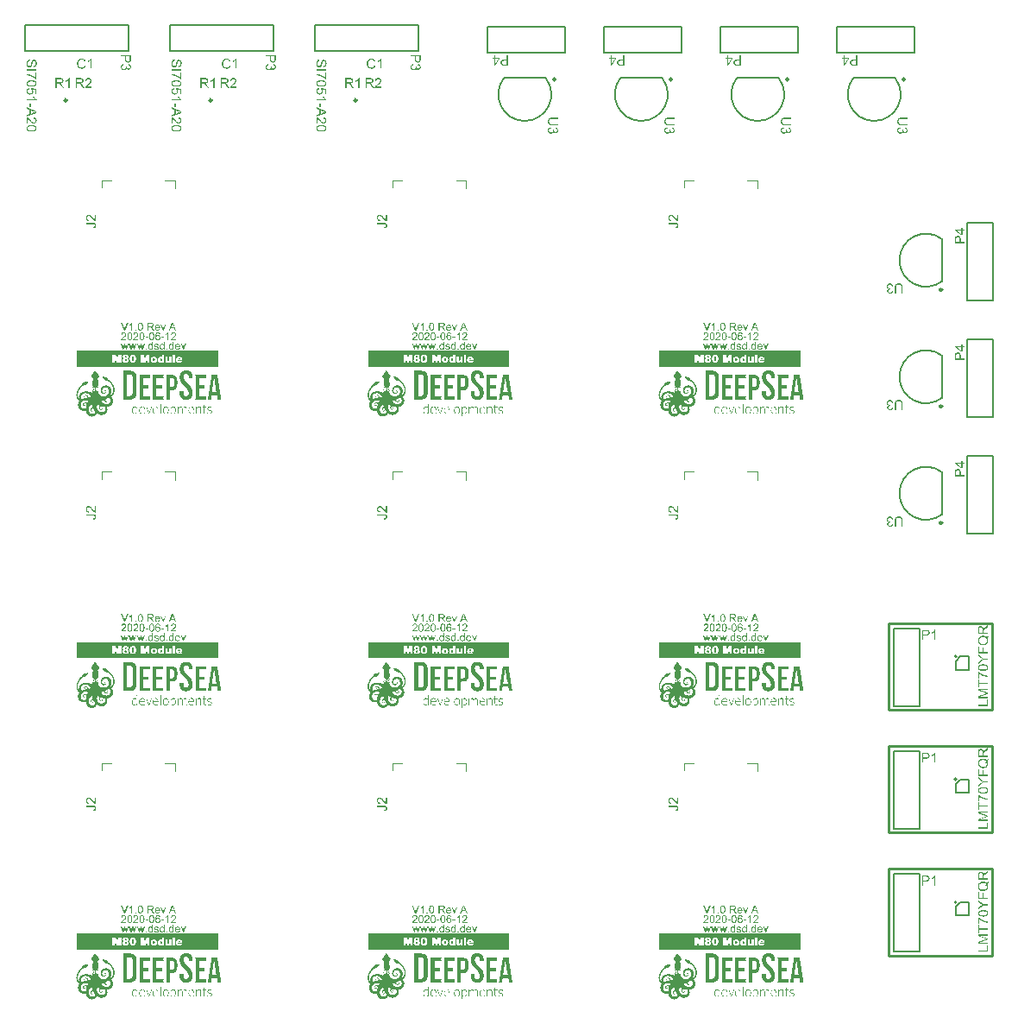
<source format=gto>
G04*
G04 #@! TF.GenerationSoftware,Altium Limited,Altium Designer,19.0.11 (319)*
G04*
G04 Layer_Color=65535*
%FSLAX25Y25*%
%MOIN*%
G70*
G01*
G75*
%ADD15C,0.01000*%
%ADD35C,0.00984*%
%ADD36C,0.00787*%
%ADD37C,0.00394*%
G36*
X137860Y366402D02*
X137907Y366396D01*
X137965Y366390D01*
X138030Y366384D01*
X138100Y366373D01*
X138252Y366338D01*
X138416Y366285D01*
X138497Y366250D01*
X138579Y366209D01*
X138655Y366162D01*
X138732Y366109D01*
X138737Y366104D01*
X138749Y366098D01*
X138767Y366080D01*
X138796Y366057D01*
X138825Y366028D01*
X138866Y365987D01*
X138907Y365946D01*
X138948Y365899D01*
X138995Y365840D01*
X139036Y365782D01*
X139083Y365712D01*
X139129Y365636D01*
X139170Y365560D01*
X139211Y365472D01*
X139281Y365285D01*
X138778Y365168D01*
Y365174D01*
X138772Y365185D01*
X138767Y365209D01*
X138755Y365238D01*
X138737Y365273D01*
X138720Y365314D01*
X138679Y365402D01*
X138626Y365501D01*
X138556Y365606D01*
X138480Y365700D01*
X138386Y365782D01*
X138375Y365788D01*
X138340Y365811D01*
X138287Y365840D01*
X138211Y365881D01*
X138123Y365916D01*
X138012Y365946D01*
X137889Y365969D01*
X137749Y365975D01*
X137708D01*
X137679Y365969D01*
X137638D01*
X137597Y365963D01*
X137491Y365946D01*
X137374Y365922D01*
X137251Y365881D01*
X137129Y365829D01*
X137012Y365758D01*
X137006D01*
X137000Y365747D01*
X136965Y365718D01*
X136912Y365671D01*
X136848Y365606D01*
X136784Y365524D01*
X136713Y365431D01*
X136649Y365314D01*
X136596Y365185D01*
Y365179D01*
X136590Y365168D01*
X136585Y365150D01*
X136579Y365121D01*
X136567Y365092D01*
X136561Y365051D01*
X136538Y364957D01*
X136514Y364846D01*
X136497Y364723D01*
X136485Y364588D01*
X136479Y364448D01*
Y364442D01*
Y364425D01*
Y364401D01*
Y364366D01*
X136485Y364325D01*
Y364273D01*
X136491Y364220D01*
X136497Y364161D01*
X136514Y364027D01*
X136538Y363881D01*
X136573Y363734D01*
X136620Y363594D01*
Y363588D01*
X136626Y363576D01*
X136637Y363559D01*
X136649Y363535D01*
X136678Y363465D01*
X136725Y363389D01*
X136789Y363296D01*
X136865Y363208D01*
X136953Y363120D01*
X137058Y363044D01*
X137064D01*
X137070Y363038D01*
X137088Y363026D01*
X137111Y363015D01*
X137175Y362991D01*
X137257Y362956D01*
X137351Y362927D01*
X137462Y362898D01*
X137585Y362874D01*
X137714Y362869D01*
X137755D01*
X137784Y362874D01*
X137819D01*
X137866Y362880D01*
X137965Y362898D01*
X138076Y362927D01*
X138199Y362974D01*
X138316Y363032D01*
X138433Y363114D01*
X138439Y363120D01*
X138445Y363126D01*
X138480Y363161D01*
X138533Y363219D01*
X138597Y363296D01*
X138661Y363401D01*
X138732Y363524D01*
X138790Y363676D01*
X138837Y363845D01*
X139346Y363717D01*
Y363711D01*
X139340Y363688D01*
X139328Y363658D01*
X139316Y363612D01*
X139293Y363565D01*
X139270Y363500D01*
X139246Y363436D01*
X139211Y363366D01*
X139135Y363208D01*
X139030Y363050D01*
X138913Y362898D01*
X138843Y362828D01*
X138767Y362763D01*
X138761Y362757D01*
X138749Y362752D01*
X138726Y362734D01*
X138691Y362711D01*
X138650Y362687D01*
X138603Y362658D01*
X138550Y362629D01*
X138486Y362599D01*
X138416Y362570D01*
X138340Y362541D01*
X138252Y362512D01*
X138164Y362488D01*
X137971Y362447D01*
X137866Y362441D01*
X137755Y362436D01*
X137696D01*
X137649Y362441D01*
X137597D01*
X137538Y362447D01*
X137468Y362459D01*
X137398Y362465D01*
X137234Y362500D01*
X137064Y362541D01*
X136900Y362605D01*
X136819Y362640D01*
X136742Y362687D01*
X136737Y362693D01*
X136725Y362699D01*
X136707Y362716D01*
X136678Y362734D01*
X136608Y362792D01*
X136526Y362874D01*
X136427Y362974D01*
X136333Y363103D01*
X136234Y363249D01*
X136152Y363418D01*
Y363424D01*
X136146Y363442D01*
X136134Y363465D01*
X136122Y363500D01*
X136105Y363547D01*
X136087Y363600D01*
X136070Y363658D01*
X136052Y363728D01*
X136035Y363799D01*
X136017Y363881D01*
X135982Y364056D01*
X135959Y364243D01*
X135953Y364448D01*
Y364454D01*
Y364477D01*
Y364507D01*
X135959Y364547D01*
Y364600D01*
X135965Y364665D01*
X135970Y364729D01*
X135982Y364805D01*
X136011Y364969D01*
X136046Y365144D01*
X136105Y365326D01*
X136181Y365495D01*
Y365501D01*
X136193Y365513D01*
X136204Y365536D01*
X136222Y365571D01*
X136245Y365606D01*
X136275Y365647D01*
X136351Y365747D01*
X136438Y365858D01*
X136549Y365969D01*
X136684Y366080D01*
X136830Y366174D01*
X136836D01*
X136848Y366185D01*
X136871Y366197D01*
X136906Y366209D01*
X136941Y366227D01*
X136988Y366250D01*
X137047Y366267D01*
X137105Y366291D01*
X137170Y366314D01*
X137240Y366332D01*
X137398Y366373D01*
X137573Y366396D01*
X137760Y366408D01*
X137819D01*
X137860Y366402D01*
D02*
G37*
G36*
X81884D02*
X81930Y366396D01*
X81989Y366390D01*
X82053Y366384D01*
X82123Y366373D01*
X82275Y366338D01*
X82439Y366285D01*
X82521Y366250D01*
X82603Y366209D01*
X82679Y366162D01*
X82755Y366109D01*
X82761Y366104D01*
X82773Y366098D01*
X82790Y366080D01*
X82819Y366057D01*
X82849Y366028D01*
X82890Y365987D01*
X82931Y365946D01*
X82972Y365899D01*
X83018Y365840D01*
X83059Y365782D01*
X83106Y365712D01*
X83153Y365636D01*
X83194Y365560D01*
X83235Y365472D01*
X83305Y365285D01*
X82802Y365168D01*
Y365174D01*
X82796Y365185D01*
X82790Y365209D01*
X82779Y365238D01*
X82761Y365273D01*
X82743Y365314D01*
X82702Y365402D01*
X82650Y365501D01*
X82580Y365606D01*
X82504Y365700D01*
X82410Y365782D01*
X82398Y365788D01*
X82363Y365811D01*
X82310Y365840D01*
X82235Y365881D01*
X82147Y365916D01*
X82036Y365946D01*
X81913Y365969D01*
X81772Y365975D01*
X81731D01*
X81702Y365969D01*
X81661D01*
X81620Y365963D01*
X81515Y365946D01*
X81398Y365922D01*
X81275Y365881D01*
X81152Y365829D01*
X81035Y365758D01*
X81029D01*
X81024Y365747D01*
X80988Y365718D01*
X80936Y365671D01*
X80871Y365606D01*
X80807Y365524D01*
X80737Y365431D01*
X80673Y365314D01*
X80620Y365185D01*
Y365179D01*
X80614Y365168D01*
X80608Y365150D01*
X80602Y365121D01*
X80591Y365092D01*
X80585Y365051D01*
X80561Y364957D01*
X80538Y364846D01*
X80520Y364723D01*
X80509Y364588D01*
X80503Y364448D01*
Y364442D01*
Y364425D01*
Y364401D01*
Y364366D01*
X80509Y364325D01*
Y364273D01*
X80515Y364220D01*
X80520Y364161D01*
X80538Y364027D01*
X80561Y363881D01*
X80597Y363734D01*
X80643Y363594D01*
Y363588D01*
X80649Y363576D01*
X80661Y363559D01*
X80673Y363535D01*
X80702Y363465D01*
X80749Y363389D01*
X80813Y363296D01*
X80889Y363208D01*
X80977Y363120D01*
X81082Y363044D01*
X81088D01*
X81094Y363038D01*
X81111Y363026D01*
X81135Y363015D01*
X81199Y362991D01*
X81281Y362956D01*
X81375Y362927D01*
X81486Y362898D01*
X81608Y362874D01*
X81737Y362869D01*
X81778D01*
X81807Y362874D01*
X81842D01*
X81889Y362880D01*
X81989Y362898D01*
X82100Y362927D01*
X82223Y362974D01*
X82340Y363032D01*
X82457Y363114D01*
X82463Y363120D01*
X82468Y363126D01*
X82504Y363161D01*
X82556Y363219D01*
X82621Y363296D01*
X82685Y363401D01*
X82755Y363524D01*
X82814Y363676D01*
X82860Y363845D01*
X83369Y363717D01*
Y363711D01*
X83363Y363688D01*
X83352Y363658D01*
X83340Y363612D01*
X83317Y363565D01*
X83293Y363500D01*
X83270Y363436D01*
X83235Y363366D01*
X83159Y363208D01*
X83053Y363050D01*
X82937Y362898D01*
X82866Y362828D01*
X82790Y362763D01*
X82784Y362757D01*
X82773Y362752D01*
X82749Y362734D01*
X82714Y362711D01*
X82673Y362687D01*
X82626Y362658D01*
X82574Y362629D01*
X82509Y362599D01*
X82439Y362570D01*
X82363Y362541D01*
X82275Y362512D01*
X82188Y362488D01*
X81995Y362447D01*
X81889Y362441D01*
X81778Y362436D01*
X81720D01*
X81673Y362441D01*
X81620D01*
X81562Y362447D01*
X81492Y362459D01*
X81421Y362465D01*
X81257Y362500D01*
X81088Y362541D01*
X80924Y362605D01*
X80842Y362640D01*
X80766Y362687D01*
X80760Y362693D01*
X80749Y362699D01*
X80731Y362716D01*
X80702Y362734D01*
X80632Y362792D01*
X80550Y362874D01*
X80450Y362974D01*
X80357Y363103D01*
X80257Y363249D01*
X80175Y363418D01*
Y363424D01*
X80169Y363442D01*
X80158Y363465D01*
X80146Y363500D01*
X80129Y363547D01*
X80111Y363600D01*
X80093Y363658D01*
X80076Y363728D01*
X80058Y363799D01*
X80041Y363881D01*
X80006Y364056D01*
X79982Y364243D01*
X79976Y364448D01*
Y364454D01*
Y364477D01*
Y364507D01*
X79982Y364547D01*
Y364600D01*
X79988Y364665D01*
X79994Y364729D01*
X80006Y364805D01*
X80035Y364969D01*
X80070Y365144D01*
X80129Y365326D01*
X80204Y365495D01*
Y365501D01*
X80216Y365513D01*
X80228Y365536D01*
X80246Y365571D01*
X80269Y365606D01*
X80298Y365647D01*
X80374Y365747D01*
X80462Y365858D01*
X80573Y365969D01*
X80708Y366080D01*
X80854Y366174D01*
X80860D01*
X80871Y366185D01*
X80895Y366197D01*
X80930Y366209D01*
X80965Y366227D01*
X81012Y366250D01*
X81070Y366267D01*
X81129Y366291D01*
X81193Y366314D01*
X81263Y366332D01*
X81421Y366373D01*
X81597Y366396D01*
X81784Y366408D01*
X81842D01*
X81884Y366402D01*
D02*
G37*
G36*
X25907D02*
X25954Y366396D01*
X26012Y366390D01*
X26077Y366384D01*
X26147Y366373D01*
X26299Y366338D01*
X26463Y366285D01*
X26545Y366250D01*
X26627Y366209D01*
X26703Y366162D01*
X26779Y366109D01*
X26785Y366104D01*
X26796Y366098D01*
X26814Y366080D01*
X26843Y366057D01*
X26872Y366028D01*
X26913Y365987D01*
X26954Y365946D01*
X26995Y365899D01*
X27042Y365840D01*
X27083Y365782D01*
X27130Y365712D01*
X27177Y365636D01*
X27218Y365560D01*
X27259Y365472D01*
X27329Y365285D01*
X26826Y365168D01*
Y365174D01*
X26820Y365185D01*
X26814Y365209D01*
X26802Y365238D01*
X26785Y365273D01*
X26767Y365314D01*
X26726Y365402D01*
X26673Y365501D01*
X26603Y365606D01*
X26527Y365700D01*
X26434Y365782D01*
X26422Y365788D01*
X26387Y365811D01*
X26334Y365840D01*
X26258Y365881D01*
X26170Y365916D01*
X26059Y365946D01*
X25936Y365969D01*
X25796Y365975D01*
X25755D01*
X25726Y365969D01*
X25685D01*
X25644Y365963D01*
X25539Y365946D01*
X25422Y365922D01*
X25299Y365881D01*
X25176Y365829D01*
X25059Y365758D01*
X25053D01*
X25047Y365747D01*
X25012Y365718D01*
X24959Y365671D01*
X24895Y365606D01*
X24831Y365524D01*
X24760Y365431D01*
X24696Y365314D01*
X24644Y365185D01*
Y365179D01*
X24638Y365168D01*
X24632Y365150D01*
X24626Y365121D01*
X24614Y365092D01*
X24608Y365051D01*
X24585Y364957D01*
X24562Y364846D01*
X24544Y364723D01*
X24532Y364588D01*
X24527Y364448D01*
Y364442D01*
Y364425D01*
Y364401D01*
Y364366D01*
X24532Y364325D01*
Y364273D01*
X24538Y364220D01*
X24544Y364161D01*
X24562Y364027D01*
X24585Y363881D01*
X24620Y363734D01*
X24667Y363594D01*
Y363588D01*
X24673Y363576D01*
X24685Y363559D01*
X24696Y363535D01*
X24725Y363465D01*
X24772Y363389D01*
X24837Y363296D01*
X24913Y363208D01*
X25000Y363120D01*
X25106Y363044D01*
X25111D01*
X25117Y363038D01*
X25135Y363026D01*
X25158Y363015D01*
X25223Y362991D01*
X25305Y362956D01*
X25398Y362927D01*
X25509Y362898D01*
X25632Y362874D01*
X25761Y362869D01*
X25802D01*
X25831Y362874D01*
X25866D01*
X25913Y362880D01*
X26012Y362898D01*
X26124Y362927D01*
X26246Y362974D01*
X26363Y363032D01*
X26480Y363114D01*
X26486Y363120D01*
X26492Y363126D01*
X26527Y363161D01*
X26580Y363219D01*
X26644Y363296D01*
X26709Y363401D01*
X26779Y363524D01*
X26837Y363676D01*
X26884Y363845D01*
X27393Y363717D01*
Y363711D01*
X27387Y363688D01*
X27376Y363658D01*
X27364Y363612D01*
X27340Y363565D01*
X27317Y363500D01*
X27294Y363436D01*
X27259Y363366D01*
X27182Y363208D01*
X27077Y363050D01*
X26960Y362898D01*
X26890Y362828D01*
X26814Y362763D01*
X26808Y362757D01*
X26796Y362752D01*
X26773Y362734D01*
X26738Y362711D01*
X26697Y362687D01*
X26650Y362658D01*
X26597Y362629D01*
X26533Y362599D01*
X26463Y362570D01*
X26387Y362541D01*
X26299Y362512D01*
X26211Y362488D01*
X26018Y362447D01*
X25913Y362441D01*
X25802Y362436D01*
X25743D01*
X25697Y362441D01*
X25644D01*
X25585Y362447D01*
X25515Y362459D01*
X25445Y362465D01*
X25281Y362500D01*
X25111Y362541D01*
X24948Y362605D01*
X24866Y362640D01*
X24790Y362687D01*
X24784Y362693D01*
X24772Y362699D01*
X24755Y362716D01*
X24725Y362734D01*
X24655Y362792D01*
X24573Y362874D01*
X24474Y362974D01*
X24380Y363103D01*
X24281Y363249D01*
X24199Y363418D01*
Y363424D01*
X24193Y363442D01*
X24181Y363465D01*
X24170Y363500D01*
X24152Y363547D01*
X24135Y363600D01*
X24117Y363658D01*
X24100Y363728D01*
X24082Y363799D01*
X24064Y363881D01*
X24029Y364056D01*
X24006Y364243D01*
X24000Y364448D01*
Y364454D01*
Y364477D01*
Y364507D01*
X24006Y364547D01*
Y364600D01*
X24012Y364665D01*
X24018Y364729D01*
X24029Y364805D01*
X24058Y364969D01*
X24094Y365144D01*
X24152Y365326D01*
X24228Y365495D01*
Y365501D01*
X24240Y365513D01*
X24252Y365536D01*
X24269Y365571D01*
X24293Y365606D01*
X24322Y365647D01*
X24398Y365747D01*
X24486Y365858D01*
X24597Y365969D01*
X24731Y366080D01*
X24878Y366174D01*
X24883D01*
X24895Y366185D01*
X24918Y366197D01*
X24954Y366209D01*
X24989Y366227D01*
X25036Y366250D01*
X25094Y366267D01*
X25153Y366291D01*
X25217Y366314D01*
X25287Y366332D01*
X25445Y366373D01*
X25620Y366396D01*
X25808Y366408D01*
X25866D01*
X25907Y366402D01*
D02*
G37*
G36*
X156790Y366125D02*
X156784Y366037D01*
X156778Y365943D01*
X156772Y365844D01*
X156760Y365750D01*
X156749Y365668D01*
Y365657D01*
X156737Y365622D01*
X156725Y365569D01*
X156708Y365505D01*
X156684Y365429D01*
X156655Y365353D01*
X156614Y365271D01*
X156567Y365195D01*
X156562Y365189D01*
X156544Y365160D01*
X156515Y365124D01*
X156474Y365083D01*
X156421Y365037D01*
X156357Y364984D01*
X156287Y364931D01*
X156199Y364884D01*
X156187Y364879D01*
X156158Y364867D01*
X156111Y364849D01*
X156047Y364826D01*
X155971Y364803D01*
X155883Y364785D01*
X155783Y364773D01*
X155678Y364768D01*
X155631D01*
X155596Y364773D01*
X155555Y364779D01*
X155503Y364785D01*
X155450Y364791D01*
X155392Y364809D01*
X155257Y364844D01*
X155122Y364902D01*
X155052Y364937D01*
X154982Y364978D01*
X154912Y365025D01*
X154848Y365083D01*
X154842Y365089D01*
X154836Y365101D01*
X154818Y365119D01*
X154795Y365142D01*
X154771Y365183D01*
X154742Y365224D01*
X154713Y365277D01*
X154684Y365341D01*
X154649Y365411D01*
X154619Y365493D01*
X154590Y365586D01*
X154567Y365686D01*
X154543Y365803D01*
X154526Y365926D01*
X154520Y366060D01*
X154514Y366207D01*
Y367189D01*
X152946D01*
Y367698D01*
X156790D01*
Y366125D01*
D02*
G37*
G36*
X100813D02*
X100807Y366037D01*
X100802Y365943D01*
X100796Y365844D01*
X100784Y365750D01*
X100772Y365668D01*
Y365657D01*
X100761Y365622D01*
X100749Y365569D01*
X100731Y365505D01*
X100708Y365429D01*
X100679Y365353D01*
X100638Y365271D01*
X100591Y365195D01*
X100585Y365189D01*
X100568Y365160D01*
X100538Y365124D01*
X100497Y365083D01*
X100445Y365037D01*
X100380Y364984D01*
X100310Y364931D01*
X100222Y364884D01*
X100211Y364879D01*
X100181Y364867D01*
X100135Y364849D01*
X100070Y364826D01*
X99994Y364803D01*
X99906Y364785D01*
X99807Y364773D01*
X99702Y364768D01*
X99655D01*
X99620Y364773D01*
X99579Y364779D01*
X99526Y364785D01*
X99474Y364791D01*
X99415Y364809D01*
X99281Y364844D01*
X99146Y364902D01*
X99076Y364937D01*
X99006Y364978D01*
X98935Y365025D01*
X98871Y365083D01*
X98865Y365089D01*
X98859Y365101D01*
X98842Y365119D01*
X98818Y365142D01*
X98795Y365183D01*
X98766Y365224D01*
X98737Y365277D01*
X98707Y365341D01*
X98672Y365411D01*
X98643Y365493D01*
X98614Y365586D01*
X98590Y365686D01*
X98567Y365803D01*
X98549Y365926D01*
X98544Y366060D01*
X98538Y366207D01*
Y367189D01*
X96970D01*
Y367698D01*
X100813D01*
Y366125D01*
D02*
G37*
G36*
X44837D02*
X44831Y366037D01*
X44825Y365943D01*
X44819Y365844D01*
X44808Y365750D01*
X44796Y365668D01*
Y365657D01*
X44784Y365622D01*
X44772Y365569D01*
X44755Y365505D01*
X44732Y365429D01*
X44702Y365353D01*
X44661Y365271D01*
X44615Y365195D01*
X44609Y365189D01*
X44591Y365160D01*
X44562Y365124D01*
X44521Y365083D01*
X44468Y365037D01*
X44404Y364984D01*
X44334Y364931D01*
X44246Y364884D01*
X44234Y364879D01*
X44205Y364867D01*
X44158Y364849D01*
X44094Y364826D01*
X44018Y364803D01*
X43930Y364785D01*
X43831Y364773D01*
X43725Y364768D01*
X43679D01*
X43644Y364773D01*
X43602Y364779D01*
X43550Y364785D01*
X43497Y364791D01*
X43439Y364809D01*
X43304Y364844D01*
X43170Y364902D01*
X43099Y364937D01*
X43029Y364978D01*
X42959Y365025D01*
X42895Y365083D01*
X42889Y365089D01*
X42883Y365101D01*
X42865Y365119D01*
X42842Y365142D01*
X42819Y365183D01*
X42789Y365224D01*
X42760Y365277D01*
X42731Y365341D01*
X42696Y365411D01*
X42667Y365493D01*
X42637Y365586D01*
X42614Y365686D01*
X42590Y365803D01*
X42573Y365926D01*
X42567Y366060D01*
X42561Y366207D01*
Y367189D01*
X40993D01*
Y367698D01*
X44837D01*
Y366125D01*
D02*
G37*
G36*
X320606Y366582D02*
X322274D01*
Y366149D01*
X320519Y363662D01*
X320133D01*
Y366149D01*
X319612D01*
Y366582D01*
X320133D01*
Y367500D01*
X320606D01*
Y366582D01*
D02*
G37*
G36*
X275606D02*
X277274D01*
Y366149D01*
X275519Y363662D01*
X275133D01*
Y366149D01*
X274612D01*
Y366582D01*
X275133D01*
Y367500D01*
X275606D01*
Y366582D01*
D02*
G37*
G36*
X230607D02*
X232274D01*
Y366149D01*
X230519Y363662D01*
X230133D01*
Y366149D01*
X229612D01*
Y366582D01*
X230133D01*
Y367500D01*
X230607D01*
Y366582D01*
D02*
G37*
G36*
X185607D02*
X187274D01*
Y366149D01*
X185519Y363662D01*
X185133D01*
Y366149D01*
X184612D01*
Y366582D01*
X185133D01*
Y367500D01*
X185607D01*
Y366582D01*
D02*
G37*
G36*
X325503Y363656D02*
X323929D01*
X323842Y363662D01*
X323748Y363668D01*
X323649Y363674D01*
X323555Y363686D01*
X323473Y363698D01*
X323461D01*
X323426Y363709D01*
X323374Y363721D01*
X323309Y363738D01*
X323233Y363762D01*
X323157Y363791D01*
X323075Y363832D01*
X322999Y363879D01*
X322993Y363885D01*
X322964Y363902D01*
X322929Y363931D01*
X322888Y363972D01*
X322841Y364025D01*
X322789Y364089D01*
X322736Y364160D01*
X322689Y364247D01*
X322683Y364259D01*
X322672Y364288D01*
X322654Y364335D01*
X322631Y364400D01*
X322607Y364475D01*
X322590Y364563D01*
X322578Y364663D01*
X322572Y364768D01*
Y364774D01*
Y364791D01*
Y364815D01*
X322578Y364850D01*
X322584Y364891D01*
X322590Y364944D01*
X322596Y364996D01*
X322613Y365055D01*
X322648Y365189D01*
X322707Y365324D01*
X322742Y365394D01*
X322783Y365464D01*
X322830Y365534D01*
X322888Y365599D01*
X322894Y365605D01*
X322905Y365610D01*
X322923Y365628D01*
X322947Y365651D01*
X322987Y365675D01*
X323028Y365704D01*
X323081Y365733D01*
X323145Y365762D01*
X323216Y365798D01*
X323298Y365827D01*
X323391Y365856D01*
X323491Y365880D01*
X323607Y365903D01*
X323730Y365920D01*
X323865Y365926D01*
X324011Y365932D01*
X324994D01*
Y367500D01*
X325503D01*
Y363656D01*
D02*
G37*
G36*
X280503D02*
X278929D01*
X278842Y363662D01*
X278748Y363668D01*
X278648Y363674D01*
X278555Y363686D01*
X278473Y363698D01*
X278461D01*
X278426Y363709D01*
X278374Y363721D01*
X278309Y363738D01*
X278233Y363762D01*
X278157Y363791D01*
X278075Y363832D01*
X277999Y363879D01*
X277993Y363885D01*
X277964Y363902D01*
X277929Y363931D01*
X277888Y363972D01*
X277841Y364025D01*
X277788Y364089D01*
X277736Y364160D01*
X277689Y364247D01*
X277683Y364259D01*
X277672Y364288D01*
X277654Y364335D01*
X277631Y364400D01*
X277607Y364475D01*
X277590Y364563D01*
X277578Y364663D01*
X277572Y364768D01*
Y364774D01*
Y364791D01*
Y364815D01*
X277578Y364850D01*
X277584Y364891D01*
X277590Y364944D01*
X277595Y364996D01*
X277613Y365055D01*
X277648Y365189D01*
X277707Y365324D01*
X277742Y365394D01*
X277783Y365464D01*
X277830Y365534D01*
X277888Y365599D01*
X277894Y365605D01*
X277906Y365610D01*
X277923Y365628D01*
X277946Y365651D01*
X277987Y365675D01*
X278028Y365704D01*
X278081Y365733D01*
X278145Y365762D01*
X278216Y365798D01*
X278297Y365827D01*
X278391Y365856D01*
X278490Y365880D01*
X278608Y365903D01*
X278730Y365920D01*
X278865Y365926D01*
X279011Y365932D01*
X279994D01*
Y367500D01*
X280503D01*
Y363656D01*
D02*
G37*
G36*
X235503D02*
X233929D01*
X233842Y363662D01*
X233748Y363668D01*
X233648Y363674D01*
X233555Y363686D01*
X233473Y363698D01*
X233461D01*
X233426Y363709D01*
X233373Y363721D01*
X233309Y363738D01*
X233233Y363762D01*
X233157Y363791D01*
X233075Y363832D01*
X232999Y363879D01*
X232993Y363885D01*
X232964Y363902D01*
X232929Y363931D01*
X232888Y363972D01*
X232841Y364025D01*
X232788Y364089D01*
X232736Y364160D01*
X232689Y364247D01*
X232683Y364259D01*
X232671Y364288D01*
X232654Y364335D01*
X232631Y364400D01*
X232607Y364475D01*
X232590Y364563D01*
X232578Y364663D01*
X232572Y364768D01*
Y364774D01*
Y364791D01*
Y364815D01*
X232578Y364850D01*
X232584Y364891D01*
X232590Y364944D01*
X232595Y364996D01*
X232613Y365055D01*
X232648Y365189D01*
X232707Y365324D01*
X232742Y365394D01*
X232783Y365464D01*
X232829Y365534D01*
X232888Y365599D01*
X232894Y365605D01*
X232906Y365610D01*
X232923Y365628D01*
X232946Y365651D01*
X232987Y365675D01*
X233028Y365704D01*
X233081Y365733D01*
X233145Y365762D01*
X233216Y365798D01*
X233297Y365827D01*
X233391Y365856D01*
X233490Y365880D01*
X233608Y365903D01*
X233730Y365920D01*
X233865Y365926D01*
X234011Y365932D01*
X234994D01*
Y367500D01*
X235503D01*
Y363656D01*
D02*
G37*
G36*
X190503D02*
X188929D01*
X188842Y363662D01*
X188748Y363668D01*
X188648Y363674D01*
X188555Y363686D01*
X188473Y363698D01*
X188461D01*
X188426Y363709D01*
X188374Y363721D01*
X188309Y363738D01*
X188233Y363762D01*
X188157Y363791D01*
X188075Y363832D01*
X187999Y363879D01*
X187993Y363885D01*
X187964Y363902D01*
X187929Y363931D01*
X187888Y363972D01*
X187841Y364025D01*
X187789Y364089D01*
X187736Y364160D01*
X187689Y364247D01*
X187683Y364259D01*
X187672Y364288D01*
X187654Y364335D01*
X187631Y364400D01*
X187607Y364475D01*
X187590Y364563D01*
X187578Y364663D01*
X187572Y364768D01*
Y364774D01*
Y364791D01*
Y364815D01*
X187578Y364850D01*
X187584Y364891D01*
X187590Y364944D01*
X187595Y364996D01*
X187613Y365055D01*
X187648Y365189D01*
X187707Y365324D01*
X187742Y365394D01*
X187783Y365464D01*
X187829Y365534D01*
X187888Y365599D01*
X187894Y365605D01*
X187906Y365610D01*
X187923Y365628D01*
X187946Y365651D01*
X187987Y365675D01*
X188028Y365704D01*
X188081Y365733D01*
X188145Y365762D01*
X188216Y365798D01*
X188297Y365827D01*
X188391Y365856D01*
X188491Y365880D01*
X188608Y365903D01*
X188730Y365920D01*
X188865Y365926D01*
X189011Y365932D01*
X189994D01*
Y367500D01*
X190503D01*
Y363656D01*
D02*
G37*
G36*
X117775Y365520D02*
X117764D01*
X117728Y365514D01*
X117676Y365503D01*
X117606Y365491D01*
X117530Y365468D01*
X117448Y365444D01*
X117372Y365409D01*
X117296Y365368D01*
X117290Y365362D01*
X117266Y365345D01*
X117231Y365316D01*
X117190Y365269D01*
X117143Y365216D01*
X117091Y365152D01*
X117044Y365070D01*
X116997Y364982D01*
Y364976D01*
X116991Y364970D01*
X116980Y364935D01*
X116962Y364883D01*
X116945Y364807D01*
X116921Y364725D01*
X116904Y364619D01*
X116892Y364508D01*
X116886Y364391D01*
Y364345D01*
X116892Y364286D01*
X116898Y364222D01*
X116904Y364140D01*
X116921Y364058D01*
X116939Y363970D01*
X116968Y363882D01*
X116974Y363871D01*
X116986Y363847D01*
X117003Y363806D01*
X117032Y363759D01*
X117068Y363701D01*
X117108Y363648D01*
X117155Y363596D01*
X117208Y363549D01*
X117214Y363543D01*
X117237Y363531D01*
X117266Y363514D01*
X117307Y363490D01*
X117354Y363473D01*
X117413Y363455D01*
X117471Y363444D01*
X117535Y363438D01*
X117565D01*
X117600Y363444D01*
X117641Y363449D01*
X117693Y363461D01*
X117746Y363485D01*
X117799Y363508D01*
X117851Y363543D01*
X117857Y363549D01*
X117875Y363561D01*
X117898Y363590D01*
X117933Y363625D01*
X117968Y363672D01*
X118003Y363730D01*
X118044Y363806D01*
X118079Y363888D01*
X118085Y363894D01*
X118091Y363917D01*
X118103Y363964D01*
X118115Y363993D01*
X118126Y364029D01*
X118138Y364075D01*
X118150Y364122D01*
X118167Y364181D01*
X118185Y364239D01*
X118202Y364309D01*
X118220Y364391D01*
X118243Y364479D01*
X118267Y364573D01*
Y364579D01*
X118273Y364596D01*
X118278Y364625D01*
X118290Y364660D01*
X118302Y364701D01*
X118314Y364748D01*
X118343Y364859D01*
X118384Y364982D01*
X118425Y365105D01*
X118466Y365216D01*
X118483Y365269D01*
X118507Y365310D01*
Y365316D01*
X118512Y365321D01*
X118536Y365356D01*
X118565Y365403D01*
X118606Y365462D01*
X118659Y365532D01*
X118717Y365596D01*
X118787Y365661D01*
X118863Y365719D01*
X118875Y365725D01*
X118904Y365743D01*
X118945Y365760D01*
X119004Y365784D01*
X119074Y365813D01*
X119156Y365830D01*
X119249Y365848D01*
X119343Y365854D01*
X119396D01*
X119448Y365842D01*
X119519Y365830D01*
X119606Y365813D01*
X119694Y365784D01*
X119794Y365743D01*
X119887Y365690D01*
X119893D01*
X119899Y365684D01*
X119928Y365661D01*
X119975Y365620D01*
X120033Y365567D01*
X120092Y365503D01*
X120156Y365421D01*
X120221Y365321D01*
X120273Y365210D01*
Y365204D01*
X120279Y365198D01*
X120285Y365181D01*
X120297Y365152D01*
X120302Y365123D01*
X120314Y365087D01*
X120343Y365005D01*
X120367Y364900D01*
X120384Y364783D01*
X120402Y364649D01*
X120408Y364508D01*
Y364438D01*
X120402Y364397D01*
Y364356D01*
X120390Y364257D01*
X120373Y364140D01*
X120349Y364011D01*
X120314Y363882D01*
X120267Y363759D01*
Y363754D01*
X120262Y363748D01*
X120256Y363730D01*
X120244Y363707D01*
X120209Y363648D01*
X120168Y363572D01*
X120109Y363490D01*
X120039Y363408D01*
X119957Y363327D01*
X119864Y363256D01*
X119852Y363250D01*
X119817Y363227D01*
X119758Y363198D01*
X119688Y363169D01*
X119600Y363134D01*
X119495Y363098D01*
X119384Y363075D01*
X119261Y363063D01*
X119226Y363549D01*
X119244D01*
X119261Y363555D01*
X119285Y363561D01*
X119349Y363572D01*
X119431Y363596D01*
X119519Y363631D01*
X119606Y363678D01*
X119694Y363742D01*
X119770Y363818D01*
X119776Y363830D01*
X119799Y363859D01*
X119829Y363912D01*
X119864Y363982D01*
X119899Y364075D01*
X119928Y364192D01*
X119951Y364327D01*
X119957Y364485D01*
Y364561D01*
X119951Y364596D01*
Y364643D01*
X119934Y364742D01*
X119916Y364853D01*
X119887Y364965D01*
X119846Y365070D01*
X119817Y365117D01*
X119788Y365158D01*
X119782Y365163D01*
X119758Y365187D01*
X119723Y365222D01*
X119671Y365257D01*
X119612Y365298D01*
X119542Y365327D01*
X119466Y365351D01*
X119378Y365362D01*
X119343D01*
X119302Y365356D01*
X119255Y365345D01*
X119203Y365327D01*
X119144Y365298D01*
X119092Y365263D01*
X119039Y365216D01*
X119033Y365210D01*
X119016Y365181D01*
X119004Y365163D01*
X118986Y365140D01*
X118975Y365105D01*
X118957Y365064D01*
X118934Y365017D01*
X118910Y364965D01*
X118893Y364906D01*
X118869Y364836D01*
X118840Y364754D01*
X118817Y364666D01*
X118793Y364567D01*
X118764Y364456D01*
Y364450D01*
X118758Y364426D01*
X118752Y364397D01*
X118741Y364356D01*
X118729Y364303D01*
X118711Y364245D01*
X118682Y364116D01*
X118641Y363976D01*
X118600Y363836D01*
X118583Y363765D01*
X118559Y363707D01*
X118536Y363648D01*
X118518Y363601D01*
Y363596D01*
X118512Y363584D01*
X118501Y363572D01*
X118489Y363549D01*
X118454Y363490D01*
X118413Y363414D01*
X118354Y363332D01*
X118284Y363250D01*
X118208Y363174D01*
X118126Y363110D01*
X118115Y363104D01*
X118085Y363087D01*
X118039Y363057D01*
X117968Y363028D01*
X117892Y362999D01*
X117799Y362970D01*
X117693Y362952D01*
X117582Y362946D01*
X117530D01*
X117471Y362958D01*
X117395Y362970D01*
X117307Y362987D01*
X117208Y363022D01*
X117103Y363063D01*
X117003Y363122D01*
X116991Y363128D01*
X116956Y363157D01*
X116910Y363192D01*
X116851Y363250D01*
X116781Y363321D01*
X116711Y363408D01*
X116646Y363514D01*
X116582Y363631D01*
Y363637D01*
X116576Y363648D01*
X116570Y363666D01*
X116559Y363689D01*
X116547Y363719D01*
X116535Y363754D01*
X116512Y363847D01*
X116482Y363952D01*
X116459Y364081D01*
X116442Y364216D01*
X116436Y364368D01*
Y364456D01*
X116442Y364496D01*
Y364549D01*
X116447Y364608D01*
X116453Y364672D01*
X116471Y364807D01*
X116500Y364953D01*
X116535Y365099D01*
X116582Y365240D01*
Y365245D01*
X116588Y365257D01*
X116600Y365275D01*
X116611Y365298D01*
X116646Y365362D01*
X116699Y365438D01*
X116763Y365532D01*
X116839Y365620D01*
X116933Y365713D01*
X117038Y365795D01*
X117044D01*
X117050Y365801D01*
X117068Y365813D01*
X117091Y365825D01*
X117120Y365842D01*
X117155Y365860D01*
X117243Y365895D01*
X117342Y365930D01*
X117465Y365965D01*
X117594Y365988D01*
X117734Y366000D01*
X117775Y365520D01*
D02*
G37*
G36*
X61799D02*
X61787D01*
X61752Y365514D01*
X61699Y365503D01*
X61629Y365491D01*
X61553Y365468D01*
X61471Y365444D01*
X61395Y365409D01*
X61319Y365368D01*
X61313Y365362D01*
X61290Y365345D01*
X61255Y365316D01*
X61214Y365269D01*
X61167Y365216D01*
X61115Y365152D01*
X61068Y365070D01*
X61021Y364982D01*
Y364976D01*
X61015Y364970D01*
X61003Y364935D01*
X60986Y364883D01*
X60968Y364807D01*
X60945Y364725D01*
X60927Y364619D01*
X60916Y364508D01*
X60910Y364391D01*
Y364345D01*
X60916Y364286D01*
X60921Y364222D01*
X60927Y364140D01*
X60945Y364058D01*
X60962Y363970D01*
X60992Y363882D01*
X60997Y363871D01*
X61009Y363847D01*
X61027Y363806D01*
X61056Y363759D01*
X61091Y363701D01*
X61132Y363648D01*
X61179Y363596D01*
X61231Y363549D01*
X61237Y363543D01*
X61261Y363531D01*
X61290Y363514D01*
X61331Y363490D01*
X61378Y363473D01*
X61436Y363455D01*
X61495Y363444D01*
X61559Y363438D01*
X61588D01*
X61623Y363444D01*
X61664Y363449D01*
X61717Y363461D01*
X61770Y363485D01*
X61822Y363508D01*
X61875Y363543D01*
X61881Y363549D01*
X61898Y363561D01*
X61922Y363590D01*
X61957Y363625D01*
X61992Y363672D01*
X62027Y363730D01*
X62068Y363806D01*
X62103Y363888D01*
X62109Y363894D01*
X62115Y363917D01*
X62126Y363964D01*
X62138Y363993D01*
X62150Y364029D01*
X62162Y364075D01*
X62173Y364122D01*
X62191Y364181D01*
X62208Y364239D01*
X62226Y364309D01*
X62243Y364391D01*
X62267Y364479D01*
X62290Y364573D01*
Y364579D01*
X62296Y364596D01*
X62302Y364625D01*
X62314Y364660D01*
X62325Y364701D01*
X62337Y364748D01*
X62366Y364859D01*
X62407Y364982D01*
X62448Y365105D01*
X62489Y365216D01*
X62507Y365269D01*
X62530Y365310D01*
Y365316D01*
X62536Y365321D01*
X62559Y365356D01*
X62589Y365403D01*
X62630Y365462D01*
X62682Y365532D01*
X62741Y365596D01*
X62811Y365661D01*
X62887Y365719D01*
X62899Y365725D01*
X62928Y365743D01*
X62969Y365760D01*
X63027Y365784D01*
X63098Y365813D01*
X63179Y365830D01*
X63273Y365848D01*
X63367Y365854D01*
X63419D01*
X63472Y365842D01*
X63542Y365830D01*
X63630Y365813D01*
X63718Y365784D01*
X63817Y365743D01*
X63911Y365690D01*
X63917D01*
X63923Y365684D01*
X63952Y365661D01*
X63999Y365620D01*
X64057Y365567D01*
X64116Y365503D01*
X64180Y365421D01*
X64244Y365321D01*
X64297Y365210D01*
Y365204D01*
X64303Y365198D01*
X64309Y365181D01*
X64320Y365152D01*
X64326Y365123D01*
X64338Y365087D01*
X64367Y365005D01*
X64390Y364900D01*
X64408Y364783D01*
X64426Y364649D01*
X64431Y364508D01*
Y364438D01*
X64426Y364397D01*
Y364356D01*
X64414Y364257D01*
X64396Y364140D01*
X64373Y364011D01*
X64338Y363882D01*
X64291Y363759D01*
Y363754D01*
X64285Y363748D01*
X64279Y363730D01*
X64268Y363707D01*
X64232Y363648D01*
X64192Y363572D01*
X64133Y363490D01*
X64063Y363408D01*
X63981Y363327D01*
X63887Y363256D01*
X63876Y363250D01*
X63841Y363227D01*
X63782Y363198D01*
X63712Y363169D01*
X63624Y363134D01*
X63519Y363098D01*
X63408Y363075D01*
X63285Y363063D01*
X63250Y363549D01*
X63267D01*
X63285Y363555D01*
X63308Y363561D01*
X63373Y363572D01*
X63455Y363596D01*
X63542Y363631D01*
X63630Y363678D01*
X63718Y363742D01*
X63794Y363818D01*
X63800Y363830D01*
X63823Y363859D01*
X63852Y363912D01*
X63887Y363982D01*
X63923Y364075D01*
X63952Y364192D01*
X63975Y364327D01*
X63981Y364485D01*
Y364561D01*
X63975Y364596D01*
Y364643D01*
X63958Y364742D01*
X63940Y364853D01*
X63911Y364965D01*
X63870Y365070D01*
X63841Y365117D01*
X63811Y365158D01*
X63806Y365163D01*
X63782Y365187D01*
X63747Y365222D01*
X63694Y365257D01*
X63636Y365298D01*
X63566Y365327D01*
X63490Y365351D01*
X63402Y365362D01*
X63367D01*
X63326Y365356D01*
X63279Y365345D01*
X63226Y365327D01*
X63168Y365298D01*
X63115Y365263D01*
X63063Y365216D01*
X63057Y365210D01*
X63039Y365181D01*
X63027Y365163D01*
X63010Y365140D01*
X62998Y365105D01*
X62981Y365064D01*
X62957Y365017D01*
X62934Y364965D01*
X62916Y364906D01*
X62893Y364836D01*
X62864Y364754D01*
X62840Y364666D01*
X62817Y364567D01*
X62788Y364456D01*
Y364450D01*
X62782Y364426D01*
X62776Y364397D01*
X62764Y364356D01*
X62752Y364303D01*
X62735Y364245D01*
X62706Y364116D01*
X62665Y363976D01*
X62624Y363836D01*
X62606Y363765D01*
X62583Y363707D01*
X62559Y363648D01*
X62542Y363601D01*
Y363596D01*
X62536Y363584D01*
X62524Y363572D01*
X62513Y363549D01*
X62477Y363490D01*
X62437Y363414D01*
X62378Y363332D01*
X62308Y363250D01*
X62232Y363174D01*
X62150Y363110D01*
X62138Y363104D01*
X62109Y363087D01*
X62062Y363057D01*
X61992Y363028D01*
X61916Y362999D01*
X61822Y362970D01*
X61717Y362952D01*
X61606Y362946D01*
X61553D01*
X61495Y362958D01*
X61419Y362970D01*
X61331Y362987D01*
X61231Y363022D01*
X61126Y363063D01*
X61027Y363122D01*
X61015Y363128D01*
X60980Y363157D01*
X60933Y363192D01*
X60875Y363250D01*
X60804Y363321D01*
X60734Y363408D01*
X60670Y363514D01*
X60606Y363631D01*
Y363637D01*
X60600Y363648D01*
X60594Y363666D01*
X60582Y363689D01*
X60570Y363719D01*
X60559Y363754D01*
X60535Y363847D01*
X60506Y363952D01*
X60483Y364081D01*
X60465Y364216D01*
X60459Y364368D01*
Y364456D01*
X60465Y364496D01*
Y364549D01*
X60471Y364608D01*
X60477Y364672D01*
X60494Y364807D01*
X60524Y364953D01*
X60559Y365099D01*
X60606Y365240D01*
Y365245D01*
X60611Y365257D01*
X60623Y365275D01*
X60635Y365298D01*
X60670Y365362D01*
X60723Y365438D01*
X60787Y365532D01*
X60863Y365620D01*
X60957Y365713D01*
X61062Y365795D01*
X61068D01*
X61073Y365801D01*
X61091Y365813D01*
X61115Y365825D01*
X61144Y365842D01*
X61179Y365860D01*
X61267Y365895D01*
X61366Y365930D01*
X61489Y365965D01*
X61618Y365988D01*
X61758Y366000D01*
X61799Y365520D01*
D02*
G37*
G36*
X5823D02*
X5811D01*
X5776Y365514D01*
X5723Y365503D01*
X5653Y365491D01*
X5577Y365468D01*
X5495Y365444D01*
X5419Y365409D01*
X5343Y365368D01*
X5337Y365362D01*
X5314Y365345D01*
X5279Y365316D01*
X5238Y365269D01*
X5191Y365216D01*
X5138Y365152D01*
X5091Y365070D01*
X5045Y364982D01*
Y364976D01*
X5039Y364970D01*
X5027Y364935D01*
X5009Y364883D01*
X4992Y364807D01*
X4969Y364725D01*
X4951Y364619D01*
X4939Y364508D01*
X4933Y364391D01*
Y364345D01*
X4939Y364286D01*
X4945Y364222D01*
X4951Y364140D01*
X4969Y364058D01*
X4986Y363970D01*
X5015Y363882D01*
X5021Y363871D01*
X5033Y363847D01*
X5050Y363806D01*
X5080Y363759D01*
X5115Y363701D01*
X5156Y363648D01*
X5203Y363596D01*
X5255Y363549D01*
X5261Y363543D01*
X5284Y363531D01*
X5314Y363514D01*
X5355Y363490D01*
X5401Y363473D01*
X5460Y363455D01*
X5518Y363444D01*
X5583Y363438D01*
X5612D01*
X5647Y363444D01*
X5688Y363449D01*
X5741Y363461D01*
X5793Y363485D01*
X5846Y363508D01*
X5899Y363543D01*
X5904Y363549D01*
X5922Y363561D01*
X5945Y363590D01*
X5980Y363625D01*
X6016Y363672D01*
X6051Y363730D01*
X6092Y363806D01*
X6127Y363888D01*
X6133Y363894D01*
X6138Y363917D01*
X6150Y363964D01*
X6162Y363993D01*
X6174Y364029D01*
X6185Y364075D01*
X6197Y364122D01*
X6214Y364181D01*
X6232Y364239D01*
X6250Y364309D01*
X6267Y364391D01*
X6291Y364479D01*
X6314Y364573D01*
Y364579D01*
X6320Y364596D01*
X6326Y364625D01*
X6337Y364660D01*
X6349Y364701D01*
X6361Y364748D01*
X6390Y364859D01*
X6431Y364982D01*
X6472Y365105D01*
X6513Y365216D01*
X6530Y365269D01*
X6554Y365310D01*
Y365316D01*
X6560Y365321D01*
X6583Y365356D01*
X6612Y365403D01*
X6653Y365462D01*
X6706Y365532D01*
X6764Y365596D01*
X6835Y365661D01*
X6911Y365719D01*
X6922Y365725D01*
X6952Y365743D01*
X6993Y365760D01*
X7051Y365784D01*
X7121Y365813D01*
X7203Y365830D01*
X7297Y365848D01*
X7390Y365854D01*
X7443D01*
X7496Y365842D01*
X7566Y365830D01*
X7654Y365813D01*
X7741Y365784D01*
X7841Y365743D01*
X7934Y365690D01*
X7940D01*
X7946Y365684D01*
X7975Y365661D01*
X8022Y365620D01*
X8081Y365567D01*
X8139Y365503D01*
X8203Y365421D01*
X8268Y365321D01*
X8320Y365210D01*
Y365204D01*
X8326Y365198D01*
X8332Y365181D01*
X8344Y365152D01*
X8350Y365123D01*
X8361Y365087D01*
X8391Y365005D01*
X8414Y364900D01*
X8432Y364783D01*
X8449Y364649D01*
X8455Y364508D01*
Y364438D01*
X8449Y364397D01*
Y364356D01*
X8438Y364257D01*
X8420Y364140D01*
X8397Y364011D01*
X8361Y363882D01*
X8315Y363759D01*
Y363754D01*
X8309Y363748D01*
X8303Y363730D01*
X8291Y363707D01*
X8256Y363648D01*
X8215Y363572D01*
X8157Y363490D01*
X8087Y363408D01*
X8005Y363327D01*
X7911Y363256D01*
X7899Y363250D01*
X7864Y363227D01*
X7806Y363198D01*
X7735Y363169D01*
X7648Y363134D01*
X7542Y363098D01*
X7431Y363075D01*
X7309Y363063D01*
X7273Y363549D01*
X7291D01*
X7309Y363555D01*
X7332Y363561D01*
X7396Y363572D01*
X7478Y363596D01*
X7566Y363631D01*
X7654Y363678D01*
X7741Y363742D01*
X7817Y363818D01*
X7823Y363830D01*
X7847Y363859D01*
X7876Y363912D01*
X7911Y363982D01*
X7946Y364075D01*
X7975Y364192D01*
X7999Y364327D01*
X8005Y364485D01*
Y364561D01*
X7999Y364596D01*
Y364643D01*
X7981Y364742D01*
X7964Y364853D01*
X7934Y364965D01*
X7893Y365070D01*
X7864Y365117D01*
X7835Y365158D01*
X7829Y365163D01*
X7806Y365187D01*
X7771Y365222D01*
X7718Y365257D01*
X7660Y365298D01*
X7589Y365327D01*
X7513Y365351D01*
X7425Y365362D01*
X7390D01*
X7349Y365356D01*
X7303Y365345D01*
X7250Y365327D01*
X7192Y365298D01*
X7139Y365263D01*
X7086Y365216D01*
X7080Y365210D01*
X7063Y365181D01*
X7051Y365163D01*
X7034Y365140D01*
X7022Y365105D01*
X7004Y365064D01*
X6981Y365017D01*
X6957Y364965D01*
X6940Y364906D01*
X6916Y364836D01*
X6887Y364754D01*
X6864Y364666D01*
X6841Y364567D01*
X6811Y364456D01*
Y364450D01*
X6805Y364426D01*
X6799Y364397D01*
X6788Y364356D01*
X6776Y364303D01*
X6759Y364245D01*
X6729Y364116D01*
X6688Y363976D01*
X6647Y363836D01*
X6630Y363765D01*
X6606Y363707D01*
X6583Y363648D01*
X6566Y363601D01*
Y363596D01*
X6560Y363584D01*
X6548Y363572D01*
X6536Y363549D01*
X6501Y363490D01*
X6460Y363414D01*
X6402Y363332D01*
X6331Y363250D01*
X6256Y363174D01*
X6174Y363110D01*
X6162Y363104D01*
X6133Y363087D01*
X6086Y363057D01*
X6016Y363028D01*
X5940Y362999D01*
X5846Y362970D01*
X5741Y362952D01*
X5630Y362946D01*
X5577D01*
X5518Y362958D01*
X5442Y362970D01*
X5355Y362987D01*
X5255Y363022D01*
X5150Y363063D01*
X5050Y363122D01*
X5039Y363128D01*
X5004Y363157D01*
X4957Y363192D01*
X4898Y363250D01*
X4828Y363321D01*
X4758Y363408D01*
X4693Y363514D01*
X4629Y363631D01*
Y363637D01*
X4623Y363648D01*
X4617Y363666D01*
X4606Y363689D01*
X4594Y363719D01*
X4582Y363754D01*
X4559Y363847D01*
X4530Y363952D01*
X4506Y364081D01*
X4489Y364216D01*
X4483Y364368D01*
Y364456D01*
X4489Y364496D01*
Y364549D01*
X4495Y364608D01*
X4501Y364672D01*
X4518Y364807D01*
X4547Y364953D01*
X4582Y365099D01*
X4629Y365240D01*
Y365245D01*
X4635Y365257D01*
X4647Y365275D01*
X4658Y365298D01*
X4693Y365362D01*
X4746Y365438D01*
X4811Y365532D01*
X4887Y365620D01*
X4980Y365713D01*
X5085Y365795D01*
X5091D01*
X5097Y365801D01*
X5115Y365813D01*
X5138Y365825D01*
X5167Y365842D01*
X5203Y365860D01*
X5290Y365895D01*
X5390Y365930D01*
X5513Y365965D01*
X5641Y365988D01*
X5782Y366000D01*
X5823Y365520D01*
D02*
G37*
G36*
X141557Y362500D02*
X141083D01*
Y365507D01*
X141077Y365501D01*
X141054Y365478D01*
X141013Y365448D01*
X140960Y365407D01*
X140896Y365355D01*
X140820Y365302D01*
X140732Y365238D01*
X140633Y365179D01*
X140627D01*
X140621Y365174D01*
X140586Y365150D01*
X140533Y365121D01*
X140469Y365086D01*
X140393Y365045D01*
X140311Y365010D01*
X140223Y364969D01*
X140141Y364934D01*
Y365396D01*
X140147D01*
X140159Y365402D01*
X140182Y365413D01*
X140206Y365431D01*
X140241Y365448D01*
X140282Y365466D01*
X140375Y365519D01*
X140481Y365583D01*
X140598Y365659D01*
X140715Y365747D01*
X140826Y365840D01*
X140832Y365846D01*
X140838Y365852D01*
X140873Y365887D01*
X140925Y365940D01*
X140990Y366004D01*
X141060Y366086D01*
X141130Y366174D01*
X141194Y366267D01*
X141247Y366361D01*
X141557D01*
Y362500D01*
D02*
G37*
G36*
X85581D02*
X85107D01*
Y365507D01*
X85101Y365501D01*
X85078Y365478D01*
X85037Y365448D01*
X84984Y365407D01*
X84920Y365355D01*
X84844Y365302D01*
X84756Y365238D01*
X84656Y365179D01*
X84650D01*
X84645Y365174D01*
X84610Y365150D01*
X84557Y365121D01*
X84493Y365086D01*
X84417Y365045D01*
X84335Y365010D01*
X84247Y364969D01*
X84165Y364934D01*
Y365396D01*
X84171D01*
X84183Y365402D01*
X84206Y365413D01*
X84229Y365431D01*
X84264Y365448D01*
X84305Y365466D01*
X84399Y365519D01*
X84504Y365583D01*
X84621Y365659D01*
X84738Y365747D01*
X84849Y365840D01*
X84855Y365846D01*
X84861Y365852D01*
X84896Y365887D01*
X84949Y365940D01*
X85013Y366004D01*
X85083Y366086D01*
X85154Y366174D01*
X85218Y366267D01*
X85271Y366361D01*
X85581D01*
Y362500D01*
D02*
G37*
G36*
X29604D02*
X29131D01*
Y365507D01*
X29125Y365501D01*
X29101Y365478D01*
X29060Y365448D01*
X29008Y365407D01*
X28943Y365355D01*
X28867Y365302D01*
X28780Y365238D01*
X28680Y365179D01*
X28674D01*
X28668Y365174D01*
X28633Y365150D01*
X28581Y365121D01*
X28516Y365086D01*
X28440Y365045D01*
X28358Y365010D01*
X28271Y364969D01*
X28189Y364934D01*
Y365396D01*
X28194D01*
X28206Y365402D01*
X28230Y365413D01*
X28253Y365431D01*
X28288Y365448D01*
X28329Y365466D01*
X28423Y365519D01*
X28528Y365583D01*
X28645Y365659D01*
X28762Y365747D01*
X28873Y365840D01*
X28879Y365846D01*
X28885Y365852D01*
X28920Y365887D01*
X28973Y365940D01*
X29037Y366004D01*
X29107Y366086D01*
X29177Y366174D01*
X29242Y366267D01*
X29294Y366361D01*
X29604D01*
Y362500D01*
D02*
G37*
G36*
X154028Y363831D02*
X154023D01*
X154011Y363826D01*
X153988D01*
X153964Y363814D01*
X153894Y363796D01*
X153806Y363767D01*
X153713Y363732D01*
X153613Y363685D01*
X153525Y363627D01*
X153449Y363562D01*
X153444Y363551D01*
X153420Y363527D01*
X153397Y363486D01*
X153362Y363428D01*
X153332Y363364D01*
X153303Y363282D01*
X153280Y363188D01*
X153274Y363089D01*
Y363053D01*
X153280Y363030D01*
X153286Y362972D01*
X153303Y362895D01*
X153332Y362802D01*
X153367Y362708D01*
X153426Y362615D01*
X153502Y362527D01*
X153514Y362515D01*
X153543Y362492D01*
X153590Y362457D01*
X153660Y362410D01*
X153742Y362369D01*
X153841Y362334D01*
X153952Y362311D01*
X154075Y362299D01*
X154104D01*
X154128Y362305D01*
X154186Y362311D01*
X154262Y362328D01*
X154344Y362351D01*
X154438Y362392D01*
X154526Y362445D01*
X154608Y362515D01*
X154619Y362527D01*
X154643Y362550D01*
X154672Y362597D01*
X154713Y362662D01*
X154754Y362738D01*
X154783Y362831D01*
X154806Y362931D01*
X154818Y363048D01*
Y363100D01*
X154812Y363141D01*
X154806Y363188D01*
X154801Y363246D01*
X154789Y363311D01*
X154771Y363381D01*
X155187Y363328D01*
Y363299D01*
X155181Y363276D01*
Y363200D01*
X155187Y363147D01*
X155199Y363071D01*
X155216Y362989D01*
X155245Y362901D01*
X155280Y362808D01*
X155333Y362714D01*
X155339Y362702D01*
X155362Y362673D01*
X155403Y362638D01*
X155456Y362591D01*
X155520Y362544D01*
X155602Y362509D01*
X155701Y362480D01*
X155819Y362469D01*
X155859D01*
X155906Y362480D01*
X155971Y362492D01*
X156035Y362509D01*
X156105Y362544D01*
X156181Y362585D01*
X156246Y362644D01*
X156251Y362650D01*
X156275Y362673D01*
X156304Y362714D01*
X156333Y362767D01*
X156369Y362831D01*
X156392Y362907D01*
X156415Y362995D01*
X156421Y363094D01*
Y363141D01*
X156409Y363194D01*
X156398Y363252D01*
X156380Y363328D01*
X156345Y363404D01*
X156304Y363480D01*
X156246Y363557D01*
X156240Y363562D01*
X156216Y363586D01*
X156175Y363615D01*
X156117Y363650D01*
X156047Y363691D01*
X155959Y363726D01*
X155854Y363761D01*
X155731Y363785D01*
X155813Y364259D01*
X155819D01*
X155836Y364253D01*
X155859Y364247D01*
X155889Y364241D01*
X155930Y364229D01*
X155976Y364218D01*
X156082Y364177D01*
X156199Y364130D01*
X156322Y364060D01*
X156439Y363978D01*
X156544Y363873D01*
X156550Y363867D01*
X156556Y363861D01*
X156567Y363843D01*
X156585Y363814D01*
X156602Y363785D01*
X156626Y363750D01*
X156678Y363662D01*
X156725Y363551D01*
X156766Y363416D01*
X156796Y363270D01*
X156807Y363188D01*
Y363053D01*
X156801Y362995D01*
X156790Y362919D01*
X156772Y362831D01*
X156749Y362732D01*
X156714Y362632D01*
X156667Y362533D01*
Y362527D01*
X156661Y362521D01*
X156643Y362486D01*
X156614Y362439D01*
X156573Y362381D01*
X156521Y362316D01*
X156456Y362246D01*
X156380Y362182D01*
X156298Y362123D01*
X156287Y362118D01*
X156257Y362100D01*
X156210Y362076D01*
X156152Y362053D01*
X156076Y362030D01*
X155994Y362006D01*
X155906Y361989D01*
X155807Y361983D01*
X155766D01*
X155719Y361989D01*
X155661Y362000D01*
X155590Y362018D01*
X155514Y362041D01*
X155432Y362071D01*
X155356Y362118D01*
X155345Y362123D01*
X155321Y362141D01*
X155286Y362176D01*
X155239Y362217D01*
X155187Y362275D01*
X155134Y362340D01*
X155076Y362422D01*
X155029Y362515D01*
Y362509D01*
X155023Y362498D01*
Y362480D01*
X155011Y362457D01*
X154994Y362398D01*
X154959Y362322D01*
X154918Y362240D01*
X154859Y362153D01*
X154789Y362065D01*
X154701Y361989D01*
X154690Y361983D01*
X154654Y361960D01*
X154602Y361930D01*
X154532Y361889D01*
X154444Y361854D01*
X154339Y361825D01*
X154216Y361802D01*
X154081Y361796D01*
X154034D01*
X153999Y361802D01*
X153952Y361807D01*
X153906Y361813D01*
X153847Y361825D01*
X153789Y361842D01*
X153654Y361883D01*
X153578Y361913D01*
X153508Y361954D01*
X153438Y361995D01*
X153367Y362041D01*
X153297Y362100D01*
X153227Y362164D01*
X153221Y362170D01*
X153209Y362182D01*
X153198Y362199D01*
X153174Y362229D01*
X153145Y362264D01*
X153116Y362311D01*
X153087Y362363D01*
X153057Y362416D01*
X153022Y362480D01*
X152993Y362550D01*
X152964Y362626D01*
X152935Y362708D01*
X152911Y362796D01*
X152899Y362890D01*
X152888Y362989D01*
X152882Y363089D01*
Y363135D01*
X152888Y363171D01*
X152894Y363217D01*
X152899Y363264D01*
X152905Y363323D01*
X152917Y363381D01*
X152952Y363516D01*
X153010Y363656D01*
X153040Y363726D01*
X153081Y363791D01*
X153128Y363861D01*
X153180Y363925D01*
X153186Y363931D01*
X153192Y363937D01*
X153209Y363954D01*
X153233Y363978D01*
X153268Y364001D01*
X153303Y364030D01*
X153344Y364066D01*
X153391Y364095D01*
X153508Y364165D01*
X153642Y364224D01*
X153795Y364276D01*
X153876Y364294D01*
X153964Y364305D01*
X154028Y363831D01*
D02*
G37*
G36*
X98052D02*
X98046D01*
X98035Y363826D01*
X98011D01*
X97988Y363814D01*
X97917Y363796D01*
X97830Y363767D01*
X97736Y363732D01*
X97637Y363685D01*
X97549Y363627D01*
X97473Y363562D01*
X97467Y363551D01*
X97444Y363527D01*
X97420Y363486D01*
X97385Y363428D01*
X97356Y363364D01*
X97327Y363282D01*
X97303Y363188D01*
X97297Y363089D01*
Y363053D01*
X97303Y363030D01*
X97309Y362972D01*
X97327Y362895D01*
X97356Y362802D01*
X97391Y362708D01*
X97449Y362615D01*
X97526Y362527D01*
X97537Y362515D01*
X97566Y362492D01*
X97613Y362457D01*
X97684Y362410D01*
X97765Y362369D01*
X97865Y362334D01*
X97976Y362311D01*
X98099Y362299D01*
X98128D01*
X98151Y362305D01*
X98210Y362311D01*
X98286Y362328D01*
X98368Y362351D01*
X98462Y362392D01*
X98549Y362445D01*
X98631Y362515D01*
X98643Y362527D01*
X98666Y362550D01*
X98696Y362597D01*
X98737Y362662D01*
X98778Y362738D01*
X98807Y362831D01*
X98830Y362931D01*
X98842Y363048D01*
Y363100D01*
X98836Y363141D01*
X98830Y363188D01*
X98824Y363246D01*
X98813Y363311D01*
X98795Y363381D01*
X99210Y363328D01*
Y363299D01*
X99204Y363276D01*
Y363200D01*
X99210Y363147D01*
X99222Y363071D01*
X99240Y362989D01*
X99269Y362901D01*
X99304Y362808D01*
X99357Y362714D01*
X99362Y362702D01*
X99386Y362673D01*
X99427Y362638D01*
X99480Y362591D01*
X99544Y362544D01*
X99626Y362509D01*
X99725Y362480D01*
X99842Y362469D01*
X99883D01*
X99930Y362480D01*
X99994Y362492D01*
X100059Y362509D01*
X100129Y362544D01*
X100205Y362585D01*
X100269Y362644D01*
X100275Y362650D01*
X100299Y362673D01*
X100328Y362714D01*
X100357Y362767D01*
X100392Y362831D01*
X100416Y362907D01*
X100439Y362995D01*
X100445Y363094D01*
Y363141D01*
X100433Y363194D01*
X100421Y363252D01*
X100404Y363328D01*
X100369Y363404D01*
X100328Y363480D01*
X100269Y363557D01*
X100263Y363562D01*
X100240Y363586D01*
X100199Y363615D01*
X100141Y363650D01*
X100070Y363691D01*
X99983Y363726D01*
X99877Y363761D01*
X99754Y363785D01*
X99836Y364259D01*
X99842D01*
X99860Y364253D01*
X99883Y364247D01*
X99912Y364241D01*
X99953Y364229D01*
X100000Y364218D01*
X100105Y364177D01*
X100222Y364130D01*
X100345Y364060D01*
X100462Y363978D01*
X100568Y363873D01*
X100573Y363867D01*
X100579Y363861D01*
X100591Y363843D01*
X100609Y363814D01*
X100626Y363785D01*
X100649Y363750D01*
X100702Y363662D01*
X100749Y363551D01*
X100790Y363416D01*
X100819Y363270D01*
X100831Y363188D01*
Y363053D01*
X100825Y362995D01*
X100813Y362919D01*
X100796Y362831D01*
X100772Y362732D01*
X100737Y362632D01*
X100690Y362533D01*
Y362527D01*
X100685Y362521D01*
X100667Y362486D01*
X100638Y362439D01*
X100597Y362381D01*
X100544Y362316D01*
X100480Y362246D01*
X100404Y362182D01*
X100322Y362123D01*
X100310Y362118D01*
X100281Y362100D01*
X100234Y362076D01*
X100176Y362053D01*
X100100Y362030D01*
X100018Y362006D01*
X99930Y361989D01*
X99831Y361983D01*
X99790D01*
X99743Y361989D01*
X99684Y362000D01*
X99614Y362018D01*
X99538Y362041D01*
X99456Y362071D01*
X99380Y362118D01*
X99368Y362123D01*
X99345Y362141D01*
X99310Y362176D01*
X99263Y362217D01*
X99210Y362275D01*
X99158Y362340D01*
X99099Y362422D01*
X99052Y362515D01*
Y362509D01*
X99047Y362498D01*
Y362480D01*
X99035Y362457D01*
X99017Y362398D01*
X98982Y362322D01*
X98941Y362240D01*
X98883Y362153D01*
X98813Y362065D01*
X98725Y361989D01*
X98713Y361983D01*
X98678Y361960D01*
X98625Y361930D01*
X98555Y361889D01*
X98467Y361854D01*
X98362Y361825D01*
X98239Y361802D01*
X98105Y361796D01*
X98058D01*
X98023Y361802D01*
X97976Y361807D01*
X97929Y361813D01*
X97871Y361825D01*
X97812Y361842D01*
X97678Y361883D01*
X97602Y361913D01*
X97531Y361954D01*
X97461Y361995D01*
X97391Y362041D01*
X97321Y362100D01*
X97251Y362164D01*
X97245Y362170D01*
X97233Y362182D01*
X97221Y362199D01*
X97198Y362229D01*
X97169Y362264D01*
X97140Y362311D01*
X97110Y362363D01*
X97081Y362416D01*
X97046Y362480D01*
X97017Y362550D01*
X96987Y362626D01*
X96958Y362708D01*
X96935Y362796D01*
X96923Y362890D01*
X96911Y362989D01*
X96905Y363089D01*
Y363135D01*
X96911Y363171D01*
X96917Y363217D01*
X96923Y363264D01*
X96929Y363323D01*
X96941Y363381D01*
X96976Y363516D01*
X97034Y363656D01*
X97063Y363726D01*
X97104Y363791D01*
X97151Y363861D01*
X97204Y363925D01*
X97210Y363931D01*
X97215Y363937D01*
X97233Y363954D01*
X97256Y363978D01*
X97292Y364001D01*
X97327Y364030D01*
X97368Y364066D01*
X97414Y364095D01*
X97531Y364165D01*
X97666Y364224D01*
X97818Y364276D01*
X97900Y364294D01*
X97988Y364305D01*
X98052Y363831D01*
D02*
G37*
G36*
X42076D02*
X42070D01*
X42058Y363826D01*
X42035D01*
X42011Y363814D01*
X41941Y363796D01*
X41853Y363767D01*
X41760Y363732D01*
X41660Y363685D01*
X41573Y363627D01*
X41497Y363562D01*
X41491Y363551D01*
X41467Y363527D01*
X41444Y363486D01*
X41409Y363428D01*
X41379Y363364D01*
X41350Y363282D01*
X41327Y363188D01*
X41321Y363089D01*
Y363053D01*
X41327Y363030D01*
X41333Y362972D01*
X41350Y362895D01*
X41379Y362802D01*
X41415Y362708D01*
X41473Y362615D01*
X41549Y362527D01*
X41561Y362515D01*
X41590Y362492D01*
X41637Y362457D01*
X41707Y362410D01*
X41789Y362369D01*
X41888Y362334D01*
X42000Y362311D01*
X42123Y362299D01*
X42152D01*
X42175Y362305D01*
X42234Y362311D01*
X42310Y362328D01*
X42392Y362351D01*
X42485Y362392D01*
X42573Y362445D01*
X42655Y362515D01*
X42667Y362527D01*
X42690Y362550D01*
X42719Y362597D01*
X42760Y362662D01*
X42801Y362738D01*
X42830Y362831D01*
X42854Y362931D01*
X42865Y363048D01*
Y363100D01*
X42860Y363141D01*
X42854Y363188D01*
X42848Y363246D01*
X42836Y363311D01*
X42819Y363381D01*
X43234Y363328D01*
Y363299D01*
X43228Y363276D01*
Y363200D01*
X43234Y363147D01*
X43246Y363071D01*
X43263Y362989D01*
X43292Y362901D01*
X43328Y362808D01*
X43380Y362714D01*
X43386Y362702D01*
X43409Y362673D01*
X43450Y362638D01*
X43503Y362591D01*
X43567Y362544D01*
X43649Y362509D01*
X43749Y362480D01*
X43866Y362469D01*
X43907D01*
X43953Y362480D01*
X44018Y362492D01*
X44082Y362509D01*
X44152Y362544D01*
X44229Y362585D01*
X44293Y362644D01*
X44299Y362650D01*
X44322Y362673D01*
X44351Y362714D01*
X44381Y362767D01*
X44416Y362831D01*
X44439Y362907D01*
X44462Y362995D01*
X44468Y363094D01*
Y363141D01*
X44457Y363194D01*
X44445Y363252D01*
X44427Y363328D01*
X44392Y363404D01*
X44351Y363480D01*
X44293Y363557D01*
X44287Y363562D01*
X44264Y363586D01*
X44223Y363615D01*
X44164Y363650D01*
X44094Y363691D01*
X44006Y363726D01*
X43901Y363761D01*
X43778Y363785D01*
X43860Y364259D01*
X43866D01*
X43883Y364253D01*
X43907Y364247D01*
X43936Y364241D01*
X43977Y364229D01*
X44024Y364218D01*
X44129Y364177D01*
X44246Y364130D01*
X44369Y364060D01*
X44486Y363978D01*
X44591Y363873D01*
X44597Y363867D01*
X44603Y363861D01*
X44615Y363843D01*
X44632Y363814D01*
X44650Y363785D01*
X44673Y363750D01*
X44726Y363662D01*
X44772Y363551D01*
X44813Y363416D01*
X44843Y363270D01*
X44854Y363188D01*
Y363053D01*
X44849Y362995D01*
X44837Y362919D01*
X44819Y362831D01*
X44796Y362732D01*
X44761Y362632D01*
X44714Y362533D01*
Y362527D01*
X44708Y362521D01*
X44691Y362486D01*
X44661Y362439D01*
X44620Y362381D01*
X44568Y362316D01*
X44503Y362246D01*
X44427Y362182D01*
X44346Y362123D01*
X44334Y362118D01*
X44304Y362100D01*
X44258Y362076D01*
X44199Y362053D01*
X44123Y362030D01*
X44041Y362006D01*
X43953Y361989D01*
X43854Y361983D01*
X43813D01*
X43766Y361989D01*
X43708Y362000D01*
X43638Y362018D01*
X43562Y362041D01*
X43480Y362071D01*
X43404Y362118D01*
X43392Y362123D01*
X43369Y362141D01*
X43333Y362176D01*
X43287Y362217D01*
X43234Y362275D01*
X43181Y362340D01*
X43123Y362422D01*
X43076Y362515D01*
Y362509D01*
X43070Y362498D01*
Y362480D01*
X43058Y362457D01*
X43041Y362398D01*
X43006Y362322D01*
X42965Y362240D01*
X42906Y362153D01*
X42836Y362065D01*
X42748Y361989D01*
X42737Y361983D01*
X42702Y361960D01*
X42649Y361930D01*
X42579Y361889D01*
X42491Y361854D01*
X42386Y361825D01*
X42263Y361802D01*
X42128Y361796D01*
X42081D01*
X42046Y361802D01*
X42000Y361807D01*
X41953Y361813D01*
X41894Y361825D01*
X41836Y361842D01*
X41701Y361883D01*
X41625Y361913D01*
X41555Y361954D01*
X41485Y361995D01*
X41415Y362041D01*
X41344Y362100D01*
X41274Y362164D01*
X41268Y362170D01*
X41257Y362182D01*
X41245Y362199D01*
X41222Y362229D01*
X41192Y362264D01*
X41163Y362311D01*
X41134Y362363D01*
X41105Y362416D01*
X41069Y362480D01*
X41040Y362550D01*
X41011Y362626D01*
X40982Y362708D01*
X40958Y362796D01*
X40947Y362890D01*
X40935Y362989D01*
X40929Y363089D01*
Y363135D01*
X40935Y363171D01*
X40941Y363217D01*
X40947Y363264D01*
X40953Y363323D01*
X40964Y363381D01*
X40999Y363516D01*
X41058Y363656D01*
X41087Y363726D01*
X41128Y363791D01*
X41175Y363861D01*
X41227Y363925D01*
X41233Y363931D01*
X41239Y363937D01*
X41257Y363954D01*
X41280Y363978D01*
X41315Y364001D01*
X41350Y364030D01*
X41391Y364066D01*
X41438Y364095D01*
X41555Y364165D01*
X41690Y364224D01*
X41842Y364276D01*
X41924Y364294D01*
X42011Y364305D01*
X42076Y363831D01*
D02*
G37*
G36*
X120343Y361653D02*
X116500D01*
Y362162D01*
X120343D01*
Y361653D01*
D02*
G37*
G36*
X64367D02*
X60524D01*
Y362162D01*
X64367D01*
Y361653D01*
D02*
G37*
G36*
X8391D02*
X4547D01*
Y362162D01*
X8391D01*
Y361653D01*
D02*
G37*
G36*
X120297Y358436D02*
X119928D01*
X119922Y358442D01*
X119911Y358453D01*
X119887Y358471D01*
X119858Y358500D01*
X119817Y358530D01*
X119770Y358571D01*
X119712Y358617D01*
X119653Y358664D01*
X119583Y358717D01*
X119501Y358775D01*
X119419Y358840D01*
X119326Y358898D01*
X119226Y358962D01*
X119121Y359033D01*
X119004Y359097D01*
X118887Y359167D01*
X118881Y359173D01*
X118858Y359185D01*
X118823Y359202D01*
X118776Y359226D01*
X118717Y359255D01*
X118647Y359290D01*
X118565Y359331D01*
X118477Y359372D01*
X118384Y359413D01*
X118278Y359460D01*
X118167Y359507D01*
X118050Y359553D01*
X117810Y359641D01*
X117553Y359723D01*
X117547D01*
X117530Y359729D01*
X117506Y359735D01*
X117471Y359746D01*
X117424Y359758D01*
X117372Y359770D01*
X117307Y359781D01*
X117243Y359799D01*
X117167Y359811D01*
X117085Y359828D01*
X116910Y359858D01*
X116711Y359881D01*
X116500Y359898D01*
Y360384D01*
X116547D01*
X116582Y360378D01*
X116623D01*
X116675Y360372D01*
X116740Y360366D01*
X116804Y360361D01*
X116880Y360349D01*
X116968Y360337D01*
X117056Y360326D01*
X117149Y360308D01*
X117255Y360290D01*
X117360Y360267D01*
X117594Y360209D01*
X117600D01*
X117623Y360203D01*
X117658Y360191D01*
X117705Y360179D01*
X117764Y360162D01*
X117828Y360138D01*
X117904Y360115D01*
X117992Y360086D01*
X118079Y360051D01*
X118179Y360016D01*
X118390Y359934D01*
X118612Y359834D01*
X118834Y359723D01*
X118840Y359717D01*
X118863Y359705D01*
X118893Y359688D01*
X118934Y359664D01*
X118986Y359635D01*
X119045Y359600D01*
X119109Y359559D01*
X119185Y359518D01*
X119343Y359413D01*
X119513Y359296D01*
X119682Y359173D01*
X119846Y359038D01*
Y360922D01*
X120297D01*
Y358436D01*
D02*
G37*
G36*
X64320D02*
X63952D01*
X63946Y358442D01*
X63934Y358453D01*
X63911Y358471D01*
X63881Y358500D01*
X63841Y358530D01*
X63794Y358571D01*
X63735Y358617D01*
X63677Y358664D01*
X63607Y358717D01*
X63525Y358775D01*
X63443Y358840D01*
X63349Y358898D01*
X63250Y358962D01*
X63144Y359033D01*
X63027Y359097D01*
X62910Y359167D01*
X62905Y359173D01*
X62881Y359185D01*
X62846Y359202D01*
X62799Y359226D01*
X62741Y359255D01*
X62671Y359290D01*
X62589Y359331D01*
X62501Y359372D01*
X62407Y359413D01*
X62302Y359460D01*
X62191Y359507D01*
X62074Y359553D01*
X61834Y359641D01*
X61577Y359723D01*
X61571D01*
X61553Y359729D01*
X61530Y359735D01*
X61495Y359746D01*
X61448Y359758D01*
X61395Y359770D01*
X61331Y359781D01*
X61267Y359799D01*
X61190Y359811D01*
X61109Y359828D01*
X60933Y359858D01*
X60734Y359881D01*
X60524Y359898D01*
Y360384D01*
X60570D01*
X60606Y360378D01*
X60646D01*
X60699Y360372D01*
X60764Y360366D01*
X60828Y360361D01*
X60904Y360349D01*
X60992Y360337D01*
X61079Y360326D01*
X61173Y360308D01*
X61278Y360290D01*
X61384Y360267D01*
X61618Y360209D01*
X61623D01*
X61647Y360203D01*
X61682Y360191D01*
X61729Y360179D01*
X61787Y360162D01*
X61852Y360138D01*
X61928Y360115D01*
X62015Y360086D01*
X62103Y360051D01*
X62203Y360016D01*
X62413Y359934D01*
X62635Y359834D01*
X62858Y359723D01*
X62864Y359717D01*
X62887Y359705D01*
X62916Y359688D01*
X62957Y359664D01*
X63010Y359635D01*
X63068Y359600D01*
X63133Y359559D01*
X63209Y359518D01*
X63367Y359413D01*
X63536Y359296D01*
X63706Y359173D01*
X63870Y359038D01*
Y360922D01*
X64320D01*
Y358436D01*
D02*
G37*
G36*
X8344D02*
X7975D01*
X7970Y358442D01*
X7958Y358453D01*
X7934Y358471D01*
X7905Y358500D01*
X7864Y358530D01*
X7817Y358571D01*
X7759Y358617D01*
X7700Y358664D01*
X7630Y358717D01*
X7548Y358775D01*
X7466Y358840D01*
X7373Y358898D01*
X7273Y358962D01*
X7168Y359033D01*
X7051Y359097D01*
X6934Y359167D01*
X6928Y359173D01*
X6905Y359185D01*
X6870Y359202D01*
X6823Y359226D01*
X6764Y359255D01*
X6694Y359290D01*
X6612Y359331D01*
X6525Y359372D01*
X6431Y359413D01*
X6326Y359460D01*
X6214Y359507D01*
X6098Y359553D01*
X5858Y359641D01*
X5600Y359723D01*
X5594D01*
X5577Y359729D01*
X5553Y359735D01*
X5518Y359746D01*
X5472Y359758D01*
X5419Y359770D01*
X5355Y359781D01*
X5290Y359799D01*
X5214Y359811D01*
X5132Y359828D01*
X4957Y359858D01*
X4758Y359881D01*
X4547Y359898D01*
Y360384D01*
X4594D01*
X4629Y360378D01*
X4670D01*
X4723Y360372D01*
X4787Y360366D01*
X4851Y360361D01*
X4927Y360349D01*
X5015Y360337D01*
X5103Y360326D01*
X5197Y360308D01*
X5302Y360290D01*
X5407Y360267D01*
X5641Y360209D01*
X5647D01*
X5671Y360203D01*
X5706Y360191D01*
X5752Y360179D01*
X5811Y360162D01*
X5875Y360138D01*
X5951Y360115D01*
X6039Y360086D01*
X6127Y360051D01*
X6226Y360016D01*
X6437Y359934D01*
X6659Y359834D01*
X6881Y359723D01*
X6887Y359717D01*
X6911Y359705D01*
X6940Y359688D01*
X6981Y359664D01*
X7034Y359635D01*
X7092Y359600D01*
X7156Y359559D01*
X7232Y359518D01*
X7390Y359413D01*
X7560Y359296D01*
X7730Y359173D01*
X7893Y359038D01*
Y360922D01*
X8344D01*
Y358436D01*
D02*
G37*
G36*
X118565Y357962D02*
X118629D01*
X118705Y357956D01*
X118787Y357950D01*
X118963Y357933D01*
X119144Y357909D01*
X119326Y357880D01*
X119407Y357857D01*
X119489Y357833D01*
X119495D01*
X119507Y357828D01*
X119530Y357816D01*
X119560Y357804D01*
X119595Y357792D01*
X119636Y357775D01*
X119729Y357728D01*
X119834Y357670D01*
X119940Y357599D01*
X120039Y357518D01*
X120133Y357418D01*
Y357412D01*
X120145Y357406D01*
X120156Y357389D01*
X120168Y357365D01*
X120203Y357307D01*
X120250Y357225D01*
X120291Y357126D01*
X120326Y357003D01*
X120349Y356868D01*
X120361Y356716D01*
Y356663D01*
X120355Y356605D01*
X120343Y356535D01*
X120332Y356453D01*
X120308Y356359D01*
X120273Y356266D01*
X120232Y356178D01*
X120227Y356166D01*
X120209Y356137D01*
X120180Y356096D01*
X120145Y356037D01*
X120092Y355979D01*
X120028Y355915D01*
X119957Y355850D01*
X119876Y355792D01*
X119864Y355786D01*
X119834Y355768D01*
X119782Y355739D01*
X119718Y355704D01*
X119636Y355669D01*
X119536Y355628D01*
X119425Y355587D01*
X119302Y355552D01*
X119296D01*
X119285Y355546D01*
X119267D01*
X119238Y355540D01*
X119209Y355528D01*
X119168Y355523D01*
X119115Y355517D01*
X119062Y355505D01*
X118998Y355499D01*
X118934Y355493D01*
X118858Y355482D01*
X118776Y355476D01*
X118688Y355470D01*
X118600D01*
X118395Y355464D01*
X118284D01*
X118226Y355470D01*
X118161D01*
X118085Y355476D01*
X118003Y355482D01*
X117828Y355499D01*
X117647Y355523D01*
X117465Y355558D01*
X117383Y355581D01*
X117301Y355605D01*
X117296D01*
X117284Y355610D01*
X117261Y355616D01*
X117231Y355628D01*
X117196Y355645D01*
X117161Y355663D01*
X117068Y355710D01*
X116962Y355768D01*
X116857Y355838D01*
X116752Y355920D01*
X116658Y356020D01*
Y356026D01*
X116646Y356032D01*
X116640Y356049D01*
X116623Y356067D01*
X116588Y356131D01*
X116547Y356207D01*
X116506Y356312D01*
X116471Y356429D01*
X116447Y356564D01*
X116436Y356716D01*
Y356769D01*
X116442Y356810D01*
X116447Y356856D01*
X116459Y356909D01*
X116471Y356968D01*
X116482Y357032D01*
X116529Y357172D01*
X116564Y357248D01*
X116600Y357319D01*
X116646Y357395D01*
X116699Y357465D01*
X116757Y357529D01*
X116828Y357594D01*
X116833Y357599D01*
X116851Y357611D01*
X116880Y357629D01*
X116921Y357652D01*
X116974Y357681D01*
X117038Y357711D01*
X117114Y357746D01*
X117208Y357781D01*
X117307Y357816D01*
X117424Y357851D01*
X117553Y357880D01*
X117693Y357909D01*
X117851Y357933D01*
X118015Y357950D01*
X118202Y357962D01*
X118395Y357968D01*
X118507D01*
X118565Y357962D01*
D02*
G37*
G36*
X62589D02*
X62653D01*
X62729Y357956D01*
X62811Y357950D01*
X62986Y357933D01*
X63168Y357909D01*
X63349Y357880D01*
X63431Y357857D01*
X63513Y357833D01*
X63519D01*
X63530Y357828D01*
X63554Y357816D01*
X63583Y357804D01*
X63618Y357792D01*
X63659Y357775D01*
X63753Y357728D01*
X63858Y357670D01*
X63963Y357599D01*
X64063Y357518D01*
X64157Y357418D01*
Y357412D01*
X64168Y357406D01*
X64180Y357389D01*
X64192Y357365D01*
X64227Y357307D01*
X64274Y357225D01*
X64314Y357126D01*
X64350Y357003D01*
X64373Y356868D01*
X64385Y356716D01*
Y356663D01*
X64379Y356605D01*
X64367Y356535D01*
X64355Y356453D01*
X64332Y356359D01*
X64297Y356266D01*
X64256Y356178D01*
X64250Y356166D01*
X64232Y356137D01*
X64203Y356096D01*
X64168Y356037D01*
X64116Y355979D01*
X64051Y355915D01*
X63981Y355850D01*
X63899Y355792D01*
X63887Y355786D01*
X63858Y355768D01*
X63806Y355739D01*
X63741Y355704D01*
X63659Y355669D01*
X63560Y355628D01*
X63449Y355587D01*
X63326Y355552D01*
X63320D01*
X63308Y355546D01*
X63291D01*
X63261Y355540D01*
X63232Y355528D01*
X63191Y355523D01*
X63139Y355517D01*
X63086Y355505D01*
X63022Y355499D01*
X62957Y355493D01*
X62881Y355482D01*
X62799Y355476D01*
X62712Y355470D01*
X62624D01*
X62419Y355464D01*
X62308D01*
X62249Y355470D01*
X62185D01*
X62109Y355476D01*
X62027Y355482D01*
X61852Y355499D01*
X61670Y355523D01*
X61489Y355558D01*
X61407Y355581D01*
X61325Y355605D01*
X61319D01*
X61308Y355610D01*
X61284Y355616D01*
X61255Y355628D01*
X61220Y355645D01*
X61185Y355663D01*
X61091Y355710D01*
X60986Y355768D01*
X60881Y355838D01*
X60775Y355920D01*
X60682Y356020D01*
Y356026D01*
X60670Y356032D01*
X60664Y356049D01*
X60646Y356067D01*
X60611Y356131D01*
X60570Y356207D01*
X60530Y356312D01*
X60494Y356429D01*
X60471Y356564D01*
X60459Y356716D01*
Y356769D01*
X60465Y356810D01*
X60471Y356856D01*
X60483Y356909D01*
X60494Y356968D01*
X60506Y357032D01*
X60553Y357172D01*
X60588Y357248D01*
X60623Y357319D01*
X60670Y357395D01*
X60723Y357465D01*
X60781Y357529D01*
X60851Y357594D01*
X60857Y357599D01*
X60875Y357611D01*
X60904Y357629D01*
X60945Y357652D01*
X60997Y357681D01*
X61062Y357711D01*
X61138Y357746D01*
X61231Y357781D01*
X61331Y357816D01*
X61448Y357851D01*
X61577Y357880D01*
X61717Y357909D01*
X61875Y357933D01*
X62039Y357950D01*
X62226Y357962D01*
X62419Y357968D01*
X62530D01*
X62589Y357962D01*
D02*
G37*
G36*
X6612D02*
X6677D01*
X6753Y357956D01*
X6835Y357950D01*
X7010Y357933D01*
X7192Y357909D01*
X7373Y357880D01*
X7455Y357857D01*
X7537Y357833D01*
X7542D01*
X7554Y357828D01*
X7578Y357816D01*
X7607Y357804D01*
X7642Y357792D01*
X7683Y357775D01*
X7777Y357728D01*
X7882Y357670D01*
X7987Y357599D01*
X8087Y357518D01*
X8180Y357418D01*
Y357412D01*
X8192Y357406D01*
X8203Y357389D01*
X8215Y357365D01*
X8250Y357307D01*
X8297Y357225D01*
X8338Y357126D01*
X8373Y357003D01*
X8397Y356868D01*
X8408Y356716D01*
Y356663D01*
X8402Y356605D01*
X8391Y356535D01*
X8379Y356453D01*
X8356Y356359D01*
X8320Y356266D01*
X8280Y356178D01*
X8274Y356166D01*
X8256Y356137D01*
X8227Y356096D01*
X8192Y356037D01*
X8139Y355979D01*
X8075Y355915D01*
X8005Y355850D01*
X7923Y355792D01*
X7911Y355786D01*
X7882Y355768D01*
X7829Y355739D01*
X7765Y355704D01*
X7683Y355669D01*
X7583Y355628D01*
X7472Y355587D01*
X7349Y355552D01*
X7344D01*
X7332Y355546D01*
X7314D01*
X7285Y355540D01*
X7256Y355528D01*
X7215Y355523D01*
X7162Y355517D01*
X7110Y355505D01*
X7045Y355499D01*
X6981Y355493D01*
X6905Y355482D01*
X6823Y355476D01*
X6735Y355470D01*
X6647D01*
X6443Y355464D01*
X6331D01*
X6273Y355470D01*
X6209D01*
X6133Y355476D01*
X6051Y355482D01*
X5875Y355499D01*
X5694Y355523D01*
X5513Y355558D01*
X5431Y355581D01*
X5349Y355605D01*
X5343D01*
X5331Y355610D01*
X5308Y355616D01*
X5279Y355628D01*
X5243Y355645D01*
X5208Y355663D01*
X5115Y355710D01*
X5009Y355768D01*
X4904Y355838D01*
X4799Y355920D01*
X4705Y356020D01*
Y356026D01*
X4693Y356032D01*
X4688Y356049D01*
X4670Y356067D01*
X4635Y356131D01*
X4594Y356207D01*
X4553Y356312D01*
X4518Y356429D01*
X4495Y356564D01*
X4483Y356716D01*
Y356769D01*
X4489Y356810D01*
X4495Y356856D01*
X4506Y356909D01*
X4518Y356968D01*
X4530Y357032D01*
X4577Y357172D01*
X4612Y357248D01*
X4647Y357319D01*
X4693Y357395D01*
X4746Y357465D01*
X4805Y357529D01*
X4875Y357594D01*
X4881Y357599D01*
X4898Y357611D01*
X4927Y357629D01*
X4969Y357652D01*
X5021Y357681D01*
X5085Y357711D01*
X5161Y357746D01*
X5255Y357781D01*
X5355Y357816D01*
X5472Y357851D01*
X5600Y357880D01*
X5741Y357909D01*
X5899Y357933D01*
X6062Y357950D01*
X6250Y357962D01*
X6443Y357968D01*
X6554D01*
X6612Y357962D01*
D02*
G37*
G36*
X140462Y358855D02*
X140508Y358849D01*
X140561Y358843D01*
X140620Y358838D01*
X140684Y358820D01*
X140824Y358785D01*
X140971Y358732D01*
X141047Y358697D01*
X141117Y358656D01*
X141181Y358604D01*
X141246Y358551D01*
X141251Y358545D01*
X141257Y358539D01*
X141275Y358522D01*
X141298Y358498D01*
X141322Y358463D01*
X141351Y358428D01*
X141409Y358340D01*
X141468Y358229D01*
X141521Y358101D01*
X141561Y357954D01*
X141567Y357872D01*
X141573Y357790D01*
Y357779D01*
Y357750D01*
X141567Y357703D01*
X141561Y357644D01*
X141550Y357574D01*
X141532Y357498D01*
X141509Y357416D01*
X141474Y357334D01*
X141468Y357322D01*
X141456Y357293D01*
X141433Y357252D01*
X141398Y357194D01*
X141357Y357123D01*
X141304Y357042D01*
X141234Y356960D01*
X141158Y356866D01*
X141146Y356854D01*
X141117Y356819D01*
X141064Y356767D01*
X141029Y356732D01*
X140988Y356691D01*
X140941Y356644D01*
X140883Y356591D01*
X140824Y356539D01*
X140760Y356474D01*
X140690Y356410D01*
X140608Y356340D01*
X140526Y356270D01*
X140432Y356188D01*
X140427Y356182D01*
X140415Y356170D01*
X140392Y356152D01*
X140362Y356129D01*
X140292Y356071D01*
X140204Y355995D01*
X140117Y355913D01*
X140023Y355831D01*
X139947Y355761D01*
X139918Y355731D01*
X139888Y355702D01*
X139883Y355696D01*
X139871Y355679D01*
X139847Y355655D01*
X139818Y355620D01*
X139754Y355544D01*
X139690Y355451D01*
X141579D01*
Y355000D01*
X139034D01*
Y355006D01*
Y355029D01*
Y355064D01*
X139040Y355105D01*
X139046Y355152D01*
X139052Y355205D01*
X139069Y355263D01*
X139087Y355322D01*
Y355328D01*
X139093Y355333D01*
X139104Y355369D01*
X139128Y355415D01*
X139163Y355486D01*
X139204Y355562D01*
X139262Y355649D01*
X139321Y355737D01*
X139397Y355831D01*
Y355837D01*
X139409Y355842D01*
X139438Y355877D01*
X139485Y355930D01*
X139555Y356000D01*
X139643Y356082D01*
X139748Y356182D01*
X139877Y356293D01*
X140017Y356416D01*
X140023Y356421D01*
X140046Y356439D01*
X140076Y356463D01*
X140117Y356504D01*
X140169Y356544D01*
X140228Y356597D01*
X140356Y356708D01*
X140497Y356843D01*
X140637Y356977D01*
X140707Y357042D01*
X140766Y357106D01*
X140819Y357170D01*
X140865Y357229D01*
Y357235D01*
X140877Y357241D01*
X140889Y357258D01*
X140900Y357281D01*
X140936Y357340D01*
X140976Y357416D01*
X141017Y357504D01*
X141052Y357597D01*
X141076Y357703D01*
X141088Y357802D01*
Y357808D01*
Y357814D01*
X141082Y357849D01*
X141076Y357902D01*
X141064Y357966D01*
X141035Y358042D01*
X141000Y358118D01*
X140953Y358200D01*
X140883Y358276D01*
X140871Y358282D01*
X140848Y358305D01*
X140801Y358334D01*
X140743Y358376D01*
X140666Y358411D01*
X140579Y358440D01*
X140473Y358463D01*
X140356Y358469D01*
X140321D01*
X140298Y358463D01*
X140239Y358457D01*
X140163Y358446D01*
X140076Y358416D01*
X139982Y358381D01*
X139894Y358329D01*
X139812Y358258D01*
X139806Y358247D01*
X139783Y358223D01*
X139748Y358176D01*
X139713Y358112D01*
X139672Y358030D01*
X139643Y357937D01*
X139619Y357826D01*
X139608Y357697D01*
X139122Y357750D01*
Y357755D01*
Y357773D01*
X139128Y357802D01*
X139134Y357837D01*
X139145Y357884D01*
X139151Y357937D01*
X139186Y358054D01*
X139233Y358188D01*
X139297Y358323D01*
X139385Y358457D01*
X139432Y358516D01*
X139491Y358574D01*
X139496Y358580D01*
X139508Y358586D01*
X139526Y358604D01*
X139549Y358621D01*
X139584Y358639D01*
X139625Y358668D01*
X139672Y358691D01*
X139725Y358721D01*
X139783Y358744D01*
X139847Y358773D01*
X139924Y358797D01*
X139999Y358814D01*
X140175Y358849D01*
X140269Y358855D01*
X140368Y358861D01*
X140421D01*
X140462Y358855D01*
D02*
G37*
G36*
X137256Y358838D02*
X137303D01*
X137420Y358832D01*
X137542Y358820D01*
X137671Y358797D01*
X137794Y358773D01*
X137853Y358756D01*
X137905Y358738D01*
X137911D01*
X137917Y358732D01*
X137952Y358721D01*
X137999Y358691D01*
X138057Y358650D01*
X138128Y358604D01*
X138198Y358539D01*
X138268Y358463D01*
X138332Y358370D01*
X138338Y358358D01*
X138356Y358323D01*
X138385Y358270D01*
X138414Y358200D01*
X138443Y358112D01*
X138473Y358013D01*
X138490Y357908D01*
X138496Y357790D01*
Y357785D01*
Y357773D01*
Y357750D01*
X138490Y357720D01*
Y357685D01*
X138484Y357644D01*
X138461Y357551D01*
X138432Y357439D01*
X138385Y357328D01*
X138315Y357211D01*
X138274Y357153D01*
X138227Y357100D01*
X138215Y357088D01*
X138198Y357077D01*
X138180Y357053D01*
X138151Y357036D01*
X138116Y357007D01*
X138075Y356983D01*
X138028Y356954D01*
X137975Y356925D01*
X137911Y356895D01*
X137847Y356866D01*
X137771Y356837D01*
X137695Y356808D01*
X137607Y356784D01*
X137513Y356767D01*
X137414Y356749D01*
X137425Y356743D01*
X137449Y356732D01*
X137484Y356714D01*
X137525Y356691D01*
X137624Y356626D01*
X137677Y356591D01*
X137718Y356556D01*
X137730Y356544D01*
X137759Y356521D01*
X137800Y356474D01*
X137853Y356416D01*
X137917Y356340D01*
X137987Y356252D01*
X138063Y356152D01*
X138139Y356041D01*
X138806Y355000D01*
X138169D01*
X137660Y355796D01*
Y355802D01*
X137648Y355813D01*
X137636Y355831D01*
X137624Y355854D01*
X137583Y355913D01*
X137531Y355989D01*
X137472Y356076D01*
X137408Y356164D01*
X137349Y356246D01*
X137291Y356322D01*
X137285Y356328D01*
X137268Y356351D01*
X137238Y356386D01*
X137209Y356427D01*
X137121Y356509D01*
X137080Y356550D01*
X137033Y356579D01*
X137028Y356585D01*
X137016Y356591D01*
X136993Y356603D01*
X136963Y356620D01*
X136893Y356656D01*
X136805Y356685D01*
X136800D01*
X136788Y356691D01*
X136765D01*
X136735Y356697D01*
X136694Y356702D01*
X136647D01*
X136589Y356708D01*
X135934D01*
Y355000D01*
X135425D01*
Y358843D01*
X137209D01*
X137256Y358838D01*
D02*
G37*
G36*
X133086Y355000D02*
X132612D01*
Y358007D01*
X132606Y358001D01*
X132583Y357978D01*
X132542Y357948D01*
X132489Y357908D01*
X132425Y357855D01*
X132349Y357802D01*
X132261Y357738D01*
X132161Y357679D01*
X132156D01*
X132150Y357674D01*
X132115Y357650D01*
X132062Y357621D01*
X131998Y357586D01*
X131922Y357545D01*
X131840Y357510D01*
X131752Y357469D01*
X131670Y357434D01*
Y357896D01*
X131676D01*
X131688Y357902D01*
X131711Y357913D01*
X131735Y357931D01*
X131770Y357948D01*
X131810Y357966D01*
X131904Y358019D01*
X132009Y358083D01*
X132126Y358159D01*
X132243Y358247D01*
X132355Y358340D01*
X132360Y358346D01*
X132366Y358352D01*
X132401Y358387D01*
X132454Y358440D01*
X132518Y358504D01*
X132589Y358586D01*
X132659Y358674D01*
X132723Y358767D01*
X132776Y358861D01*
X133086D01*
Y355000D01*
D02*
G37*
G36*
X129465Y358838D02*
X129511D01*
X129629Y358832D01*
X129751Y358820D01*
X129880Y358797D01*
X130003Y358773D01*
X130061Y358756D01*
X130114Y358738D01*
X130120D01*
X130126Y358732D01*
X130161Y358721D01*
X130208Y358691D01*
X130266Y358650D01*
X130336Y358604D01*
X130406Y358539D01*
X130477Y358463D01*
X130541Y358370D01*
X130547Y358358D01*
X130564Y358323D01*
X130594Y358270D01*
X130623Y358200D01*
X130652Y358112D01*
X130682Y358013D01*
X130699Y357908D01*
X130705Y357790D01*
Y357785D01*
Y357773D01*
Y357750D01*
X130699Y357720D01*
Y357685D01*
X130693Y357644D01*
X130670Y357551D01*
X130640Y357439D01*
X130594Y357328D01*
X130524Y357211D01*
X130483Y357153D01*
X130436Y357100D01*
X130424Y357088D01*
X130406Y357077D01*
X130389Y357053D01*
X130360Y357036D01*
X130325Y357007D01*
X130284Y356983D01*
X130237Y356954D01*
X130184Y356925D01*
X130120Y356895D01*
X130055Y356866D01*
X129980Y356837D01*
X129903Y356808D01*
X129816Y356784D01*
X129722Y356767D01*
X129623Y356749D01*
X129634Y356743D01*
X129658Y356732D01*
X129693Y356714D01*
X129734Y356691D01*
X129833Y356626D01*
X129886Y356591D01*
X129927Y356556D01*
X129938Y356544D01*
X129968Y356521D01*
X130009Y356474D01*
X130061Y356416D01*
X130126Y356340D01*
X130196Y356252D01*
X130272Y356152D01*
X130348Y356041D01*
X131015Y355000D01*
X130377D01*
X129868Y355796D01*
Y355802D01*
X129857Y355813D01*
X129845Y355831D01*
X129833Y355854D01*
X129792Y355913D01*
X129740Y355989D01*
X129681Y356076D01*
X129617Y356164D01*
X129558Y356246D01*
X129500Y356322D01*
X129494Y356328D01*
X129476Y356351D01*
X129447Y356386D01*
X129418Y356427D01*
X129330Y356509D01*
X129289Y356550D01*
X129242Y356579D01*
X129236Y356585D01*
X129225Y356591D01*
X129201Y356603D01*
X129172Y356620D01*
X129102Y356656D01*
X129014Y356685D01*
X129008D01*
X128997Y356691D01*
X128973D01*
X128944Y356697D01*
X128903Y356702D01*
X128856D01*
X128798Y356708D01*
X128143D01*
Y355000D01*
X127634D01*
Y358843D01*
X129418D01*
X129465Y358838D01*
D02*
G37*
G36*
X84485Y358855D02*
X84532Y358849D01*
X84585Y358843D01*
X84643Y358838D01*
X84708Y358820D01*
X84848Y358785D01*
X84994Y358732D01*
X85070Y358697D01*
X85141Y358656D01*
X85205Y358604D01*
X85269Y358551D01*
X85275Y358545D01*
X85281Y358539D01*
X85298Y358522D01*
X85322Y358498D01*
X85345Y358463D01*
X85374Y358428D01*
X85433Y358340D01*
X85492Y358229D01*
X85544Y358101D01*
X85585Y357954D01*
X85591Y357872D01*
X85597Y357790D01*
Y357779D01*
Y357750D01*
X85591Y357703D01*
X85585Y357644D01*
X85573Y357574D01*
X85556Y357498D01*
X85532Y357416D01*
X85497Y357334D01*
X85492Y357322D01*
X85480Y357293D01*
X85456Y357252D01*
X85421Y357194D01*
X85380Y357123D01*
X85328Y357042D01*
X85258Y356960D01*
X85181Y356866D01*
X85170Y356854D01*
X85141Y356819D01*
X85088Y356767D01*
X85053Y356732D01*
X85012Y356691D01*
X84965Y356644D01*
X84907Y356591D01*
X84848Y356539D01*
X84784Y356474D01*
X84713Y356410D01*
X84632Y356340D01*
X84550Y356270D01*
X84456Y356188D01*
X84450Y356182D01*
X84439Y356170D01*
X84415Y356152D01*
X84386Y356129D01*
X84316Y356071D01*
X84228Y355995D01*
X84140Y355913D01*
X84047Y355831D01*
X83970Y355761D01*
X83941Y355731D01*
X83912Y355702D01*
X83906Y355696D01*
X83894Y355679D01*
X83871Y355655D01*
X83842Y355620D01*
X83777Y355544D01*
X83713Y355451D01*
X85603D01*
Y355000D01*
X83058D01*
Y355006D01*
Y355029D01*
Y355064D01*
X83064Y355105D01*
X83070Y355152D01*
X83075Y355205D01*
X83093Y355263D01*
X83110Y355322D01*
Y355328D01*
X83116Y355333D01*
X83128Y355369D01*
X83152Y355415D01*
X83187Y355486D01*
X83227Y355562D01*
X83286Y355649D01*
X83345Y355737D01*
X83421Y355831D01*
Y355837D01*
X83432Y355842D01*
X83461Y355877D01*
X83508Y355930D01*
X83578Y356000D01*
X83666Y356082D01*
X83772Y356182D01*
X83900Y356293D01*
X84041Y356416D01*
X84047Y356421D01*
X84070Y356439D01*
X84099Y356463D01*
X84140Y356504D01*
X84193Y356544D01*
X84251Y356597D01*
X84380Y356708D01*
X84520Y356843D01*
X84661Y356977D01*
X84731Y357042D01*
X84790Y357106D01*
X84842Y357170D01*
X84889Y357229D01*
Y357235D01*
X84901Y357241D01*
X84912Y357258D01*
X84924Y357281D01*
X84959Y357340D01*
X85000Y357416D01*
X85041Y357504D01*
X85076Y357597D01*
X85100Y357703D01*
X85111Y357802D01*
Y357808D01*
Y357814D01*
X85105Y357849D01*
X85100Y357902D01*
X85088Y357966D01*
X85059Y358042D01*
X85023Y358118D01*
X84977Y358200D01*
X84907Y358276D01*
X84895Y358282D01*
X84871Y358305D01*
X84825Y358334D01*
X84766Y358376D01*
X84690Y358411D01*
X84602Y358440D01*
X84497Y358463D01*
X84380Y358469D01*
X84345D01*
X84321Y358463D01*
X84263Y358457D01*
X84187Y358446D01*
X84099Y358416D01*
X84006Y358381D01*
X83918Y358329D01*
X83836Y358258D01*
X83830Y358247D01*
X83807Y358223D01*
X83772Y358176D01*
X83736Y358112D01*
X83696Y358030D01*
X83666Y357937D01*
X83643Y357826D01*
X83631Y357697D01*
X83146Y357750D01*
Y357755D01*
Y357773D01*
X83152Y357802D01*
X83157Y357837D01*
X83169Y357884D01*
X83175Y357937D01*
X83210Y358054D01*
X83257Y358188D01*
X83321Y358323D01*
X83409Y358457D01*
X83456Y358516D01*
X83514Y358574D01*
X83520Y358580D01*
X83532Y358586D01*
X83549Y358604D01*
X83573Y358621D01*
X83608Y358639D01*
X83649Y358668D01*
X83696Y358691D01*
X83748Y358721D01*
X83807Y358744D01*
X83871Y358773D01*
X83947Y358797D01*
X84023Y358814D01*
X84199Y358849D01*
X84292Y358855D01*
X84392Y358861D01*
X84444D01*
X84485Y358855D01*
D02*
G37*
G36*
X81279Y358838D02*
X81326D01*
X81443Y358832D01*
X81566Y358820D01*
X81695Y358797D01*
X81818Y358773D01*
X81876Y358756D01*
X81929Y358738D01*
X81935D01*
X81941Y358732D01*
X81976Y358721D01*
X82022Y358691D01*
X82081Y358650D01*
X82151Y358604D01*
X82221Y358539D01*
X82292Y358463D01*
X82356Y358370D01*
X82362Y358358D01*
X82379Y358323D01*
X82408Y358270D01*
X82438Y358200D01*
X82467Y358112D01*
X82496Y358013D01*
X82514Y357908D01*
X82520Y357790D01*
Y357785D01*
Y357773D01*
Y357750D01*
X82514Y357720D01*
Y357685D01*
X82508Y357644D01*
X82485Y357551D01*
X82455Y357439D01*
X82408Y357328D01*
X82338Y357211D01*
X82297Y357153D01*
X82251Y357100D01*
X82239Y357088D01*
X82221Y357077D01*
X82204Y357053D01*
X82174Y357036D01*
X82139Y357007D01*
X82099Y356983D01*
X82052Y356954D01*
X81999Y356925D01*
X81935Y356895D01*
X81870Y356866D01*
X81794Y356837D01*
X81718Y356808D01*
X81630Y356784D01*
X81537Y356767D01*
X81437Y356749D01*
X81449Y356743D01*
X81472Y356732D01*
X81508Y356714D01*
X81549Y356691D01*
X81648Y356626D01*
X81701Y356591D01*
X81742Y356556D01*
X81753Y356544D01*
X81783Y356521D01*
X81823Y356474D01*
X81876Y356416D01*
X81941Y356340D01*
X82011Y356252D01*
X82087Y356152D01*
X82163Y356041D01*
X82830Y355000D01*
X82192D01*
X81683Y355796D01*
Y355802D01*
X81671Y355813D01*
X81660Y355831D01*
X81648Y355854D01*
X81607Y355913D01*
X81554Y355989D01*
X81496Y356076D01*
X81432Y356164D01*
X81373Y356246D01*
X81315Y356322D01*
X81309Y356328D01*
X81291Y356351D01*
X81262Y356386D01*
X81233Y356427D01*
X81145Y356509D01*
X81104Y356550D01*
X81057Y356579D01*
X81051Y356585D01*
X81040Y356591D01*
X81016Y356603D01*
X80987Y356620D01*
X80917Y356656D01*
X80829Y356685D01*
X80823D01*
X80812Y356691D01*
X80788D01*
X80759Y356697D01*
X80718Y356702D01*
X80671D01*
X80613Y356708D01*
X79957D01*
Y355000D01*
X79448D01*
Y358843D01*
X81233D01*
X81279Y358838D01*
D02*
G37*
G36*
X77109Y355000D02*
X76636D01*
Y358007D01*
X76630Y358001D01*
X76606Y357978D01*
X76565Y357948D01*
X76513Y357908D01*
X76448Y357855D01*
X76372Y357802D01*
X76285Y357738D01*
X76185Y357679D01*
X76179D01*
X76174Y357674D01*
X76138Y357650D01*
X76086Y357621D01*
X76021Y357586D01*
X75945Y357545D01*
X75863Y357510D01*
X75776Y357469D01*
X75694Y357434D01*
Y357896D01*
X75700D01*
X75711Y357902D01*
X75735Y357913D01*
X75758Y357931D01*
X75793Y357948D01*
X75834Y357966D01*
X75928Y358019D01*
X76033Y358083D01*
X76150Y358159D01*
X76267Y358247D01*
X76378Y358340D01*
X76384Y358346D01*
X76390Y358352D01*
X76425Y358387D01*
X76478Y358440D01*
X76542Y358504D01*
X76612Y358586D01*
X76682Y358674D01*
X76747Y358767D01*
X76799Y358861D01*
X77109D01*
Y355000D01*
D02*
G37*
G36*
X73488Y358838D02*
X73535D01*
X73652Y358832D01*
X73775Y358820D01*
X73904Y358797D01*
X74027Y358773D01*
X74085Y358756D01*
X74138Y358738D01*
X74143D01*
X74149Y358732D01*
X74185Y358721D01*
X74231Y358691D01*
X74290Y358650D01*
X74360Y358604D01*
X74430Y358539D01*
X74500Y358463D01*
X74565Y358370D01*
X74571Y358358D01*
X74588Y358323D01*
X74617Y358270D01*
X74647Y358200D01*
X74676Y358112D01*
X74705Y358013D01*
X74723Y357908D01*
X74729Y357790D01*
Y357785D01*
Y357773D01*
Y357750D01*
X74723Y357720D01*
Y357685D01*
X74717Y357644D01*
X74693Y357551D01*
X74664Y357439D01*
X74617Y357328D01*
X74547Y357211D01*
X74506Y357153D01*
X74459Y357100D01*
X74448Y357088D01*
X74430Y357077D01*
X74413Y357053D01*
X74383Y357036D01*
X74348Y357007D01*
X74307Y356983D01*
X74260Y356954D01*
X74208Y356925D01*
X74143Y356895D01*
X74079Y356866D01*
X74003Y356837D01*
X73927Y356808D01*
X73839Y356784D01*
X73746Y356767D01*
X73646Y356749D01*
X73658Y356743D01*
X73681Y356732D01*
X73716Y356714D01*
X73757Y356691D01*
X73857Y356626D01*
X73909Y356591D01*
X73950Y356556D01*
X73962Y356544D01*
X73991Y356521D01*
X74032Y356474D01*
X74085Y356416D01*
X74149Y356340D01*
X74220Y356252D01*
X74296Y356152D01*
X74372Y356041D01*
X75038Y355000D01*
X74401D01*
X73892Y355796D01*
Y355802D01*
X73880Y355813D01*
X73869Y355831D01*
X73857Y355854D01*
X73816Y355913D01*
X73763Y355989D01*
X73705Y356076D01*
X73640Y356164D01*
X73582Y356246D01*
X73523Y356322D01*
X73518Y356328D01*
X73500Y356351D01*
X73471Y356386D01*
X73441Y356427D01*
X73354Y356509D01*
X73313Y356550D01*
X73266Y356579D01*
X73260Y356585D01*
X73248Y356591D01*
X73225Y356603D01*
X73196Y356620D01*
X73126Y356656D01*
X73038Y356685D01*
X73032D01*
X73020Y356691D01*
X72997D01*
X72968Y356697D01*
X72927Y356702D01*
X72880D01*
X72821Y356708D01*
X72166D01*
Y355000D01*
X71657D01*
Y358843D01*
X73441D01*
X73488Y358838D01*
D02*
G37*
G36*
X28509Y358855D02*
X28556Y358849D01*
X28608Y358843D01*
X28667Y358838D01*
X28731Y358820D01*
X28872Y358785D01*
X29018Y358732D01*
X29094Y358697D01*
X29164Y358656D01*
X29228Y358604D01*
X29293Y358551D01*
X29299Y358545D01*
X29305Y358539D01*
X29322Y358522D01*
X29345Y358498D01*
X29369Y358463D01*
X29398Y358428D01*
X29457Y358340D01*
X29515Y358229D01*
X29568Y358101D01*
X29609Y357954D01*
X29614Y357872D01*
X29620Y357790D01*
Y357779D01*
Y357750D01*
X29614Y357703D01*
X29609Y357644D01*
X29597Y357574D01*
X29579Y357498D01*
X29556Y357416D01*
X29521Y357334D01*
X29515Y357322D01*
X29503Y357293D01*
X29480Y357252D01*
X29445Y357194D01*
X29404Y357123D01*
X29351Y357042D01*
X29281Y356960D01*
X29205Y356866D01*
X29193Y356854D01*
X29164Y356819D01*
X29111Y356767D01*
X29076Y356732D01*
X29035Y356691D01*
X28989Y356644D01*
X28930Y356591D01*
X28872Y356539D01*
X28807Y356474D01*
X28737Y356410D01*
X28655Y356340D01*
X28573Y356270D01*
X28480Y356188D01*
X28474Y356182D01*
X28462Y356170D01*
X28439Y356152D01*
X28409Y356129D01*
X28339Y356071D01*
X28251Y355995D01*
X28164Y355913D01*
X28070Y355831D01*
X27994Y355761D01*
X27965Y355731D01*
X27936Y355702D01*
X27930Y355696D01*
X27918Y355679D01*
X27895Y355655D01*
X27865Y355620D01*
X27801Y355544D01*
X27737Y355451D01*
X29626D01*
Y355000D01*
X27082D01*
Y355006D01*
Y355029D01*
Y355064D01*
X27087Y355105D01*
X27093Y355152D01*
X27099Y355205D01*
X27117Y355263D01*
X27134Y355322D01*
Y355328D01*
X27140Y355333D01*
X27152Y355369D01*
X27175Y355415D01*
X27210Y355486D01*
X27251Y355562D01*
X27310Y355649D01*
X27368Y355737D01*
X27444Y355831D01*
Y355837D01*
X27456Y355842D01*
X27485Y355877D01*
X27532Y355930D01*
X27602Y356000D01*
X27690Y356082D01*
X27795Y356182D01*
X27924Y356293D01*
X28064Y356416D01*
X28070Y356421D01*
X28093Y356439D01*
X28123Y356463D01*
X28164Y356504D01*
X28216Y356544D01*
X28275Y356597D01*
X28404Y356708D01*
X28544Y356843D01*
X28684Y356977D01*
X28755Y357042D01*
X28813Y357106D01*
X28866Y357170D01*
X28912Y357229D01*
Y357235D01*
X28924Y357241D01*
X28936Y357258D01*
X28948Y357281D01*
X28983Y357340D01*
X29024Y357416D01*
X29065Y357504D01*
X29100Y357597D01*
X29123Y357703D01*
X29135Y357802D01*
Y357808D01*
Y357814D01*
X29129Y357849D01*
X29123Y357902D01*
X29111Y357966D01*
X29082Y358042D01*
X29047Y358118D01*
X29000Y358200D01*
X28930Y358276D01*
X28918Y358282D01*
X28895Y358305D01*
X28848Y358334D01*
X28790Y358376D01*
X28714Y358411D01*
X28626Y358440D01*
X28521Y358463D01*
X28404Y358469D01*
X28368D01*
X28345Y358463D01*
X28287Y358457D01*
X28210Y358446D01*
X28123Y358416D01*
X28029Y358381D01*
X27941Y358329D01*
X27860Y358258D01*
X27854Y358247D01*
X27830Y358223D01*
X27795Y358176D01*
X27760Y358112D01*
X27719Y358030D01*
X27690Y357937D01*
X27667Y357826D01*
X27655Y357697D01*
X27169Y357750D01*
Y357755D01*
Y357773D01*
X27175Y357802D01*
X27181Y357837D01*
X27193Y357884D01*
X27198Y357937D01*
X27234Y358054D01*
X27280Y358188D01*
X27345Y358323D01*
X27433Y358457D01*
X27479Y358516D01*
X27538Y358574D01*
X27544Y358580D01*
X27555Y358586D01*
X27573Y358604D01*
X27596Y358621D01*
X27631Y358639D01*
X27672Y358668D01*
X27719Y358691D01*
X27772Y358721D01*
X27830Y358744D01*
X27895Y358773D01*
X27971Y358797D01*
X28047Y358814D01*
X28222Y358849D01*
X28316Y358855D01*
X28415Y358861D01*
X28468D01*
X28509Y358855D01*
D02*
G37*
G36*
X25303Y358838D02*
X25350D01*
X25467Y358832D01*
X25590Y358820D01*
X25718Y358797D01*
X25841Y358773D01*
X25900Y358756D01*
X25952Y358738D01*
X25958D01*
X25964Y358732D01*
X25999Y358721D01*
X26046Y358691D01*
X26105Y358650D01*
X26175Y358604D01*
X26245Y358539D01*
X26315Y358463D01*
X26379Y358370D01*
X26385Y358358D01*
X26403Y358323D01*
X26432Y358270D01*
X26461Y358200D01*
X26491Y358112D01*
X26520Y358013D01*
X26537Y357908D01*
X26543Y357790D01*
Y357785D01*
Y357773D01*
Y357750D01*
X26537Y357720D01*
Y357685D01*
X26532Y357644D01*
X26508Y357551D01*
X26479Y357439D01*
X26432Y357328D01*
X26362Y357211D01*
X26321Y357153D01*
X26274Y357100D01*
X26263Y357088D01*
X26245Y357077D01*
X26227Y357053D01*
X26198Y357036D01*
X26163Y357007D01*
X26122Y356983D01*
X26075Y356954D01*
X26023Y356925D01*
X25958Y356895D01*
X25894Y356866D01*
X25818Y356837D01*
X25742Y356808D01*
X25654Y356784D01*
X25561Y356767D01*
X25461Y356749D01*
X25473Y356743D01*
X25496Y356732D01*
X25531Y356714D01*
X25572Y356691D01*
X25672Y356626D01*
X25724Y356591D01*
X25765Y356556D01*
X25777Y356544D01*
X25806Y356521D01*
X25847Y356474D01*
X25900Y356416D01*
X25964Y356340D01*
X26034Y356252D01*
X26110Y356152D01*
X26186Y356041D01*
X26853Y355000D01*
X26216D01*
X25707Y355796D01*
Y355802D01*
X25695Y355813D01*
X25683Y355831D01*
X25672Y355854D01*
X25631Y355913D01*
X25578Y355989D01*
X25519Y356076D01*
X25455Y356164D01*
X25397Y356246D01*
X25338Y356322D01*
X25332Y356328D01*
X25315Y356351D01*
X25286Y356386D01*
X25256Y356427D01*
X25168Y356509D01*
X25128Y356550D01*
X25081Y356579D01*
X25075Y356585D01*
X25063Y356591D01*
X25040Y356603D01*
X25011Y356620D01*
X24940Y356656D01*
X24853Y356685D01*
X24847D01*
X24835Y356691D01*
X24812D01*
X24782Y356697D01*
X24742Y356702D01*
X24695D01*
X24636Y356708D01*
X23981D01*
Y355000D01*
X23472D01*
Y358843D01*
X25256D01*
X25303Y358838D01*
D02*
G37*
G36*
X21133Y355000D02*
X20659D01*
Y358007D01*
X20653Y358001D01*
X20630Y357978D01*
X20589Y357948D01*
X20536Y357908D01*
X20472Y357855D01*
X20396Y357802D01*
X20308Y357738D01*
X20209Y357679D01*
X20203D01*
X20197Y357674D01*
X20162Y357650D01*
X20109Y357621D01*
X20045Y357586D01*
X19969Y357545D01*
X19887Y357510D01*
X19799Y357469D01*
X19717Y357434D01*
Y357896D01*
X19723D01*
X19735Y357902D01*
X19758Y357913D01*
X19782Y357931D01*
X19817Y357948D01*
X19858Y357966D01*
X19951Y358019D01*
X20057Y358083D01*
X20174Y358159D01*
X20291Y358247D01*
X20402Y358340D01*
X20408Y358346D01*
X20414Y358352D01*
X20449Y358387D01*
X20501Y358440D01*
X20566Y358504D01*
X20636Y358586D01*
X20706Y358674D01*
X20770Y358767D01*
X20823Y358861D01*
X21133D01*
Y355000D01*
D02*
G37*
G36*
X17512Y358838D02*
X17559D01*
X17676Y358832D01*
X17799Y358820D01*
X17927Y358797D01*
X18050Y358773D01*
X18109Y358756D01*
X18161Y358738D01*
X18167D01*
X18173Y358732D01*
X18208Y358721D01*
X18255Y358691D01*
X18313Y358650D01*
X18384Y358604D01*
X18454Y358539D01*
X18524Y358463D01*
X18588Y358370D01*
X18594Y358358D01*
X18612Y358323D01*
X18641Y358270D01*
X18670Y358200D01*
X18699Y358112D01*
X18729Y358013D01*
X18746Y357908D01*
X18752Y357790D01*
Y357785D01*
Y357773D01*
Y357750D01*
X18746Y357720D01*
Y357685D01*
X18740Y357644D01*
X18717Y357551D01*
X18688Y357439D01*
X18641Y357328D01*
X18571Y357211D01*
X18530Y357153D01*
X18483Y357100D01*
X18471Y357088D01*
X18454Y357077D01*
X18436Y357053D01*
X18407Y357036D01*
X18372Y357007D01*
X18331Y356983D01*
X18284Y356954D01*
X18232Y356925D01*
X18167Y356895D01*
X18103Y356866D01*
X18027Y356837D01*
X17951Y356808D01*
X17863Y356784D01*
X17769Y356767D01*
X17670Y356749D01*
X17682Y356743D01*
X17705Y356732D01*
X17740Y356714D01*
X17781Y356691D01*
X17880Y356626D01*
X17933Y356591D01*
X17974Y356556D01*
X17986Y356544D01*
X18015Y356521D01*
X18056Y356474D01*
X18109Y356416D01*
X18173Y356340D01*
X18243Y356252D01*
X18319Y356152D01*
X18395Y356041D01*
X19062Y355000D01*
X18425D01*
X17916Y355796D01*
Y355802D01*
X17904Y355813D01*
X17892Y355831D01*
X17880Y355854D01*
X17840Y355913D01*
X17787Y355989D01*
X17728Y356076D01*
X17664Y356164D01*
X17605Y356246D01*
X17547Y356322D01*
X17541Y356328D01*
X17524Y356351D01*
X17494Y356386D01*
X17465Y356427D01*
X17377Y356509D01*
X17336Y356550D01*
X17290Y356579D01*
X17284Y356585D01*
X17272Y356591D01*
X17249Y356603D01*
X17219Y356620D01*
X17149Y356656D01*
X17062Y356685D01*
X17056D01*
X17044Y356691D01*
X17020D01*
X16991Y356697D01*
X16950Y356702D01*
X16904D01*
X16845Y356708D01*
X16190D01*
Y355000D01*
X15681D01*
Y358843D01*
X17465D01*
X17512Y358838D01*
D02*
G37*
G36*
X117541Y354487D02*
X117524D01*
X117506Y354481D01*
X117483Y354475D01*
X117419Y354458D01*
X117337Y354434D01*
X117249Y354405D01*
X117161Y354359D01*
X117073Y354306D01*
X116997Y354236D01*
X116991Y354224D01*
X116968Y354201D01*
X116945Y354160D01*
X116910Y354101D01*
X116880Y354031D01*
X116851Y353949D01*
X116828Y353855D01*
X116822Y353756D01*
Y353721D01*
X116828Y353697D01*
X116833Y353633D01*
X116851Y353551D01*
X116886Y353464D01*
X116927Y353364D01*
X116991Y353270D01*
X117026Y353224D01*
X117073Y353177D01*
X117079D01*
X117085Y353165D01*
X117120Y353142D01*
X117179Y353101D01*
X117255Y353060D01*
X117354Y353019D01*
X117471Y352978D01*
X117606Y352955D01*
X117758Y352943D01*
X117799D01*
X117822Y352949D01*
X117857D01*
X117898Y352955D01*
X117992Y352972D01*
X118091Y352995D01*
X118196Y353036D01*
X118302Y353095D01*
X118395Y353171D01*
X118407Y353183D01*
X118430Y353212D01*
X118472Y353259D01*
X118512Y353329D01*
X118553Y353411D01*
X118594Y353516D01*
X118618Y353633D01*
X118629Y353762D01*
Y353803D01*
X118624Y353844D01*
X118618Y353902D01*
X118600Y353967D01*
X118583Y354037D01*
X118553Y354107D01*
X118518Y354177D01*
X118512Y354183D01*
X118501Y354206D01*
X118477Y354241D01*
X118448Y354282D01*
X118407Y354323D01*
X118360Y354370D01*
X118308Y354417D01*
X118249Y354458D01*
X118314Y354903D01*
X120285Y354528D01*
Y352621D01*
X119834D01*
Y354154D01*
X118799Y354364D01*
X118805Y354359D01*
X118811Y354347D01*
X118823Y354329D01*
X118840Y354306D01*
X118858Y354271D01*
X118875Y354236D01*
X118922Y354142D01*
X118969Y354037D01*
X119004Y353914D01*
X119033Y353779D01*
X119045Y353639D01*
Y353592D01*
X119039Y353557D01*
X119033Y353510D01*
X119027Y353464D01*
X119016Y353405D01*
X119004Y353346D01*
X118957Y353212D01*
X118934Y353142D01*
X118898Y353071D01*
X118858Y352995D01*
X118811Y352925D01*
X118758Y352855D01*
X118694Y352791D01*
X118688Y352785D01*
X118676Y352773D01*
X118659Y352756D01*
X118629Y352738D01*
X118594Y352709D01*
X118553Y352680D01*
X118507Y352650D01*
X118454Y352615D01*
X118390Y352580D01*
X118325Y352551D01*
X118249Y352522D01*
X118173Y352492D01*
X118085Y352475D01*
X117998Y352457D01*
X117898Y352446D01*
X117799Y352440D01*
X117746D01*
X117711Y352446D01*
X117664Y352451D01*
X117612Y352457D01*
X117553Y352463D01*
X117489Y352475D01*
X117348Y352516D01*
X117202Y352568D01*
X117120Y352604D01*
X117044Y352644D01*
X116968Y352691D01*
X116898Y352744D01*
X116892Y352750D01*
X116880Y352762D01*
X116857Y352785D01*
X116828Y352814D01*
X116793Y352849D01*
X116752Y352896D01*
X116711Y352949D01*
X116670Y353013D01*
X116623Y353077D01*
X116582Y353153D01*
X116541Y353241D01*
X116506Y353329D01*
X116477Y353428D01*
X116453Y353528D01*
X116442Y353639D01*
X116436Y353756D01*
Y353809D01*
X116442Y353844D01*
X116447Y353885D01*
X116453Y353937D01*
X116459Y353996D01*
X116471Y354060D01*
X116506Y354195D01*
X116559Y354335D01*
X116594Y354405D01*
X116635Y354475D01*
X116675Y354546D01*
X116728Y354610D01*
X116734Y354616D01*
X116740Y354622D01*
X116757Y354639D01*
X116781Y354663D01*
X116810Y354686D01*
X116845Y354715D01*
X116886Y354745D01*
X116933Y354780D01*
X117044Y354844D01*
X117179Y354908D01*
X117331Y354955D01*
X117419Y354973D01*
X117506Y354984D01*
X117541Y354487D01*
D02*
G37*
G36*
X61565D02*
X61547D01*
X61530Y354481D01*
X61506Y354475D01*
X61442Y354458D01*
X61360Y354434D01*
X61272Y354405D01*
X61185Y354359D01*
X61097Y354306D01*
X61021Y354236D01*
X61015Y354224D01*
X60992Y354201D01*
X60968Y354160D01*
X60933Y354101D01*
X60904Y354031D01*
X60875Y353949D01*
X60851Y353855D01*
X60845Y353756D01*
Y353721D01*
X60851Y353697D01*
X60857Y353633D01*
X60875Y353551D01*
X60910Y353464D01*
X60951Y353364D01*
X61015Y353270D01*
X61050Y353224D01*
X61097Y353177D01*
X61103D01*
X61109Y353165D01*
X61144Y353142D01*
X61202Y353101D01*
X61278Y353060D01*
X61378Y353019D01*
X61495Y352978D01*
X61629Y352955D01*
X61781Y352943D01*
X61822D01*
X61846Y352949D01*
X61881D01*
X61922Y352955D01*
X62015Y352972D01*
X62115Y352995D01*
X62220Y353036D01*
X62325Y353095D01*
X62419Y353171D01*
X62431Y353183D01*
X62454Y353212D01*
X62495Y353259D01*
X62536Y353329D01*
X62577Y353411D01*
X62618Y353516D01*
X62641Y353633D01*
X62653Y353762D01*
Y353803D01*
X62647Y353844D01*
X62641Y353902D01*
X62624Y353967D01*
X62606Y354037D01*
X62577Y354107D01*
X62542Y354177D01*
X62536Y354183D01*
X62524Y354206D01*
X62501Y354241D01*
X62472Y354282D01*
X62431Y354323D01*
X62384Y354370D01*
X62331Y354417D01*
X62273Y354458D01*
X62337Y354903D01*
X64309Y354528D01*
Y352621D01*
X63858D01*
Y354154D01*
X62823Y354364D01*
X62828Y354359D01*
X62834Y354347D01*
X62846Y354329D01*
X62864Y354306D01*
X62881Y354271D01*
X62899Y354236D01*
X62945Y354142D01*
X62992Y354037D01*
X63027Y353914D01*
X63057Y353779D01*
X63068Y353639D01*
Y353592D01*
X63063Y353557D01*
X63057Y353510D01*
X63051Y353464D01*
X63039Y353405D01*
X63027Y353346D01*
X62981Y353212D01*
X62957Y353142D01*
X62922Y353071D01*
X62881Y352995D01*
X62834Y352925D01*
X62782Y352855D01*
X62717Y352791D01*
X62712Y352785D01*
X62700Y352773D01*
X62682Y352756D01*
X62653Y352738D01*
X62618Y352709D01*
X62577Y352680D01*
X62530Y352650D01*
X62477Y352615D01*
X62413Y352580D01*
X62349Y352551D01*
X62273Y352522D01*
X62197Y352492D01*
X62109Y352475D01*
X62021Y352457D01*
X61922Y352446D01*
X61822Y352440D01*
X61770D01*
X61735Y352446D01*
X61688Y352451D01*
X61635Y352457D01*
X61577Y352463D01*
X61512Y352475D01*
X61372Y352516D01*
X61226Y352568D01*
X61144Y352604D01*
X61068Y352644D01*
X60992Y352691D01*
X60921Y352744D01*
X60916Y352750D01*
X60904Y352762D01*
X60881Y352785D01*
X60851Y352814D01*
X60816Y352849D01*
X60775Y352896D01*
X60734Y352949D01*
X60693Y353013D01*
X60646Y353077D01*
X60606Y353153D01*
X60565Y353241D01*
X60530Y353329D01*
X60500Y353428D01*
X60477Y353528D01*
X60465Y353639D01*
X60459Y353756D01*
Y353809D01*
X60465Y353844D01*
X60471Y353885D01*
X60477Y353937D01*
X60483Y353996D01*
X60494Y354060D01*
X60530Y354195D01*
X60582Y354335D01*
X60617Y354405D01*
X60658Y354475D01*
X60699Y354546D01*
X60752Y354610D01*
X60758Y354616D01*
X60764Y354622D01*
X60781Y354639D01*
X60804Y354663D01*
X60834Y354686D01*
X60869Y354715D01*
X60910Y354745D01*
X60957Y354780D01*
X61068Y354844D01*
X61202Y354908D01*
X61354Y354955D01*
X61442Y354973D01*
X61530Y354984D01*
X61565Y354487D01*
D02*
G37*
G36*
X5589D02*
X5571D01*
X5553Y354481D01*
X5530Y354475D01*
X5466Y354458D01*
X5384Y354434D01*
X5296Y354405D01*
X5208Y354359D01*
X5121Y354306D01*
X5045Y354236D01*
X5039Y354224D01*
X5015Y354201D01*
X4992Y354160D01*
X4957Y354101D01*
X4927Y354031D01*
X4898Y353949D01*
X4875Y353855D01*
X4869Y353756D01*
Y353721D01*
X4875Y353697D01*
X4881Y353633D01*
X4898Y353551D01*
X4933Y353464D01*
X4974Y353364D01*
X5039Y353270D01*
X5074Y353224D01*
X5121Y353177D01*
X5126D01*
X5132Y353165D01*
X5167Y353142D01*
X5226Y353101D01*
X5302Y353060D01*
X5401Y353019D01*
X5518Y352978D01*
X5653Y352955D01*
X5805Y352943D01*
X5846D01*
X5869Y352949D01*
X5904D01*
X5945Y352955D01*
X6039Y352972D01*
X6138Y352995D01*
X6244Y353036D01*
X6349Y353095D01*
X6443Y353171D01*
X6454Y353183D01*
X6478Y353212D01*
X6519Y353259D01*
X6560Y353329D01*
X6601Y353411D01*
X6642Y353516D01*
X6665Y353633D01*
X6677Y353762D01*
Y353803D01*
X6671Y353844D01*
X6665Y353902D01*
X6647Y353967D01*
X6630Y354037D01*
X6601Y354107D01*
X6566Y354177D01*
X6560Y354183D01*
X6548Y354206D01*
X6525Y354241D01*
X6495Y354282D01*
X6454Y354323D01*
X6408Y354370D01*
X6355Y354417D01*
X6296Y354458D01*
X6361Y354903D01*
X8332Y354528D01*
Y352621D01*
X7882D01*
Y354154D01*
X6846Y354364D01*
X6852Y354359D01*
X6858Y354347D01*
X6870Y354329D01*
X6887Y354306D01*
X6905Y354271D01*
X6922Y354236D01*
X6969Y354142D01*
X7016Y354037D01*
X7051Y353914D01*
X7080Y353779D01*
X7092Y353639D01*
Y353592D01*
X7086Y353557D01*
X7080Y353510D01*
X7074Y353464D01*
X7063Y353405D01*
X7051Y353346D01*
X7004Y353212D01*
X6981Y353142D01*
X6946Y353071D01*
X6905Y352995D01*
X6858Y352925D01*
X6805Y352855D01*
X6741Y352791D01*
X6735Y352785D01*
X6724Y352773D01*
X6706Y352756D01*
X6677Y352738D01*
X6642Y352709D01*
X6601Y352680D01*
X6554Y352650D01*
X6501Y352615D01*
X6437Y352580D01*
X6373Y352551D01*
X6296Y352522D01*
X6220Y352492D01*
X6133Y352475D01*
X6045Y352457D01*
X5945Y352446D01*
X5846Y352440D01*
X5793D01*
X5758Y352446D01*
X5711Y352451D01*
X5659Y352457D01*
X5600Y352463D01*
X5536Y352475D01*
X5395Y352516D01*
X5249Y352568D01*
X5167Y352604D01*
X5091Y352644D01*
X5015Y352691D01*
X4945Y352744D01*
X4939Y352750D01*
X4927Y352762D01*
X4904Y352785D01*
X4875Y352814D01*
X4840Y352849D01*
X4799Y352896D01*
X4758Y352949D01*
X4717Y353013D01*
X4670Y353077D01*
X4629Y353153D01*
X4588Y353241D01*
X4553Y353329D01*
X4524Y353428D01*
X4501Y353528D01*
X4489Y353639D01*
X4483Y353756D01*
Y353809D01*
X4489Y353844D01*
X4495Y353885D01*
X4501Y353937D01*
X4506Y353996D01*
X4518Y354060D01*
X4553Y354195D01*
X4606Y354335D01*
X4641Y354405D01*
X4682Y354475D01*
X4723Y354546D01*
X4775Y354610D01*
X4781Y354616D01*
X4787Y354622D01*
X4805Y354639D01*
X4828Y354663D01*
X4857Y354686D01*
X4892Y354715D01*
X4933Y354745D01*
X4980Y354780D01*
X5091Y354844D01*
X5226Y354908D01*
X5378Y354955D01*
X5466Y354973D01*
X5553Y354984D01*
X5589Y354487D01*
D02*
G37*
G36*
X119396Y351632D02*
X119402Y351621D01*
X119413Y351597D01*
X119431Y351574D01*
X119448Y351539D01*
X119466Y351498D01*
X119519Y351404D01*
X119583Y351299D01*
X119659Y351182D01*
X119747Y351065D01*
X119840Y350954D01*
X119846Y350948D01*
X119852Y350942D01*
X119887Y350907D01*
X119940Y350854D01*
X120004Y350790D01*
X120086Y350720D01*
X120174Y350650D01*
X120267Y350585D01*
X120361Y350533D01*
Y350223D01*
X116500D01*
Y350696D01*
X119507D01*
X119501Y350702D01*
X119478Y350726D01*
X119448Y350767D01*
X119407Y350819D01*
X119355Y350884D01*
X119302Y350960D01*
X119238Y351047D01*
X119179Y351147D01*
Y351153D01*
X119174Y351159D01*
X119150Y351194D01*
X119121Y351246D01*
X119086Y351311D01*
X119045Y351387D01*
X119010Y351469D01*
X118969Y351556D01*
X118934Y351638D01*
X119396D01*
Y351632D01*
D02*
G37*
G36*
X63419D02*
X63425Y351621D01*
X63437Y351597D01*
X63455Y351574D01*
X63472Y351539D01*
X63490Y351498D01*
X63542Y351404D01*
X63607Y351299D01*
X63683Y351182D01*
X63770Y351065D01*
X63864Y350954D01*
X63870Y350948D01*
X63876Y350942D01*
X63911Y350907D01*
X63963Y350854D01*
X64028Y350790D01*
X64110Y350720D01*
X64197Y350650D01*
X64291Y350585D01*
X64385Y350533D01*
Y350223D01*
X60524D01*
Y350696D01*
X63530D01*
X63525Y350702D01*
X63501Y350726D01*
X63472Y350767D01*
X63431Y350819D01*
X63378Y350884D01*
X63326Y350960D01*
X63261Y351047D01*
X63203Y351147D01*
Y351153D01*
X63197Y351159D01*
X63174Y351194D01*
X63144Y351246D01*
X63109Y351311D01*
X63068Y351387D01*
X63033Y351469D01*
X62992Y351556D01*
X62957Y351638D01*
X63419D01*
Y351632D01*
D02*
G37*
G36*
X7443D02*
X7449Y351621D01*
X7461Y351597D01*
X7478Y351574D01*
X7496Y351539D01*
X7513Y351498D01*
X7566Y351404D01*
X7630Y351299D01*
X7706Y351182D01*
X7794Y351065D01*
X7888Y350954D01*
X7893Y350948D01*
X7899Y350942D01*
X7934Y350907D01*
X7987Y350854D01*
X8051Y350790D01*
X8133Y350720D01*
X8221Y350650D01*
X8315Y350585D01*
X8408Y350533D01*
Y350223D01*
X4547D01*
Y350696D01*
X7554D01*
X7548Y350702D01*
X7525Y350726D01*
X7496Y350767D01*
X7455Y350819D01*
X7402Y350884D01*
X7349Y350960D01*
X7285Y351047D01*
X7227Y351147D01*
Y351153D01*
X7221Y351159D01*
X7197Y351194D01*
X7168Y351246D01*
X7133Y351311D01*
X7092Y351387D01*
X7057Y351469D01*
X7016Y351556D01*
X6981Y351638D01*
X7443D01*
Y351632D01*
D02*
G37*
G36*
X118126Y347625D02*
X117652D01*
Y349070D01*
X118126D01*
Y347625D01*
D02*
G37*
G36*
X62150D02*
X61676D01*
Y349070D01*
X62150D01*
Y347625D01*
D02*
G37*
G36*
X6174D02*
X5700D01*
Y349070D01*
X6174D01*
Y347625D01*
D02*
G37*
G36*
X120343Y345993D02*
Y345437D01*
X116500Y343875D01*
Y344449D01*
X117664Y344893D01*
Y346508D01*
X116500Y346923D01*
Y347461D01*
X120343Y345993D01*
D02*
G37*
G36*
X64367D02*
Y345437D01*
X60524Y343875D01*
Y344449D01*
X61688Y344893D01*
Y346508D01*
X60524Y346923D01*
Y347461D01*
X64367Y345993D01*
D02*
G37*
G36*
X8391D02*
Y345437D01*
X4547Y343875D01*
Y344449D01*
X5711Y344893D01*
Y346508D01*
X4547Y346923D01*
Y347461D01*
X8391Y345993D01*
D02*
G37*
G36*
X116605Y343711D02*
X116652Y343706D01*
X116705Y343700D01*
X116763Y343682D01*
X116822Y343665D01*
X116828D01*
X116833Y343659D01*
X116869Y343647D01*
X116915Y343624D01*
X116986Y343589D01*
X117062Y343548D01*
X117149Y343489D01*
X117237Y343431D01*
X117331Y343355D01*
X117337D01*
X117342Y343343D01*
X117377Y343314D01*
X117430Y343267D01*
X117500Y343197D01*
X117582Y343109D01*
X117682Y343004D01*
X117793Y342875D01*
X117916Y342735D01*
X117922Y342729D01*
X117939Y342705D01*
X117963Y342676D01*
X118003Y342635D01*
X118044Y342583D01*
X118097Y342524D01*
X118208Y342395D01*
X118343Y342255D01*
X118477Y342114D01*
X118542Y342044D01*
X118606Y341986D01*
X118670Y341933D01*
X118729Y341886D01*
X118735D01*
X118741Y341875D01*
X118758Y341863D01*
X118781Y341851D01*
X118840Y341816D01*
X118916Y341775D01*
X119004Y341734D01*
X119097Y341699D01*
X119203Y341676D01*
X119302Y341664D01*
X119314D01*
X119349Y341670D01*
X119402Y341676D01*
X119466Y341687D01*
X119542Y341717D01*
X119618Y341752D01*
X119700Y341798D01*
X119776Y341869D01*
X119782Y341880D01*
X119805Y341904D01*
X119834Y341951D01*
X119876Y342009D01*
X119911Y342085D01*
X119940Y342173D01*
X119963Y342278D01*
X119969Y342395D01*
Y342430D01*
X119963Y342454D01*
X119957Y342512D01*
X119946Y342588D01*
X119916Y342676D01*
X119881Y342770D01*
X119829Y342857D01*
X119758Y342939D01*
X119747Y342945D01*
X119723Y342969D01*
X119677Y343004D01*
X119612Y343039D01*
X119530Y343080D01*
X119437Y343109D01*
X119326Y343132D01*
X119197Y343144D01*
X119249Y343630D01*
X119273D01*
X119302Y343624D01*
X119337Y343618D01*
X119384Y343606D01*
X119437Y343600D01*
X119554Y343565D01*
X119688Y343518D01*
X119823Y343454D01*
X119957Y343366D01*
X120016Y343320D01*
X120074Y343261D01*
X120080Y343255D01*
X120086Y343244D01*
X120104Y343226D01*
X120121Y343203D01*
X120139Y343167D01*
X120168Y343127D01*
X120191Y343080D01*
X120221Y343027D01*
X120244Y342969D01*
X120273Y342904D01*
X120297Y342828D01*
X120314Y342752D01*
X120349Y342577D01*
X120355Y342483D01*
X120361Y342384D01*
Y342331D01*
X120355Y342290D01*
X120349Y342243D01*
X120343Y342191D01*
X120338Y342132D01*
X120320Y342068D01*
X120285Y341927D01*
X120232Y341781D01*
X120197Y341705D01*
X120156Y341635D01*
X120104Y341570D01*
X120051Y341506D01*
X120045Y341500D01*
X120039Y341494D01*
X120022Y341477D01*
X119998Y341453D01*
X119963Y341430D01*
X119928Y341401D01*
X119840Y341342D01*
X119729Y341284D01*
X119600Y341231D01*
X119454Y341190D01*
X119372Y341184D01*
X119290Y341178D01*
X119249D01*
X119203Y341184D01*
X119144Y341190D01*
X119074Y341202D01*
X118998Y341219D01*
X118916Y341243D01*
X118834Y341278D01*
X118823Y341284D01*
X118793Y341295D01*
X118752Y341319D01*
X118694Y341354D01*
X118624Y341395D01*
X118542Y341448D01*
X118460Y341518D01*
X118366Y341594D01*
X118354Y341605D01*
X118319Y341635D01*
X118267Y341687D01*
X118232Y341722D01*
X118191Y341763D01*
X118144Y341810D01*
X118091Y341869D01*
X118039Y341927D01*
X117974Y341992D01*
X117910Y342062D01*
X117840Y342144D01*
X117770Y342226D01*
X117688Y342319D01*
X117682Y342325D01*
X117670Y342337D01*
X117652Y342360D01*
X117629Y342389D01*
X117571Y342460D01*
X117494Y342547D01*
X117413Y342635D01*
X117331Y342729D01*
X117261Y342805D01*
X117231Y342834D01*
X117202Y342863D01*
X117196Y342869D01*
X117179Y342881D01*
X117155Y342904D01*
X117120Y342933D01*
X117044Y342998D01*
X116951Y343062D01*
Y341173D01*
X116500D01*
Y343717D01*
X116564D01*
X116605Y343711D01*
D02*
G37*
G36*
X60629D02*
X60676Y343706D01*
X60728Y343700D01*
X60787Y343682D01*
X60845Y343665D01*
X60851D01*
X60857Y343659D01*
X60892Y343647D01*
X60939Y343624D01*
X61009Y343589D01*
X61085Y343548D01*
X61173Y343489D01*
X61261Y343431D01*
X61354Y343355D01*
X61360D01*
X61366Y343343D01*
X61401Y343314D01*
X61454Y343267D01*
X61524Y343197D01*
X61606Y343109D01*
X61705Y343004D01*
X61817Y342875D01*
X61939Y342735D01*
X61945Y342729D01*
X61963Y342705D01*
X61986Y342676D01*
X62027Y342635D01*
X62068Y342583D01*
X62121Y342524D01*
X62232Y342395D01*
X62366Y342255D01*
X62501Y342114D01*
X62565Y342044D01*
X62630Y341986D01*
X62694Y341933D01*
X62752Y341886D01*
X62758D01*
X62764Y341875D01*
X62782Y341863D01*
X62805Y341851D01*
X62864Y341816D01*
X62940Y341775D01*
X63027Y341734D01*
X63121Y341699D01*
X63226Y341676D01*
X63326Y341664D01*
X63337D01*
X63373Y341670D01*
X63425Y341676D01*
X63490Y341687D01*
X63566Y341717D01*
X63642Y341752D01*
X63724Y341798D01*
X63800Y341869D01*
X63806Y341880D01*
X63829Y341904D01*
X63858Y341951D01*
X63899Y342009D01*
X63934Y342085D01*
X63963Y342173D01*
X63987Y342278D01*
X63993Y342395D01*
Y342430D01*
X63987Y342454D01*
X63981Y342512D01*
X63969Y342588D01*
X63940Y342676D01*
X63905Y342770D01*
X63852Y342857D01*
X63782Y342939D01*
X63770Y342945D01*
X63747Y342969D01*
X63700Y343004D01*
X63636Y343039D01*
X63554Y343080D01*
X63460Y343109D01*
X63349Y343132D01*
X63221Y343144D01*
X63273Y343630D01*
X63297D01*
X63326Y343624D01*
X63361Y343618D01*
X63408Y343606D01*
X63460Y343600D01*
X63577Y343565D01*
X63712Y343518D01*
X63846Y343454D01*
X63981Y343366D01*
X64039Y343320D01*
X64098Y343261D01*
X64104Y343255D01*
X64110Y343244D01*
X64127Y343226D01*
X64145Y343203D01*
X64162Y343167D01*
X64192Y343127D01*
X64215Y343080D01*
X64244Y343027D01*
X64268Y342969D01*
X64297Y342904D01*
X64320Y342828D01*
X64338Y342752D01*
X64373Y342577D01*
X64379Y342483D01*
X64385Y342384D01*
Y342331D01*
X64379Y342290D01*
X64373Y342243D01*
X64367Y342191D01*
X64361Y342132D01*
X64344Y342068D01*
X64309Y341927D01*
X64256Y341781D01*
X64221Y341705D01*
X64180Y341635D01*
X64127Y341570D01*
X64075Y341506D01*
X64069Y341500D01*
X64063Y341494D01*
X64045Y341477D01*
X64022Y341453D01*
X63987Y341430D01*
X63952Y341401D01*
X63864Y341342D01*
X63753Y341284D01*
X63624Y341231D01*
X63478Y341190D01*
X63396Y341184D01*
X63314Y341178D01*
X63273D01*
X63226Y341184D01*
X63168Y341190D01*
X63098Y341202D01*
X63022Y341219D01*
X62940Y341243D01*
X62858Y341278D01*
X62846Y341284D01*
X62817Y341295D01*
X62776Y341319D01*
X62717Y341354D01*
X62647Y341395D01*
X62565Y341448D01*
X62483Y341518D01*
X62390Y341594D01*
X62378Y341605D01*
X62343Y341635D01*
X62290Y341687D01*
X62255Y341722D01*
X62214Y341763D01*
X62168Y341810D01*
X62115Y341869D01*
X62062Y341927D01*
X61998Y341992D01*
X61933Y342062D01*
X61863Y342144D01*
X61793Y342226D01*
X61711Y342319D01*
X61705Y342325D01*
X61694Y342337D01*
X61676Y342360D01*
X61653Y342389D01*
X61594Y342460D01*
X61518Y342547D01*
X61436Y342635D01*
X61354Y342729D01*
X61284Y342805D01*
X61255Y342834D01*
X61226Y342863D01*
X61220Y342869D01*
X61202Y342881D01*
X61179Y342904D01*
X61144Y342933D01*
X61068Y342998D01*
X60974Y343062D01*
Y341173D01*
X60524D01*
Y343717D01*
X60588D01*
X60629Y343711D01*
D02*
G37*
G36*
X4653D02*
X4699Y343706D01*
X4752Y343700D01*
X4811Y343682D01*
X4869Y343665D01*
X4875D01*
X4881Y343659D01*
X4916Y343647D01*
X4963Y343624D01*
X5033Y343589D01*
X5109Y343548D01*
X5197Y343489D01*
X5284Y343431D01*
X5378Y343355D01*
X5384D01*
X5390Y343343D01*
X5425Y343314D01*
X5477Y343267D01*
X5548Y343197D01*
X5630Y343109D01*
X5729Y343004D01*
X5840Y342875D01*
X5963Y342735D01*
X5969Y342729D01*
X5986Y342705D01*
X6010Y342676D01*
X6051Y342635D01*
X6092Y342583D01*
X6144Y342524D01*
X6256Y342395D01*
X6390Y342255D01*
X6525Y342114D01*
X6589Y342044D01*
X6653Y341986D01*
X6718Y341933D01*
X6776Y341886D01*
X6782D01*
X6788Y341875D01*
X6805Y341863D01*
X6829Y341851D01*
X6887Y341816D01*
X6963Y341775D01*
X7051Y341734D01*
X7145Y341699D01*
X7250Y341676D01*
X7349Y341664D01*
X7361D01*
X7396Y341670D01*
X7449Y341676D01*
X7513Y341687D01*
X7589Y341717D01*
X7665Y341752D01*
X7747Y341798D01*
X7823Y341869D01*
X7829Y341880D01*
X7852Y341904D01*
X7882Y341951D01*
X7923Y342009D01*
X7958Y342085D01*
X7987Y342173D01*
X8010Y342278D01*
X8016Y342395D01*
Y342430D01*
X8010Y342454D01*
X8005Y342512D01*
X7993Y342588D01*
X7964Y342676D01*
X7929Y342770D01*
X7876Y342857D01*
X7806Y342939D01*
X7794Y342945D01*
X7771Y342969D01*
X7724Y343004D01*
X7660Y343039D01*
X7578Y343080D01*
X7484Y343109D01*
X7373Y343132D01*
X7244Y343144D01*
X7297Y343630D01*
X7320D01*
X7349Y343624D01*
X7384Y343618D01*
X7431Y343606D01*
X7484Y343600D01*
X7601Y343565D01*
X7735Y343518D01*
X7870Y343454D01*
X8005Y343366D01*
X8063Y343320D01*
X8122Y343261D01*
X8128Y343255D01*
X8133Y343244D01*
X8151Y343226D01*
X8168Y343203D01*
X8186Y343167D01*
X8215Y343127D01*
X8239Y343080D01*
X8268Y343027D01*
X8291Y342969D01*
X8320Y342904D01*
X8344Y342828D01*
X8361Y342752D01*
X8397Y342577D01*
X8402Y342483D01*
X8408Y342384D01*
Y342331D01*
X8402Y342290D01*
X8397Y342243D01*
X8391Y342191D01*
X8385Y342132D01*
X8367Y342068D01*
X8332Y341927D01*
X8280Y341781D01*
X8245Y341705D01*
X8203Y341635D01*
X8151Y341570D01*
X8098Y341506D01*
X8092Y341500D01*
X8087Y341494D01*
X8069Y341477D01*
X8046Y341453D01*
X8010Y341430D01*
X7975Y341401D01*
X7888Y341342D01*
X7777Y341284D01*
X7648Y341231D01*
X7502Y341190D01*
X7420Y341184D01*
X7338Y341178D01*
X7297D01*
X7250Y341184D01*
X7192Y341190D01*
X7121Y341202D01*
X7045Y341219D01*
X6963Y341243D01*
X6881Y341278D01*
X6870Y341284D01*
X6841Y341295D01*
X6799Y341319D01*
X6741Y341354D01*
X6671Y341395D01*
X6589Y341448D01*
X6507Y341518D01*
X6413Y341594D01*
X6402Y341605D01*
X6367Y341635D01*
X6314Y341687D01*
X6279Y341722D01*
X6238Y341763D01*
X6191Y341810D01*
X6138Y341869D01*
X6086Y341927D01*
X6022Y341992D01*
X5957Y342062D01*
X5887Y342144D01*
X5817Y342226D01*
X5735Y342319D01*
X5729Y342325D01*
X5717Y342337D01*
X5700Y342360D01*
X5676Y342389D01*
X5618Y342460D01*
X5542Y342547D01*
X5460Y342635D01*
X5378Y342729D01*
X5308Y342805D01*
X5279Y342834D01*
X5249Y342863D01*
X5243Y342869D01*
X5226Y342881D01*
X5203Y342904D01*
X5167Y342933D01*
X5091Y342998D01*
X4998Y343062D01*
Y341173D01*
X4547D01*
Y343717D01*
X4612D01*
X4653Y343711D01*
D02*
G37*
G36*
X344844Y342991D02*
X342498D01*
X342451Y342985D01*
X342340Y342979D01*
X342223Y342968D01*
X342100Y342956D01*
X341983Y342933D01*
X341930Y342921D01*
X341883Y342903D01*
X341872Y342897D01*
X341842Y342886D01*
X341802Y342862D01*
X341749Y342827D01*
X341690Y342786D01*
X341626Y342728D01*
X341567Y342663D01*
X341515Y342582D01*
X341509Y342570D01*
X341497Y342541D01*
X341474Y342494D01*
X341456Y342429D01*
X341433Y342348D01*
X341409Y342254D01*
X341398Y342149D01*
X341392Y342032D01*
Y341979D01*
X341398Y341938D01*
Y341891D01*
X341404Y341839D01*
X341421Y341722D01*
X341456Y341587D01*
X341497Y341458D01*
X341562Y341336D01*
X341597Y341277D01*
X341644Y341230D01*
X341649D01*
X341655Y341218D01*
X341673Y341207D01*
X341696Y341195D01*
X341725Y341172D01*
X341760Y341154D01*
X341807Y341131D01*
X341860Y341107D01*
X341924Y341090D01*
X341995Y341066D01*
X342071Y341043D01*
X342164Y341025D01*
X342264Y341014D01*
X342369Y341002D01*
X342492Y340990D01*
X344844D01*
Y340481D01*
X342527D01*
X342474Y340487D01*
X342422D01*
X342357Y340493D01*
X342287Y340499D01*
X342141Y340516D01*
X341989Y340540D01*
X341837Y340569D01*
X341702Y340616D01*
X341696D01*
X341685Y340622D01*
X341667Y340628D01*
X341644Y340639D01*
X341585Y340674D01*
X341503Y340721D01*
X341415Y340786D01*
X341322Y340867D01*
X341234Y340973D01*
X341146Y341090D01*
Y341096D01*
X341135Y341107D01*
X341129Y341125D01*
X341111Y341154D01*
X341100Y341183D01*
X341082Y341224D01*
X341058Y341277D01*
X341041Y341330D01*
X341023Y341388D01*
X341000Y341458D01*
X340983Y341529D01*
X340971Y341610D01*
X340947Y341786D01*
X340936Y341985D01*
Y342038D01*
X340942Y342073D01*
Y342119D01*
X340947Y342172D01*
X340953Y342231D01*
X340959Y342295D01*
X340983Y342435D01*
X341012Y342582D01*
X341058Y342734D01*
X341117Y342868D01*
Y342874D01*
X341129Y342886D01*
X341135Y342897D01*
X341152Y342921D01*
X341193Y342985D01*
X341257Y343055D01*
X341334Y343137D01*
X341421Y343213D01*
X341532Y343289D01*
X341655Y343354D01*
X341661D01*
X341673Y343360D01*
X341690Y343365D01*
X341720Y343377D01*
X341755Y343389D01*
X341802Y343401D01*
X341854Y343412D01*
X341913Y343424D01*
X341977Y343442D01*
X342047Y343453D01*
X342129Y343465D01*
X342211Y343477D01*
X342305Y343488D01*
X342404Y343494D01*
X342509Y343500D01*
X344844D01*
Y342991D01*
D02*
G37*
G36*
X299844D02*
X297498D01*
X297451Y342985D01*
X297340Y342979D01*
X297223Y342968D01*
X297100Y342956D01*
X296983Y342933D01*
X296930Y342921D01*
X296883Y342903D01*
X296872Y342897D01*
X296842Y342886D01*
X296801Y342862D01*
X296749Y342827D01*
X296690Y342786D01*
X296626Y342728D01*
X296568Y342663D01*
X296515Y342582D01*
X296509Y342570D01*
X296497Y342541D01*
X296474Y342494D01*
X296456Y342429D01*
X296433Y342348D01*
X296410Y342254D01*
X296398Y342149D01*
X296392Y342032D01*
Y341979D01*
X296398Y341938D01*
Y341891D01*
X296404Y341839D01*
X296421Y341722D01*
X296456Y341587D01*
X296497Y341458D01*
X296562Y341336D01*
X296597Y341277D01*
X296643Y341230D01*
X296649D01*
X296655Y341218D01*
X296673Y341207D01*
X296696Y341195D01*
X296725Y341172D01*
X296761Y341154D01*
X296807Y341131D01*
X296860Y341107D01*
X296924Y341090D01*
X296994Y341066D01*
X297071Y341043D01*
X297164Y341025D01*
X297264Y341014D01*
X297369Y341002D01*
X297492Y340990D01*
X299844D01*
Y340481D01*
X297527D01*
X297474Y340487D01*
X297422D01*
X297357Y340493D01*
X297287Y340499D01*
X297141Y340516D01*
X296989Y340540D01*
X296837Y340569D01*
X296702Y340616D01*
X296696D01*
X296685Y340622D01*
X296667Y340628D01*
X296643Y340639D01*
X296585Y340674D01*
X296503Y340721D01*
X296415Y340786D01*
X296322Y340867D01*
X296234Y340973D01*
X296146Y341090D01*
Y341096D01*
X296135Y341107D01*
X296129Y341125D01*
X296111Y341154D01*
X296099Y341183D01*
X296082Y341224D01*
X296059Y341277D01*
X296041Y341330D01*
X296023Y341388D01*
X296000Y341458D01*
X295983Y341529D01*
X295971Y341610D01*
X295947Y341786D01*
X295936Y341985D01*
Y342038D01*
X295941Y342073D01*
Y342119D01*
X295947Y342172D01*
X295953Y342231D01*
X295959Y342295D01*
X295983Y342435D01*
X296012Y342582D01*
X296059Y342734D01*
X296117Y342868D01*
Y342874D01*
X296129Y342886D01*
X296135Y342897D01*
X296152Y342921D01*
X296193Y342985D01*
X296257Y343055D01*
X296334Y343137D01*
X296421Y343213D01*
X296532Y343289D01*
X296655Y343354D01*
X296661D01*
X296673Y343360D01*
X296690Y343365D01*
X296720Y343377D01*
X296755Y343389D01*
X296801Y343401D01*
X296854Y343412D01*
X296913Y343424D01*
X296977Y343442D01*
X297047Y343453D01*
X297129Y343465D01*
X297211Y343477D01*
X297305Y343488D01*
X297404Y343494D01*
X297509Y343500D01*
X299844D01*
Y342991D01*
D02*
G37*
G36*
X254843D02*
X252498D01*
X252451Y342985D01*
X252340Y342979D01*
X252223Y342968D01*
X252100Y342956D01*
X251983Y342933D01*
X251930Y342921D01*
X251883Y342903D01*
X251872Y342897D01*
X251842Y342886D01*
X251801Y342862D01*
X251749Y342827D01*
X251690Y342786D01*
X251626Y342728D01*
X251568Y342663D01*
X251515Y342582D01*
X251509Y342570D01*
X251497Y342541D01*
X251474Y342494D01*
X251456Y342429D01*
X251433Y342348D01*
X251410Y342254D01*
X251398Y342149D01*
X251392Y342032D01*
Y341979D01*
X251398Y341938D01*
Y341891D01*
X251404Y341839D01*
X251421Y341722D01*
X251456Y341587D01*
X251497Y341458D01*
X251562Y341336D01*
X251597Y341277D01*
X251643Y341230D01*
X251649D01*
X251655Y341218D01*
X251673Y341207D01*
X251696Y341195D01*
X251725Y341172D01*
X251761Y341154D01*
X251807Y341131D01*
X251860Y341107D01*
X251924Y341090D01*
X251994Y341066D01*
X252071Y341043D01*
X252164Y341025D01*
X252264Y341014D01*
X252369Y341002D01*
X252492Y340990D01*
X254843D01*
Y340481D01*
X252527D01*
X252474Y340487D01*
X252422D01*
X252357Y340493D01*
X252287Y340499D01*
X252141Y340516D01*
X251989Y340540D01*
X251837Y340569D01*
X251702Y340616D01*
X251696D01*
X251684Y340622D01*
X251667Y340628D01*
X251643Y340639D01*
X251585Y340674D01*
X251503Y340721D01*
X251415Y340786D01*
X251322Y340867D01*
X251234Y340973D01*
X251146Y341090D01*
Y341096D01*
X251135Y341107D01*
X251129Y341125D01*
X251111Y341154D01*
X251099Y341183D01*
X251082Y341224D01*
X251059Y341277D01*
X251041Y341330D01*
X251023Y341388D01*
X251000Y341458D01*
X250982Y341529D01*
X250971Y341610D01*
X250947Y341786D01*
X250936Y341985D01*
Y342038D01*
X250941Y342073D01*
Y342119D01*
X250947Y342172D01*
X250953Y342231D01*
X250959Y342295D01*
X250982Y342435D01*
X251012Y342582D01*
X251059Y342734D01*
X251117Y342868D01*
Y342874D01*
X251129Y342886D01*
X251135Y342897D01*
X251152Y342921D01*
X251193Y342985D01*
X251257Y343055D01*
X251333Y343137D01*
X251421Y343213D01*
X251532Y343289D01*
X251655Y343354D01*
X251661D01*
X251673Y343360D01*
X251690Y343365D01*
X251720Y343377D01*
X251755Y343389D01*
X251801Y343401D01*
X251854Y343412D01*
X251913Y343424D01*
X251977Y343442D01*
X252047Y343453D01*
X252129Y343465D01*
X252211Y343477D01*
X252305Y343488D01*
X252404Y343494D01*
X252509Y343500D01*
X254843D01*
Y342991D01*
D02*
G37*
G36*
X209843D02*
X207498D01*
X207451Y342985D01*
X207340Y342979D01*
X207223Y342968D01*
X207100Y342956D01*
X206983Y342933D01*
X206930Y342921D01*
X206883Y342903D01*
X206872Y342897D01*
X206842Y342886D01*
X206802Y342862D01*
X206749Y342827D01*
X206690Y342786D01*
X206626Y342728D01*
X206568Y342663D01*
X206515Y342582D01*
X206509Y342570D01*
X206497Y342541D01*
X206474Y342494D01*
X206456Y342429D01*
X206433Y342348D01*
X206410Y342254D01*
X206398Y342149D01*
X206392Y342032D01*
Y341979D01*
X206398Y341938D01*
Y341891D01*
X206404Y341839D01*
X206421Y341722D01*
X206456Y341587D01*
X206497Y341458D01*
X206562Y341336D01*
X206597Y341277D01*
X206644Y341230D01*
X206649D01*
X206655Y341218D01*
X206673Y341207D01*
X206696Y341195D01*
X206725Y341172D01*
X206761Y341154D01*
X206807Y341131D01*
X206860Y341107D01*
X206924Y341090D01*
X206995Y341066D01*
X207071Y341043D01*
X207164Y341025D01*
X207264Y341014D01*
X207369Y341002D01*
X207492Y340990D01*
X209843D01*
Y340481D01*
X207527D01*
X207474Y340487D01*
X207422D01*
X207357Y340493D01*
X207287Y340499D01*
X207141Y340516D01*
X206989Y340540D01*
X206837Y340569D01*
X206702Y340616D01*
X206696D01*
X206684Y340622D01*
X206667Y340628D01*
X206644Y340639D01*
X206585Y340674D01*
X206503Y340721D01*
X206415Y340786D01*
X206322Y340867D01*
X206234Y340973D01*
X206146Y341090D01*
Y341096D01*
X206135Y341107D01*
X206129Y341125D01*
X206111Y341154D01*
X206100Y341183D01*
X206082Y341224D01*
X206059Y341277D01*
X206041Y341330D01*
X206023Y341388D01*
X206000Y341458D01*
X205982Y341529D01*
X205971Y341610D01*
X205947Y341786D01*
X205936Y341985D01*
Y342038D01*
X205942Y342073D01*
Y342119D01*
X205947Y342172D01*
X205953Y342231D01*
X205959Y342295D01*
X205982Y342435D01*
X206012Y342582D01*
X206059Y342734D01*
X206117Y342868D01*
Y342874D01*
X206129Y342886D01*
X206135Y342897D01*
X206152Y342921D01*
X206193Y342985D01*
X206257Y343055D01*
X206333Y343137D01*
X206421Y343213D01*
X206532Y343289D01*
X206655Y343354D01*
X206661D01*
X206673Y343360D01*
X206690Y343365D01*
X206720Y343377D01*
X206755Y343389D01*
X206802Y343401D01*
X206854Y343412D01*
X206913Y343424D01*
X206977Y343442D01*
X207047Y343453D01*
X207129Y343465D01*
X207211Y343477D01*
X207305Y343488D01*
X207404Y343494D01*
X207509Y343500D01*
X209843D01*
Y342991D01*
D02*
G37*
G36*
X118565Y340664D02*
X118629D01*
X118705Y340658D01*
X118787Y340652D01*
X118963Y340634D01*
X119144Y340611D01*
X119326Y340582D01*
X119407Y340558D01*
X119489Y340535D01*
X119495D01*
X119507Y340529D01*
X119530Y340517D01*
X119560Y340506D01*
X119595Y340494D01*
X119636Y340476D01*
X119729Y340430D01*
X119834Y340371D01*
X119940Y340301D01*
X120039Y340219D01*
X120133Y340120D01*
Y340114D01*
X120145Y340108D01*
X120156Y340090D01*
X120168Y340067D01*
X120203Y340008D01*
X120250Y339927D01*
X120291Y339827D01*
X120326Y339704D01*
X120349Y339570D01*
X120361Y339418D01*
Y339365D01*
X120355Y339306D01*
X120343Y339236D01*
X120332Y339154D01*
X120308Y339061D01*
X120273Y338967D01*
X120232Y338879D01*
X120227Y338868D01*
X120209Y338839D01*
X120180Y338797D01*
X120145Y338739D01*
X120092Y338681D01*
X120028Y338616D01*
X119957Y338552D01*
X119876Y338493D01*
X119864Y338487D01*
X119834Y338470D01*
X119782Y338441D01*
X119718Y338405D01*
X119636Y338370D01*
X119536Y338330D01*
X119425Y338288D01*
X119302Y338253D01*
X119296D01*
X119285Y338248D01*
X119267D01*
X119238Y338242D01*
X119209Y338230D01*
X119168Y338224D01*
X119115Y338218D01*
X119062Y338207D01*
X118998Y338201D01*
X118934Y338195D01*
X118858Y338183D01*
X118776Y338177D01*
X118688Y338172D01*
X118600D01*
X118395Y338166D01*
X118284D01*
X118226Y338172D01*
X118161D01*
X118085Y338177D01*
X118003Y338183D01*
X117828Y338201D01*
X117647Y338224D01*
X117465Y338259D01*
X117383Y338283D01*
X117301Y338306D01*
X117296D01*
X117284Y338312D01*
X117261Y338318D01*
X117231Y338330D01*
X117196Y338347D01*
X117161Y338365D01*
X117068Y338411D01*
X116962Y338470D01*
X116857Y338540D01*
X116752Y338622D01*
X116658Y338721D01*
Y338727D01*
X116646Y338733D01*
X116640Y338751D01*
X116623Y338768D01*
X116588Y338833D01*
X116547Y338909D01*
X116506Y339014D01*
X116471Y339131D01*
X116447Y339265D01*
X116436Y339418D01*
Y339470D01*
X116442Y339511D01*
X116447Y339558D01*
X116459Y339611D01*
X116471Y339669D01*
X116482Y339734D01*
X116529Y339874D01*
X116564Y339950D01*
X116600Y340020D01*
X116646Y340096D01*
X116699Y340166D01*
X116757Y340231D01*
X116828Y340295D01*
X116833Y340301D01*
X116851Y340313D01*
X116880Y340330D01*
X116921Y340354D01*
X116974Y340383D01*
X117038Y340412D01*
X117114Y340447D01*
X117208Y340482D01*
X117307Y340517D01*
X117424Y340552D01*
X117553Y340582D01*
X117693Y340611D01*
X117851Y340634D01*
X118015Y340652D01*
X118202Y340664D01*
X118395Y340669D01*
X118507D01*
X118565Y340664D01*
D02*
G37*
G36*
X62589D02*
X62653D01*
X62729Y340658D01*
X62811Y340652D01*
X62986Y340634D01*
X63168Y340611D01*
X63349Y340582D01*
X63431Y340558D01*
X63513Y340535D01*
X63519D01*
X63530Y340529D01*
X63554Y340517D01*
X63583Y340506D01*
X63618Y340494D01*
X63659Y340476D01*
X63753Y340430D01*
X63858Y340371D01*
X63963Y340301D01*
X64063Y340219D01*
X64157Y340120D01*
Y340114D01*
X64168Y340108D01*
X64180Y340090D01*
X64192Y340067D01*
X64227Y340008D01*
X64274Y339927D01*
X64314Y339827D01*
X64350Y339704D01*
X64373Y339570D01*
X64385Y339418D01*
Y339365D01*
X64379Y339306D01*
X64367Y339236D01*
X64355Y339154D01*
X64332Y339061D01*
X64297Y338967D01*
X64256Y338879D01*
X64250Y338868D01*
X64232Y338839D01*
X64203Y338797D01*
X64168Y338739D01*
X64116Y338681D01*
X64051Y338616D01*
X63981Y338552D01*
X63899Y338493D01*
X63887Y338487D01*
X63858Y338470D01*
X63806Y338441D01*
X63741Y338405D01*
X63659Y338370D01*
X63560Y338330D01*
X63449Y338288D01*
X63326Y338253D01*
X63320D01*
X63308Y338248D01*
X63291D01*
X63261Y338242D01*
X63232Y338230D01*
X63191Y338224D01*
X63139Y338218D01*
X63086Y338207D01*
X63022Y338201D01*
X62957Y338195D01*
X62881Y338183D01*
X62799Y338177D01*
X62712Y338172D01*
X62624D01*
X62419Y338166D01*
X62308D01*
X62249Y338172D01*
X62185D01*
X62109Y338177D01*
X62027Y338183D01*
X61852Y338201D01*
X61670Y338224D01*
X61489Y338259D01*
X61407Y338283D01*
X61325Y338306D01*
X61319D01*
X61308Y338312D01*
X61284Y338318D01*
X61255Y338330D01*
X61220Y338347D01*
X61185Y338365D01*
X61091Y338411D01*
X60986Y338470D01*
X60881Y338540D01*
X60775Y338622D01*
X60682Y338721D01*
Y338727D01*
X60670Y338733D01*
X60664Y338751D01*
X60646Y338768D01*
X60611Y338833D01*
X60570Y338909D01*
X60530Y339014D01*
X60494Y339131D01*
X60471Y339265D01*
X60459Y339418D01*
Y339470D01*
X60465Y339511D01*
X60471Y339558D01*
X60483Y339611D01*
X60494Y339669D01*
X60506Y339734D01*
X60553Y339874D01*
X60588Y339950D01*
X60623Y340020D01*
X60670Y340096D01*
X60723Y340166D01*
X60781Y340231D01*
X60851Y340295D01*
X60857Y340301D01*
X60875Y340313D01*
X60904Y340330D01*
X60945Y340354D01*
X60997Y340383D01*
X61062Y340412D01*
X61138Y340447D01*
X61231Y340482D01*
X61331Y340517D01*
X61448Y340552D01*
X61577Y340582D01*
X61717Y340611D01*
X61875Y340634D01*
X62039Y340652D01*
X62226Y340664D01*
X62419Y340669D01*
X62530D01*
X62589Y340664D01*
D02*
G37*
G36*
X6612D02*
X6677D01*
X6753Y340658D01*
X6835Y340652D01*
X7010Y340634D01*
X7192Y340611D01*
X7373Y340582D01*
X7455Y340558D01*
X7537Y340535D01*
X7542D01*
X7554Y340529D01*
X7578Y340517D01*
X7607Y340506D01*
X7642Y340494D01*
X7683Y340476D01*
X7777Y340430D01*
X7882Y340371D01*
X7987Y340301D01*
X8087Y340219D01*
X8180Y340120D01*
Y340114D01*
X8192Y340108D01*
X8203Y340090D01*
X8215Y340067D01*
X8250Y340008D01*
X8297Y339927D01*
X8338Y339827D01*
X8373Y339704D01*
X8397Y339570D01*
X8408Y339418D01*
Y339365D01*
X8402Y339306D01*
X8391Y339236D01*
X8379Y339154D01*
X8356Y339061D01*
X8320Y338967D01*
X8280Y338879D01*
X8274Y338868D01*
X8256Y338839D01*
X8227Y338797D01*
X8192Y338739D01*
X8139Y338681D01*
X8075Y338616D01*
X8005Y338552D01*
X7923Y338493D01*
X7911Y338487D01*
X7882Y338470D01*
X7829Y338441D01*
X7765Y338405D01*
X7683Y338370D01*
X7583Y338330D01*
X7472Y338288D01*
X7349Y338253D01*
X7344D01*
X7332Y338248D01*
X7314D01*
X7285Y338242D01*
X7256Y338230D01*
X7215Y338224D01*
X7162Y338218D01*
X7110Y338207D01*
X7045Y338201D01*
X6981Y338195D01*
X6905Y338183D01*
X6823Y338177D01*
X6735Y338172D01*
X6647D01*
X6443Y338166D01*
X6331D01*
X6273Y338172D01*
X6209D01*
X6133Y338177D01*
X6051Y338183D01*
X5875Y338201D01*
X5694Y338224D01*
X5513Y338259D01*
X5431Y338283D01*
X5349Y338306D01*
X5343D01*
X5331Y338312D01*
X5308Y338318D01*
X5279Y338330D01*
X5243Y338347D01*
X5208Y338365D01*
X5115Y338411D01*
X5009Y338470D01*
X4904Y338540D01*
X4799Y338622D01*
X4705Y338721D01*
Y338727D01*
X4693Y338733D01*
X4688Y338751D01*
X4670Y338768D01*
X4635Y338833D01*
X4594Y338909D01*
X4553Y339014D01*
X4518Y339131D01*
X4495Y339265D01*
X4483Y339418D01*
Y339470D01*
X4489Y339511D01*
X4495Y339558D01*
X4506Y339611D01*
X4518Y339669D01*
X4530Y339734D01*
X4577Y339874D01*
X4612Y339950D01*
X4647Y340020D01*
X4693Y340096D01*
X4746Y340166D01*
X4805Y340231D01*
X4875Y340295D01*
X4881Y340301D01*
X4898Y340313D01*
X4927Y340330D01*
X4969Y340354D01*
X5021Y340383D01*
X5085Y340412D01*
X5161Y340447D01*
X5255Y340482D01*
X5355Y340517D01*
X5472Y340552D01*
X5600Y340582D01*
X5741Y340611D01*
X5899Y340634D01*
X6062Y340652D01*
X6250Y340664D01*
X6443Y340669D01*
X6554D01*
X6612Y340664D01*
D02*
G37*
G36*
X342082Y339347D02*
X342076D01*
X342065Y339341D01*
X342041D01*
X342018Y339329D01*
X341948Y339311D01*
X341860Y339282D01*
X341766Y339247D01*
X341667Y339200D01*
X341579Y339142D01*
X341503Y339077D01*
X341497Y339066D01*
X341474Y339042D01*
X341451Y339001D01*
X341415Y338943D01*
X341386Y338878D01*
X341357Y338797D01*
X341334Y338703D01*
X341328Y338603D01*
Y338568D01*
X341334Y338545D01*
X341339Y338487D01*
X341357Y338410D01*
X341386Y338317D01*
X341421Y338223D01*
X341480Y338130D01*
X341556Y338042D01*
X341567Y338030D01*
X341597Y338007D01*
X341644Y337972D01*
X341714Y337925D01*
X341796Y337884D01*
X341895Y337849D01*
X342006Y337825D01*
X342129Y337814D01*
X342158D01*
X342182Y337820D01*
X342240Y337825D01*
X342316Y337843D01*
X342398Y337866D01*
X342492Y337907D01*
X342580Y337960D01*
X342661Y338030D01*
X342673Y338042D01*
X342696Y338065D01*
X342726Y338112D01*
X342767Y338176D01*
X342808Y338252D01*
X342837Y338346D01*
X342860Y338446D01*
X342872Y338563D01*
Y338615D01*
X342866Y338656D01*
X342860Y338703D01*
X342854Y338761D01*
X342843Y338826D01*
X342825Y338896D01*
X343241Y338843D01*
Y338814D01*
X343235Y338791D01*
Y338715D01*
X343241Y338662D01*
X343252Y338586D01*
X343270Y338504D01*
X343299Y338416D01*
X343334Y338323D01*
X343387Y338229D01*
X343393Y338217D01*
X343416Y338188D01*
X343457Y338153D01*
X343510Y338106D01*
X343574Y338059D01*
X343656Y338024D01*
X343755Y337995D01*
X343872Y337983D01*
X343913D01*
X343960Y337995D01*
X344024Y338007D01*
X344089Y338024D01*
X344159Y338059D01*
X344235Y338100D01*
X344299Y338159D01*
X344305Y338165D01*
X344329Y338188D01*
X344358Y338229D01*
X344387Y338282D01*
X344422Y338346D01*
X344446Y338422D01*
X344469Y338510D01*
X344475Y338609D01*
Y338656D01*
X344463Y338709D01*
X344451Y338767D01*
X344434Y338843D01*
X344399Y338919D01*
X344358Y338996D01*
X344299Y339071D01*
X344294Y339077D01*
X344270Y339101D01*
X344229Y339130D01*
X344171Y339165D01*
X344100Y339206D01*
X344013Y339241D01*
X343907Y339276D01*
X343785Y339300D01*
X343866Y339774D01*
X343872D01*
X343890Y339768D01*
X343913Y339762D01*
X343943Y339756D01*
X343984Y339744D01*
X344030Y339733D01*
X344136Y339692D01*
X344253Y339645D01*
X344375Y339575D01*
X344493Y339493D01*
X344598Y339387D01*
X344604Y339382D01*
X344609Y339376D01*
X344621Y339358D01*
X344639Y339329D01*
X344656Y339300D01*
X344680Y339265D01*
X344732Y339177D01*
X344779Y339066D01*
X344820Y338931D01*
X344849Y338785D01*
X344861Y338703D01*
Y338568D01*
X344855Y338510D01*
X344844Y338434D01*
X344826Y338346D01*
X344802Y338247D01*
X344767Y338147D01*
X344721Y338048D01*
Y338042D01*
X344715Y338036D01*
X344697Y338001D01*
X344668Y337954D01*
X344627Y337896D01*
X344574Y337831D01*
X344510Y337761D01*
X344434Y337697D01*
X344352Y337638D01*
X344340Y337632D01*
X344311Y337615D01*
X344264Y337592D01*
X344206Y337568D01*
X344130Y337545D01*
X344048Y337521D01*
X343960Y337504D01*
X343861Y337498D01*
X343820D01*
X343773Y337504D01*
X343714Y337515D01*
X343644Y337533D01*
X343568Y337556D01*
X343486Y337586D01*
X343410Y337632D01*
X343398Y337638D01*
X343375Y337656D01*
X343340Y337691D01*
X343293Y337732D01*
X343241Y337790D01*
X343188Y337855D01*
X343129Y337937D01*
X343083Y338030D01*
Y338024D01*
X343077Y338013D01*
Y337995D01*
X343065Y337972D01*
X343047Y337913D01*
X343012Y337837D01*
X342971Y337755D01*
X342913Y337667D01*
X342843Y337580D01*
X342755Y337504D01*
X342743Y337498D01*
X342708Y337474D01*
X342656Y337445D01*
X342585Y337404D01*
X342498Y337369D01*
X342392Y337340D01*
X342269Y337316D01*
X342135Y337311D01*
X342088D01*
X342053Y337316D01*
X342006Y337322D01*
X341959Y337328D01*
X341901Y337340D01*
X341842Y337357D01*
X341708Y337398D01*
X341632Y337428D01*
X341562Y337469D01*
X341491Y337510D01*
X341421Y337556D01*
X341351Y337615D01*
X341281Y337679D01*
X341275Y337685D01*
X341263Y337697D01*
X341252Y337714D01*
X341228Y337744D01*
X341199Y337779D01*
X341170Y337825D01*
X341140Y337878D01*
X341111Y337931D01*
X341076Y337995D01*
X341047Y338065D01*
X341018Y338141D01*
X340988Y338223D01*
X340965Y338311D01*
X340953Y338405D01*
X340942Y338504D01*
X340936Y338603D01*
Y338650D01*
X340942Y338685D01*
X340947Y338732D01*
X340953Y338779D01*
X340959Y338838D01*
X340971Y338896D01*
X341006Y339031D01*
X341064Y339171D01*
X341094Y339241D01*
X341135Y339305D01*
X341181Y339376D01*
X341234Y339440D01*
X341240Y339446D01*
X341246Y339452D01*
X341263Y339469D01*
X341287Y339493D01*
X341322Y339516D01*
X341357Y339545D01*
X341398Y339580D01*
X341445Y339610D01*
X341562Y339680D01*
X341696Y339738D01*
X341848Y339791D01*
X341930Y339809D01*
X342018Y339820D01*
X342082Y339347D01*
D02*
G37*
G36*
X297082D02*
X297076D01*
X297065Y339341D01*
X297041D01*
X297018Y339329D01*
X296948Y339311D01*
X296860Y339282D01*
X296766Y339247D01*
X296667Y339200D01*
X296579Y339142D01*
X296503Y339077D01*
X296497Y339066D01*
X296474Y339042D01*
X296450Y339001D01*
X296415Y338943D01*
X296386Y338878D01*
X296357Y338797D01*
X296334Y338703D01*
X296328Y338603D01*
Y338568D01*
X296334Y338545D01*
X296339Y338487D01*
X296357Y338410D01*
X296386Y338317D01*
X296421Y338223D01*
X296480Y338130D01*
X296556Y338042D01*
X296568Y338030D01*
X296597Y338007D01*
X296643Y337972D01*
X296714Y337925D01*
X296796Y337884D01*
X296895Y337849D01*
X297006Y337825D01*
X297129Y337814D01*
X297158D01*
X297182Y337820D01*
X297240Y337825D01*
X297316Y337843D01*
X297398Y337866D01*
X297492Y337907D01*
X297580Y337960D01*
X297661Y338030D01*
X297673Y338042D01*
X297696Y338065D01*
X297726Y338112D01*
X297767Y338176D01*
X297808Y338252D01*
X297837Y338346D01*
X297860Y338446D01*
X297872Y338563D01*
Y338615D01*
X297866Y338656D01*
X297860Y338703D01*
X297854Y338761D01*
X297843Y338826D01*
X297825Y338896D01*
X298241Y338843D01*
Y338814D01*
X298235Y338791D01*
Y338715D01*
X298241Y338662D01*
X298252Y338586D01*
X298270Y338504D01*
X298299Y338416D01*
X298334Y338323D01*
X298387Y338229D01*
X298393Y338217D01*
X298416Y338188D01*
X298457Y338153D01*
X298510Y338106D01*
X298574Y338059D01*
X298656Y338024D01*
X298755Y337995D01*
X298872Y337983D01*
X298913D01*
X298960Y337995D01*
X299025Y338007D01*
X299089Y338024D01*
X299159Y338059D01*
X299235Y338100D01*
X299299Y338159D01*
X299305Y338165D01*
X299329Y338188D01*
X299358Y338229D01*
X299387Y338282D01*
X299422Y338346D01*
X299446Y338422D01*
X299469Y338510D01*
X299475Y338609D01*
Y338656D01*
X299463Y338709D01*
X299451Y338767D01*
X299434Y338843D01*
X299399Y338919D01*
X299358Y338996D01*
X299299Y339071D01*
X299294Y339077D01*
X299270Y339101D01*
X299229Y339130D01*
X299171Y339165D01*
X299100Y339206D01*
X299013Y339241D01*
X298907Y339276D01*
X298785Y339300D01*
X298867Y339774D01*
X298872D01*
X298890Y339768D01*
X298913Y339762D01*
X298943Y339756D01*
X298984Y339744D01*
X299030Y339733D01*
X299136Y339692D01*
X299253Y339645D01*
X299376Y339575D01*
X299493Y339493D01*
X299598Y339387D01*
X299604Y339382D01*
X299609Y339376D01*
X299621Y339358D01*
X299639Y339329D01*
X299656Y339300D01*
X299680Y339265D01*
X299732Y339177D01*
X299779Y339066D01*
X299820Y338931D01*
X299849Y338785D01*
X299861Y338703D01*
Y338568D01*
X299855Y338510D01*
X299844Y338434D01*
X299826Y338346D01*
X299802Y338247D01*
X299767Y338147D01*
X299721Y338048D01*
Y338042D01*
X299715Y338036D01*
X299697Y338001D01*
X299668Y337954D01*
X299627Y337896D01*
X299574Y337831D01*
X299510Y337761D01*
X299434Y337697D01*
X299352Y337638D01*
X299340Y337632D01*
X299311Y337615D01*
X299264Y337592D01*
X299206Y337568D01*
X299130Y337545D01*
X299048Y337521D01*
X298960Y337504D01*
X298861Y337498D01*
X298820D01*
X298773Y337504D01*
X298714Y337515D01*
X298644Y337533D01*
X298568Y337556D01*
X298486Y337586D01*
X298410Y337632D01*
X298398Y337638D01*
X298375Y337656D01*
X298340Y337691D01*
X298293Y337732D01*
X298241Y337790D01*
X298188Y337855D01*
X298129Y337937D01*
X298083Y338030D01*
Y338024D01*
X298077Y338013D01*
Y337995D01*
X298065Y337972D01*
X298047Y337913D01*
X298012Y337837D01*
X297972Y337755D01*
X297913Y337667D01*
X297843Y337580D01*
X297755Y337504D01*
X297743Y337498D01*
X297708Y337474D01*
X297656Y337445D01*
X297585Y337404D01*
X297498Y337369D01*
X297392Y337340D01*
X297270Y337316D01*
X297135Y337311D01*
X297088D01*
X297053Y337316D01*
X297006Y337322D01*
X296959Y337328D01*
X296901Y337340D01*
X296842Y337357D01*
X296708Y337398D01*
X296632Y337428D01*
X296562Y337469D01*
X296491Y337510D01*
X296421Y337556D01*
X296351Y337615D01*
X296281Y337679D01*
X296275Y337685D01*
X296263Y337697D01*
X296252Y337714D01*
X296228Y337744D01*
X296199Y337779D01*
X296170Y337825D01*
X296140Y337878D01*
X296111Y337931D01*
X296076Y337995D01*
X296047Y338065D01*
X296018Y338141D01*
X295988Y338223D01*
X295965Y338311D01*
X295953Y338405D01*
X295941Y338504D01*
X295936Y338603D01*
Y338650D01*
X295941Y338685D01*
X295947Y338732D01*
X295953Y338779D01*
X295959Y338838D01*
X295971Y338896D01*
X296006Y339031D01*
X296064Y339171D01*
X296094Y339241D01*
X296135Y339305D01*
X296181Y339376D01*
X296234Y339440D01*
X296240Y339446D01*
X296246Y339452D01*
X296263Y339469D01*
X296287Y339493D01*
X296322Y339516D01*
X296357Y339545D01*
X296398Y339580D01*
X296445Y339610D01*
X296562Y339680D01*
X296696Y339738D01*
X296848Y339791D01*
X296930Y339809D01*
X297018Y339820D01*
X297082Y339347D01*
D02*
G37*
G36*
X252082D02*
X252076D01*
X252065Y339341D01*
X252041D01*
X252018Y339329D01*
X251948Y339311D01*
X251860Y339282D01*
X251766Y339247D01*
X251667Y339200D01*
X251579Y339142D01*
X251503Y339077D01*
X251497Y339066D01*
X251474Y339042D01*
X251450Y339001D01*
X251415Y338943D01*
X251386Y338878D01*
X251357Y338797D01*
X251333Y338703D01*
X251328Y338603D01*
Y338568D01*
X251333Y338545D01*
X251339Y338487D01*
X251357Y338410D01*
X251386Y338317D01*
X251421Y338223D01*
X251480Y338130D01*
X251556Y338042D01*
X251568Y338030D01*
X251597Y338007D01*
X251643Y337972D01*
X251714Y337925D01*
X251796Y337884D01*
X251895Y337849D01*
X252006Y337825D01*
X252129Y337814D01*
X252158D01*
X252182Y337820D01*
X252240Y337825D01*
X252316Y337843D01*
X252398Y337866D01*
X252492Y337907D01*
X252579Y337960D01*
X252661Y338030D01*
X252673Y338042D01*
X252696Y338065D01*
X252726Y338112D01*
X252767Y338176D01*
X252808Y338252D01*
X252837Y338346D01*
X252860Y338446D01*
X252872Y338563D01*
Y338615D01*
X252866Y338656D01*
X252860Y338703D01*
X252854Y338761D01*
X252843Y338826D01*
X252825Y338896D01*
X253241Y338843D01*
Y338814D01*
X253235Y338791D01*
Y338715D01*
X253241Y338662D01*
X253252Y338586D01*
X253270Y338504D01*
X253299Y338416D01*
X253334Y338323D01*
X253387Y338229D01*
X253393Y338217D01*
X253416Y338188D01*
X253457Y338153D01*
X253510Y338106D01*
X253574Y338059D01*
X253656Y338024D01*
X253755Y337995D01*
X253872Y337983D01*
X253913D01*
X253960Y337995D01*
X254025Y338007D01*
X254089Y338024D01*
X254159Y338059D01*
X254235Y338100D01*
X254299Y338159D01*
X254305Y338165D01*
X254329Y338188D01*
X254358Y338229D01*
X254387Y338282D01*
X254422Y338346D01*
X254446Y338422D01*
X254469Y338510D01*
X254475Y338609D01*
Y338656D01*
X254463Y338709D01*
X254451Y338767D01*
X254434Y338843D01*
X254399Y338919D01*
X254358Y338996D01*
X254299Y339071D01*
X254294Y339077D01*
X254270Y339101D01*
X254229Y339130D01*
X254171Y339165D01*
X254100Y339206D01*
X254013Y339241D01*
X253907Y339276D01*
X253785Y339300D01*
X253867Y339774D01*
X253872D01*
X253890Y339768D01*
X253913Y339762D01*
X253943Y339756D01*
X253983Y339744D01*
X254030Y339733D01*
X254136Y339692D01*
X254253Y339645D01*
X254376Y339575D01*
X254492Y339493D01*
X254598Y339387D01*
X254604Y339382D01*
X254609Y339376D01*
X254621Y339358D01*
X254639Y339329D01*
X254656Y339300D01*
X254680Y339265D01*
X254732Y339177D01*
X254779Y339066D01*
X254820Y338931D01*
X254849Y338785D01*
X254861Y338703D01*
Y338568D01*
X254855Y338510D01*
X254843Y338434D01*
X254826Y338346D01*
X254802Y338247D01*
X254767Y338147D01*
X254721Y338048D01*
Y338042D01*
X254715Y338036D01*
X254697Y338001D01*
X254668Y337954D01*
X254627Y337896D01*
X254574Y337831D01*
X254510Y337761D01*
X254434Y337697D01*
X254352Y337638D01*
X254340Y337632D01*
X254311Y337615D01*
X254264Y337592D01*
X254206Y337568D01*
X254130Y337545D01*
X254048Y337521D01*
X253960Y337504D01*
X253861Y337498D01*
X253820D01*
X253773Y337504D01*
X253714Y337515D01*
X253644Y337533D01*
X253568Y337556D01*
X253486Y337586D01*
X253410Y337632D01*
X253398Y337638D01*
X253375Y337656D01*
X253340Y337691D01*
X253293Y337732D01*
X253241Y337790D01*
X253188Y337855D01*
X253129Y337937D01*
X253083Y338030D01*
Y338024D01*
X253077Y338013D01*
Y337995D01*
X253065Y337972D01*
X253047Y337913D01*
X253012Y337837D01*
X252972Y337755D01*
X252913Y337667D01*
X252843Y337580D01*
X252755Y337504D01*
X252743Y337498D01*
X252708Y337474D01*
X252656Y337445D01*
X252585Y337404D01*
X252498Y337369D01*
X252392Y337340D01*
X252270Y337316D01*
X252135Y337311D01*
X252088D01*
X252053Y337316D01*
X252006Y337322D01*
X251959Y337328D01*
X251901Y337340D01*
X251842Y337357D01*
X251708Y337398D01*
X251632Y337428D01*
X251562Y337469D01*
X251491Y337510D01*
X251421Y337556D01*
X251351Y337615D01*
X251281Y337679D01*
X251275Y337685D01*
X251263Y337697D01*
X251252Y337714D01*
X251228Y337744D01*
X251199Y337779D01*
X251170Y337825D01*
X251140Y337878D01*
X251111Y337931D01*
X251076Y337995D01*
X251047Y338065D01*
X251018Y338141D01*
X250988Y338223D01*
X250965Y338311D01*
X250953Y338405D01*
X250941Y338504D01*
X250936Y338603D01*
Y338650D01*
X250941Y338685D01*
X250947Y338732D01*
X250953Y338779D01*
X250959Y338838D01*
X250971Y338896D01*
X251006Y339031D01*
X251064Y339171D01*
X251094Y339241D01*
X251135Y339305D01*
X251181Y339376D01*
X251234Y339440D01*
X251240Y339446D01*
X251246Y339452D01*
X251263Y339469D01*
X251287Y339493D01*
X251322Y339516D01*
X251357Y339545D01*
X251398Y339580D01*
X251445Y339610D01*
X251562Y339680D01*
X251696Y339738D01*
X251848Y339791D01*
X251930Y339809D01*
X252018Y339820D01*
X252082Y339347D01*
D02*
G37*
G36*
X207082D02*
X207076D01*
X207065Y339341D01*
X207041D01*
X207018Y339329D01*
X206948Y339311D01*
X206860Y339282D01*
X206766Y339247D01*
X206667Y339200D01*
X206579Y339142D01*
X206503Y339077D01*
X206497Y339066D01*
X206474Y339042D01*
X206451Y339001D01*
X206415Y338943D01*
X206386Y338878D01*
X206357Y338797D01*
X206333Y338703D01*
X206328Y338603D01*
Y338568D01*
X206333Y338545D01*
X206339Y338487D01*
X206357Y338410D01*
X206386Y338317D01*
X206421Y338223D01*
X206480Y338130D01*
X206556Y338042D01*
X206568Y338030D01*
X206597Y338007D01*
X206644Y337972D01*
X206714Y337925D01*
X206796Y337884D01*
X206895Y337849D01*
X207006Y337825D01*
X207129Y337814D01*
X207158D01*
X207182Y337820D01*
X207240Y337825D01*
X207316Y337843D01*
X207398Y337866D01*
X207492Y337907D01*
X207579Y337960D01*
X207661Y338030D01*
X207673Y338042D01*
X207697Y338065D01*
X207726Y338112D01*
X207767Y338176D01*
X207808Y338252D01*
X207837Y338346D01*
X207860Y338446D01*
X207872Y338563D01*
Y338615D01*
X207866Y338656D01*
X207860Y338703D01*
X207855Y338761D01*
X207843Y338826D01*
X207825Y338896D01*
X208241Y338843D01*
Y338814D01*
X208235Y338791D01*
Y338715D01*
X208241Y338662D01*
X208252Y338586D01*
X208270Y338504D01*
X208299Y338416D01*
X208334Y338323D01*
X208387Y338229D01*
X208393Y338217D01*
X208416Y338188D01*
X208457Y338153D01*
X208510Y338106D01*
X208574Y338059D01*
X208656Y338024D01*
X208755Y337995D01*
X208872Y337983D01*
X208913D01*
X208960Y337995D01*
X209025Y338007D01*
X209089Y338024D01*
X209159Y338059D01*
X209235Y338100D01*
X209299Y338159D01*
X209305Y338165D01*
X209329Y338188D01*
X209358Y338229D01*
X209387Y338282D01*
X209422Y338346D01*
X209446Y338422D01*
X209469Y338510D01*
X209475Y338609D01*
Y338656D01*
X209463Y338709D01*
X209452Y338767D01*
X209434Y338843D01*
X209399Y338919D01*
X209358Y338996D01*
X209299Y339071D01*
X209294Y339077D01*
X209270Y339101D01*
X209229Y339130D01*
X209171Y339165D01*
X209101Y339206D01*
X209013Y339241D01*
X208908Y339276D01*
X208785Y339300D01*
X208867Y339774D01*
X208872D01*
X208890Y339768D01*
X208913Y339762D01*
X208943Y339756D01*
X208983Y339744D01*
X209030Y339733D01*
X209136Y339692D01*
X209253Y339645D01*
X209376Y339575D01*
X209492Y339493D01*
X209598Y339387D01*
X209604Y339382D01*
X209610Y339376D01*
X209621Y339358D01*
X209639Y339329D01*
X209656Y339300D01*
X209680Y339265D01*
X209732Y339177D01*
X209779Y339066D01*
X209820Y338931D01*
X209849Y338785D01*
X209861Y338703D01*
Y338568D01*
X209855Y338510D01*
X209843Y338434D01*
X209826Y338346D01*
X209803Y338247D01*
X209767Y338147D01*
X209721Y338048D01*
Y338042D01*
X209715Y338036D01*
X209697Y338001D01*
X209668Y337954D01*
X209627Y337896D01*
X209574Y337831D01*
X209510Y337761D01*
X209434Y337697D01*
X209352Y337638D01*
X209340Y337632D01*
X209311Y337615D01*
X209264Y337592D01*
X209206Y337568D01*
X209130Y337545D01*
X209048Y337521D01*
X208960Y337504D01*
X208861Y337498D01*
X208820D01*
X208773Y337504D01*
X208714Y337515D01*
X208644Y337533D01*
X208568Y337556D01*
X208486Y337586D01*
X208410Y337632D01*
X208399Y337638D01*
X208375Y337656D01*
X208340Y337691D01*
X208293Y337732D01*
X208241Y337790D01*
X208188Y337855D01*
X208129Y337937D01*
X208083Y338030D01*
Y338024D01*
X208077Y338013D01*
Y337995D01*
X208065Y337972D01*
X208048Y337913D01*
X208012Y337837D01*
X207972Y337755D01*
X207913Y337667D01*
X207843Y337580D01*
X207755Y337504D01*
X207743Y337498D01*
X207708Y337474D01*
X207656Y337445D01*
X207585Y337404D01*
X207498Y337369D01*
X207392Y337340D01*
X207270Y337316D01*
X207135Y337311D01*
X207088D01*
X207053Y337316D01*
X207006Y337322D01*
X206959Y337328D01*
X206901Y337340D01*
X206842Y337357D01*
X206708Y337398D01*
X206632Y337428D01*
X206562Y337469D01*
X206491Y337510D01*
X206421Y337556D01*
X206351Y337615D01*
X206281Y337679D01*
X206275Y337685D01*
X206263Y337697D01*
X206252Y337714D01*
X206228Y337744D01*
X206199Y337779D01*
X206170Y337825D01*
X206140Y337878D01*
X206111Y337931D01*
X206076Y337995D01*
X206047Y338065D01*
X206018Y338141D01*
X205988Y338223D01*
X205965Y338311D01*
X205953Y338405D01*
X205942Y338504D01*
X205936Y338603D01*
Y338650D01*
X205942Y338685D01*
X205947Y338732D01*
X205953Y338779D01*
X205959Y338838D01*
X205971Y338896D01*
X206006Y339031D01*
X206064Y339171D01*
X206094Y339241D01*
X206135Y339305D01*
X206181Y339376D01*
X206234Y339440D01*
X206240Y339446D01*
X206246Y339452D01*
X206263Y339469D01*
X206287Y339493D01*
X206322Y339516D01*
X206357Y339545D01*
X206398Y339580D01*
X206445Y339610D01*
X206562Y339680D01*
X206696Y339738D01*
X206848Y339791D01*
X206930Y339809D01*
X207018Y339820D01*
X207082Y339347D01*
D02*
G37*
G36*
X256272Y303515D02*
X256208D01*
X256167Y303520D01*
X256120Y303526D01*
X256067Y303532D01*
X256009Y303550D01*
X255950Y303567D01*
X255944D01*
X255939Y303573D01*
X255904Y303585D01*
X255857Y303608D01*
X255786Y303643D01*
X255711Y303684D01*
X255623Y303743D01*
X255535Y303801D01*
X255441Y303877D01*
X255435D01*
X255430Y303889D01*
X255395Y303918D01*
X255342Y303965D01*
X255272Y304035D01*
X255190Y304123D01*
X255090Y304228D01*
X254979Y304357D01*
X254856Y304497D01*
X254851Y304503D01*
X254833Y304527D01*
X254810Y304556D01*
X254769Y304597D01*
X254728Y304649D01*
X254675Y304708D01*
X254564Y304837D01*
X254429Y304977D01*
X254295Y305118D01*
X254230Y305188D01*
X254166Y305246D01*
X254102Y305299D01*
X254043Y305346D01*
X254037D01*
X254031Y305357D01*
X254014Y305369D01*
X253991Y305381D01*
X253932Y305416D01*
X253856Y305457D01*
X253768Y305498D01*
X253675Y305533D01*
X253569Y305556D01*
X253470Y305568D01*
X253458D01*
X253423Y305562D01*
X253370Y305556D01*
X253306Y305544D01*
X253230Y305515D01*
X253154Y305480D01*
X253072Y305433D01*
X252996Y305363D01*
X252990Y305351D01*
X252967Y305328D01*
X252938Y305281D01*
X252897Y305223D01*
X252861Y305147D01*
X252832Y305059D01*
X252809Y304954D01*
X252803Y304837D01*
Y304802D01*
X252809Y304778D01*
X252815Y304720D01*
X252826Y304644D01*
X252856Y304556D01*
X252891Y304462D01*
X252943Y304375D01*
X253014Y304293D01*
X253025Y304287D01*
X253049Y304263D01*
X253096Y304228D01*
X253160Y304193D01*
X253242Y304152D01*
X253335Y304123D01*
X253447Y304100D01*
X253575Y304088D01*
X253523Y303602D01*
X253499D01*
X253470Y303608D01*
X253435Y303614D01*
X253388Y303626D01*
X253335Y303632D01*
X253218Y303667D01*
X253084Y303713D01*
X252949Y303778D01*
X252815Y303866D01*
X252756Y303912D01*
X252698Y303971D01*
X252692Y303977D01*
X252686Y303988D01*
X252668Y304006D01*
X252651Y304029D01*
X252633Y304064D01*
X252604Y304105D01*
X252581Y304152D01*
X252552Y304205D01*
X252528Y304263D01*
X252499Y304328D01*
X252475Y304404D01*
X252458Y304480D01*
X252423Y304655D01*
X252417Y304749D01*
X252411Y304848D01*
Y304901D01*
X252417Y304942D01*
X252423Y304989D01*
X252429Y305041D01*
X252434Y305100D01*
X252452Y305164D01*
X252487Y305305D01*
X252540Y305451D01*
X252575Y305527D01*
X252616Y305597D01*
X252668Y305662D01*
X252721Y305726D01*
X252727Y305732D01*
X252733Y305738D01*
X252750Y305755D01*
X252774Y305779D01*
X252809Y305802D01*
X252844Y305831D01*
X252932Y305890D01*
X253043Y305948D01*
X253172Y306001D01*
X253318Y306042D01*
X253400Y306048D01*
X253482Y306053D01*
X253523D01*
X253569Y306048D01*
X253628Y306042D01*
X253698Y306030D01*
X253774Y306013D01*
X253856Y305989D01*
X253938Y305954D01*
X253950Y305948D01*
X253979Y305937D01*
X254020Y305913D01*
X254078Y305878D01*
X254149Y305837D01*
X254230Y305784D01*
X254312Y305714D01*
X254406Y305638D01*
X254418Y305626D01*
X254453Y305597D01*
X254505Y305544D01*
X254540Y305509D01*
X254581Y305469D01*
X254628Y305422D01*
X254681Y305363D01*
X254733Y305305D01*
X254798Y305240D01*
X254862Y305170D01*
X254932Y305088D01*
X255003Y305006D01*
X255084Y304913D01*
X255090Y304907D01*
X255102Y304895D01*
X255120Y304872D01*
X255143Y304842D01*
X255202Y304772D01*
X255278Y304685D01*
X255360Y304597D01*
X255441Y304503D01*
X255512Y304427D01*
X255541Y304398D01*
X255570Y304369D01*
X255576Y304363D01*
X255593Y304351D01*
X255617Y304328D01*
X255652Y304298D01*
X255728Y304234D01*
X255822Y304170D01*
Y306059D01*
X256272D01*
Y303515D01*
D02*
G37*
G36*
X143772D02*
X143708D01*
X143667Y303520D01*
X143620Y303526D01*
X143567Y303532D01*
X143509Y303550D01*
X143450Y303567D01*
X143445D01*
X143439Y303573D01*
X143403Y303585D01*
X143357Y303608D01*
X143287Y303643D01*
X143210Y303684D01*
X143123Y303743D01*
X143035Y303801D01*
X142941Y303877D01*
X142936D01*
X142930Y303889D01*
X142895Y303918D01*
X142842Y303965D01*
X142772Y304035D01*
X142690Y304123D01*
X142590Y304228D01*
X142479Y304357D01*
X142356Y304497D01*
X142350Y304503D01*
X142333Y304527D01*
X142310Y304556D01*
X142269Y304597D01*
X142228Y304649D01*
X142175Y304708D01*
X142064Y304837D01*
X141929Y304977D01*
X141795Y305118D01*
X141730Y305188D01*
X141666Y305246D01*
X141602Y305299D01*
X141543Y305346D01*
X141537D01*
X141532Y305357D01*
X141514Y305369D01*
X141491Y305381D01*
X141432Y305416D01*
X141356Y305457D01*
X141268Y305498D01*
X141175Y305533D01*
X141069Y305556D01*
X140970Y305568D01*
X140958D01*
X140923Y305562D01*
X140870Y305556D01*
X140806Y305544D01*
X140730Y305515D01*
X140654Y305480D01*
X140572Y305433D01*
X140496Y305363D01*
X140490Y305351D01*
X140467Y305328D01*
X140438Y305281D01*
X140397Y305223D01*
X140361Y305147D01*
X140332Y305059D01*
X140309Y304954D01*
X140303Y304837D01*
Y304802D01*
X140309Y304778D01*
X140315Y304720D01*
X140326Y304644D01*
X140356Y304556D01*
X140391Y304462D01*
X140443Y304375D01*
X140514Y304293D01*
X140525Y304287D01*
X140549Y304263D01*
X140595Y304228D01*
X140660Y304193D01*
X140742Y304152D01*
X140835Y304123D01*
X140946Y304100D01*
X141075Y304088D01*
X141023Y303602D01*
X140999D01*
X140970Y303608D01*
X140935Y303614D01*
X140888Y303626D01*
X140835Y303632D01*
X140718Y303667D01*
X140584Y303713D01*
X140449Y303778D01*
X140315Y303866D01*
X140256Y303912D01*
X140198Y303971D01*
X140192Y303977D01*
X140186Y303988D01*
X140168Y304006D01*
X140151Y304029D01*
X140133Y304064D01*
X140104Y304105D01*
X140081Y304152D01*
X140051Y304205D01*
X140028Y304263D01*
X139999Y304328D01*
X139975Y304404D01*
X139958Y304480D01*
X139923Y304655D01*
X139917Y304749D01*
X139911Y304848D01*
Y304901D01*
X139917Y304942D01*
X139923Y304989D01*
X139929Y305041D01*
X139935Y305100D01*
X139952Y305164D01*
X139987Y305305D01*
X140040Y305451D01*
X140075Y305527D01*
X140116Y305597D01*
X140168Y305662D01*
X140221Y305726D01*
X140227Y305732D01*
X140233Y305738D01*
X140250Y305755D01*
X140274Y305779D01*
X140309Y305802D01*
X140344Y305831D01*
X140432Y305890D01*
X140543Y305948D01*
X140672Y306001D01*
X140818Y306042D01*
X140900Y306048D01*
X140982Y306053D01*
X141023D01*
X141069Y306048D01*
X141128Y306042D01*
X141198Y306030D01*
X141274Y306013D01*
X141356Y305989D01*
X141438Y305954D01*
X141450Y305948D01*
X141479Y305937D01*
X141520Y305913D01*
X141578Y305878D01*
X141648Y305837D01*
X141730Y305784D01*
X141812Y305714D01*
X141906Y305638D01*
X141918Y305626D01*
X141953Y305597D01*
X142005Y305544D01*
X142041Y305509D01*
X142081Y305469D01*
X142128Y305422D01*
X142181Y305363D01*
X142234Y305305D01*
X142298Y305240D01*
X142362Y305170D01*
X142432Y305088D01*
X142503Y305006D01*
X142585Y304913D01*
X142590Y304907D01*
X142602Y304895D01*
X142620Y304872D01*
X142643Y304842D01*
X142701Y304772D01*
X142778Y304685D01*
X142859Y304597D01*
X142941Y304503D01*
X143012Y304427D01*
X143041Y304398D01*
X143070Y304369D01*
X143076Y304363D01*
X143094Y304351D01*
X143117Y304328D01*
X143152Y304298D01*
X143228Y304234D01*
X143322Y304170D01*
Y306059D01*
X143772D01*
Y303515D01*
D02*
G37*
G36*
X31272D02*
X31208D01*
X31167Y303520D01*
X31120Y303526D01*
X31067Y303532D01*
X31009Y303550D01*
X30950Y303567D01*
X30944D01*
X30939Y303573D01*
X30904Y303585D01*
X30857Y303608D01*
X30786Y303643D01*
X30711Y303684D01*
X30623Y303743D01*
X30535Y303801D01*
X30441Y303877D01*
X30435D01*
X30430Y303889D01*
X30395Y303918D01*
X30342Y303965D01*
X30272Y304035D01*
X30190Y304123D01*
X30090Y304228D01*
X29979Y304357D01*
X29856Y304497D01*
X29851Y304503D01*
X29833Y304527D01*
X29810Y304556D01*
X29769Y304597D01*
X29728Y304649D01*
X29675Y304708D01*
X29564Y304837D01*
X29429Y304977D01*
X29295Y305118D01*
X29230Y305188D01*
X29166Y305246D01*
X29102Y305299D01*
X29043Y305346D01*
X29037D01*
X29032Y305357D01*
X29014Y305369D01*
X28991Y305381D01*
X28932Y305416D01*
X28856Y305457D01*
X28768Y305498D01*
X28675Y305533D01*
X28569Y305556D01*
X28470Y305568D01*
X28458D01*
X28423Y305562D01*
X28370Y305556D01*
X28306Y305544D01*
X28230Y305515D01*
X28154Y305480D01*
X28072Y305433D01*
X27996Y305363D01*
X27990Y305351D01*
X27967Y305328D01*
X27938Y305281D01*
X27897Y305223D01*
X27861Y305147D01*
X27832Y305059D01*
X27809Y304954D01*
X27803Y304837D01*
Y304802D01*
X27809Y304778D01*
X27815Y304720D01*
X27826Y304644D01*
X27856Y304556D01*
X27891Y304462D01*
X27943Y304375D01*
X28014Y304293D01*
X28025Y304287D01*
X28049Y304263D01*
X28095Y304228D01*
X28160Y304193D01*
X28242Y304152D01*
X28335Y304123D01*
X28446Y304100D01*
X28575Y304088D01*
X28523Y303602D01*
X28499D01*
X28470Y303608D01*
X28435Y303614D01*
X28388Y303626D01*
X28335Y303632D01*
X28218Y303667D01*
X28084Y303713D01*
X27949Y303778D01*
X27815Y303866D01*
X27756Y303912D01*
X27698Y303971D01*
X27692Y303977D01*
X27686Y303988D01*
X27668Y304006D01*
X27651Y304029D01*
X27633Y304064D01*
X27604Y304105D01*
X27581Y304152D01*
X27551Y304205D01*
X27528Y304263D01*
X27499Y304328D01*
X27475Y304404D01*
X27458Y304480D01*
X27423Y304655D01*
X27417Y304749D01*
X27411Y304848D01*
Y304901D01*
X27417Y304942D01*
X27423Y304989D01*
X27429Y305041D01*
X27435Y305100D01*
X27452Y305164D01*
X27487Y305305D01*
X27540Y305451D01*
X27575Y305527D01*
X27616Y305597D01*
X27668Y305662D01*
X27721Y305726D01*
X27727Y305732D01*
X27733Y305738D01*
X27750Y305755D01*
X27774Y305779D01*
X27809Y305802D01*
X27844Y305831D01*
X27932Y305890D01*
X28043Y305948D01*
X28172Y306001D01*
X28318Y306042D01*
X28400Y306048D01*
X28482Y306053D01*
X28523D01*
X28569Y306048D01*
X28628Y306042D01*
X28698Y306030D01*
X28774Y306013D01*
X28856Y305989D01*
X28938Y305954D01*
X28950Y305948D01*
X28979Y305937D01*
X29020Y305913D01*
X29078Y305878D01*
X29149Y305837D01*
X29230Y305784D01*
X29312Y305714D01*
X29406Y305638D01*
X29418Y305626D01*
X29453Y305597D01*
X29505Y305544D01*
X29541Y305509D01*
X29581Y305469D01*
X29628Y305422D01*
X29681Y305363D01*
X29733Y305305D01*
X29798Y305240D01*
X29862Y305170D01*
X29932Y305088D01*
X30003Y305006D01*
X30084Y304913D01*
X30090Y304907D01*
X30102Y304895D01*
X30120Y304872D01*
X30143Y304842D01*
X30202Y304772D01*
X30278Y304685D01*
X30360Y304597D01*
X30441Y304503D01*
X30512Y304427D01*
X30541Y304398D01*
X30570Y304369D01*
X30576Y304363D01*
X30593Y304351D01*
X30617Y304328D01*
X30652Y304298D01*
X30728Y304234D01*
X30822Y304170D01*
Y306059D01*
X31272D01*
Y303515D01*
D02*
G37*
G36*
X255172Y302935D02*
X255219D01*
X255324Y302930D01*
X255447Y302912D01*
X255570Y302894D01*
X255693Y302865D01*
X255798Y302824D01*
X255810Y302818D01*
X255839Y302801D01*
X255886Y302772D01*
X255944Y302736D01*
X256015Y302684D01*
X256079Y302620D01*
X256143Y302538D01*
X256202Y302450D01*
X256208Y302438D01*
X256225Y302403D01*
X256243Y302350D01*
X256266Y302280D01*
X256295Y302192D01*
X256313Y302093D01*
X256331Y301976D01*
X256336Y301853D01*
Y301806D01*
X256331Y301771D01*
X256325Y301730D01*
X256319Y301678D01*
X256301Y301567D01*
X256266Y301444D01*
X256214Y301315D01*
X256184Y301251D01*
X256143Y301192D01*
X256102Y301134D01*
X256050Y301081D01*
X256044D01*
X256038Y301069D01*
X256020Y301058D01*
X255997Y301040D01*
X255962Y301017D01*
X255927Y300999D01*
X255880Y300970D01*
X255833Y300946D01*
X255775Y300923D01*
X255711Y300900D01*
X255640Y300876D01*
X255558Y300859D01*
X255476Y300841D01*
X255383Y300829D01*
X255289Y300824D01*
X255184D01*
X255120Y301280D01*
X255161D01*
X255190Y301286D01*
X255225D01*
X255266Y301292D01*
X255360Y301309D01*
X255465Y301327D01*
X255564Y301356D01*
X255652Y301397D01*
X255693Y301420D01*
X255728Y301444D01*
X255734Y301449D01*
X255751Y301473D01*
X255781Y301502D01*
X255804Y301549D01*
X255833Y301607D01*
X255863Y301678D01*
X255880Y301760D01*
X255886Y301853D01*
Y301888D01*
X255880Y301923D01*
X255874Y301964D01*
X255863Y302017D01*
X255851Y302076D01*
X255827Y302128D01*
X255798Y302181D01*
X255792Y302187D01*
X255781Y302204D01*
X255763Y302228D01*
X255734Y302257D01*
X255705Y302292D01*
X255664Y302321D01*
X255617Y302350D01*
X255564Y302374D01*
X255558D01*
X255535Y302385D01*
X255500Y302391D01*
X255447Y302403D01*
X255377Y302415D01*
X255295Y302421D01*
X255196Y302432D01*
X252429D01*
Y302941D01*
X255131D01*
X255172Y302935D01*
D02*
G37*
G36*
X142672D02*
X142719D01*
X142824Y302930D01*
X142947Y302912D01*
X143070Y302894D01*
X143193Y302865D01*
X143298Y302824D01*
X143310Y302818D01*
X143339Y302801D01*
X143386Y302772D01*
X143445Y302736D01*
X143515Y302684D01*
X143579Y302620D01*
X143643Y302538D01*
X143702Y302450D01*
X143708Y302438D01*
X143725Y302403D01*
X143743Y302350D01*
X143766Y302280D01*
X143796Y302192D01*
X143813Y302093D01*
X143831Y301976D01*
X143836Y301853D01*
Y301806D01*
X143831Y301771D01*
X143825Y301730D01*
X143819Y301678D01*
X143801Y301567D01*
X143766Y301444D01*
X143714Y301315D01*
X143684Y301251D01*
X143643Y301192D01*
X143602Y301134D01*
X143550Y301081D01*
X143544D01*
X143538Y301069D01*
X143520Y301058D01*
X143497Y301040D01*
X143462Y301017D01*
X143427Y300999D01*
X143380Y300970D01*
X143333Y300946D01*
X143275Y300923D01*
X143210Y300900D01*
X143140Y300876D01*
X143058Y300859D01*
X142976Y300841D01*
X142883Y300829D01*
X142789Y300824D01*
X142684D01*
X142620Y301280D01*
X142661D01*
X142690Y301286D01*
X142725D01*
X142766Y301292D01*
X142859Y301309D01*
X142965Y301327D01*
X143064Y301356D01*
X143152Y301397D01*
X143193Y301420D01*
X143228Y301444D01*
X143234Y301449D01*
X143251Y301473D01*
X143281Y301502D01*
X143304Y301549D01*
X143333Y301607D01*
X143363Y301678D01*
X143380Y301760D01*
X143386Y301853D01*
Y301888D01*
X143380Y301923D01*
X143374Y301964D01*
X143363Y302017D01*
X143351Y302076D01*
X143327Y302128D01*
X143298Y302181D01*
X143292Y302187D01*
X143281Y302204D01*
X143263Y302228D01*
X143234Y302257D01*
X143205Y302292D01*
X143164Y302321D01*
X143117Y302350D01*
X143064Y302374D01*
X143058D01*
X143035Y302385D01*
X143000Y302391D01*
X142947Y302403D01*
X142877Y302415D01*
X142795Y302421D01*
X142696Y302432D01*
X139929D01*
Y302941D01*
X142631D01*
X142672Y302935D01*
D02*
G37*
G36*
X30172D02*
X30219D01*
X30324Y302930D01*
X30447Y302912D01*
X30570Y302894D01*
X30693Y302865D01*
X30798Y302824D01*
X30810Y302818D01*
X30839Y302801D01*
X30886Y302772D01*
X30944Y302736D01*
X31015Y302684D01*
X31079Y302620D01*
X31143Y302538D01*
X31202Y302450D01*
X31208Y302438D01*
X31225Y302403D01*
X31243Y302350D01*
X31266Y302280D01*
X31295Y302192D01*
X31313Y302093D01*
X31331Y301976D01*
X31336Y301853D01*
Y301806D01*
X31331Y301771D01*
X31325Y301730D01*
X31319Y301678D01*
X31301Y301567D01*
X31266Y301444D01*
X31214Y301315D01*
X31184Y301251D01*
X31143Y301192D01*
X31102Y301134D01*
X31050Y301081D01*
X31044D01*
X31038Y301069D01*
X31021Y301058D01*
X30997Y301040D01*
X30962Y301017D01*
X30927Y300999D01*
X30880Y300970D01*
X30833Y300946D01*
X30775Y300923D01*
X30711Y300900D01*
X30640Y300876D01*
X30558Y300859D01*
X30476Y300841D01*
X30383Y300829D01*
X30289Y300824D01*
X30184D01*
X30120Y301280D01*
X30161D01*
X30190Y301286D01*
X30225D01*
X30266Y301292D01*
X30360Y301309D01*
X30465Y301327D01*
X30564Y301356D01*
X30652Y301397D01*
X30693Y301420D01*
X30728Y301444D01*
X30734Y301449D01*
X30751Y301473D01*
X30781Y301502D01*
X30804Y301549D01*
X30833Y301607D01*
X30863Y301678D01*
X30880Y301760D01*
X30886Y301853D01*
Y301888D01*
X30880Y301923D01*
X30874Y301964D01*
X30863Y302017D01*
X30851Y302076D01*
X30828Y302128D01*
X30798Y302181D01*
X30792Y302187D01*
X30781Y302204D01*
X30763Y302228D01*
X30734Y302257D01*
X30705Y302292D01*
X30664Y302321D01*
X30617Y302350D01*
X30564Y302374D01*
X30558D01*
X30535Y302385D01*
X30500Y302391D01*
X30447Y302403D01*
X30377Y302415D01*
X30295Y302421D01*
X30196Y302432D01*
X27429D01*
Y302941D01*
X30131D01*
X30172Y302935D01*
D02*
G37*
G36*
X366082Y300367D02*
X367000D01*
Y299893D01*
X366082D01*
Y298226D01*
X365649D01*
X363162Y299981D01*
Y300367D01*
X365649D01*
Y300888D01*
X366082D01*
Y300367D01*
D02*
G37*
G36*
X364350Y297922D02*
X364391Y297916D01*
X364443Y297910D01*
X364496Y297904D01*
X364555Y297887D01*
X364689Y297852D01*
X364824Y297793D01*
X364894Y297758D01*
X364964Y297717D01*
X365034Y297671D01*
X365099Y297612D01*
X365105Y297606D01*
X365110Y297594D01*
X365128Y297577D01*
X365151Y297553D01*
X365175Y297513D01*
X365204Y297472D01*
X365233Y297419D01*
X365263Y297355D01*
X365298Y297284D01*
X365327Y297202D01*
X365356Y297109D01*
X365380Y297009D01*
X365403Y296892D01*
X365421Y296770D01*
X365426Y296635D01*
X365432Y296489D01*
Y295506D01*
X367000D01*
Y294997D01*
X363157D01*
Y296571D01*
X363162Y296658D01*
X363168Y296752D01*
X363174Y296851D01*
X363186Y296945D01*
X363197Y297027D01*
Y297039D01*
X363209Y297074D01*
X363221Y297127D01*
X363238Y297191D01*
X363262Y297267D01*
X363291Y297343D01*
X363332Y297425D01*
X363379Y297501D01*
X363385Y297507D01*
X363402Y297536D01*
X363432Y297571D01*
X363472Y297612D01*
X363525Y297659D01*
X363589Y297711D01*
X363660Y297764D01*
X363747Y297811D01*
X363759Y297817D01*
X363788Y297829D01*
X363835Y297846D01*
X363899Y297869D01*
X363976Y297893D01*
X364063Y297910D01*
X364163Y297922D01*
X364268Y297928D01*
X364315D01*
X364350Y297922D01*
D02*
G37*
G36*
X338185Y279558D02*
X338232Y279553D01*
X338279Y279547D01*
X338337Y279541D01*
X338396Y279529D01*
X338531Y279494D01*
X338671Y279436D01*
X338741Y279406D01*
X338806Y279365D01*
X338876Y279319D01*
X338940Y279266D01*
X338946Y279260D01*
X338952Y279254D01*
X338969Y279237D01*
X338993Y279213D01*
X339016Y279178D01*
X339045Y279143D01*
X339081Y279102D01*
X339110Y279055D01*
X339180Y278938D01*
X339238Y278804D01*
X339291Y278652D01*
X339309Y278570D01*
X339320Y278482D01*
X338846Y278418D01*
Y278424D01*
X338841Y278435D01*
Y278459D01*
X338829Y278482D01*
X338811Y278552D01*
X338782Y278640D01*
X338747Y278734D01*
X338700Y278833D01*
X338642Y278921D01*
X338577Y278997D01*
X338566Y279003D01*
X338542Y279026D01*
X338501Y279049D01*
X338443Y279085D01*
X338379Y279114D01*
X338297Y279143D01*
X338203Y279167D01*
X338104Y279172D01*
X338068D01*
X338045Y279167D01*
X337986Y279161D01*
X337911Y279143D01*
X337817Y279114D01*
X337723Y279079D01*
X337630Y279020D01*
X337542Y278944D01*
X337530Y278932D01*
X337507Y278903D01*
X337472Y278856D01*
X337425Y278786D01*
X337384Y278704D01*
X337349Y278605D01*
X337326Y278494D01*
X337314Y278371D01*
Y278365D01*
Y278359D01*
Y278342D01*
X337320Y278318D01*
X337326Y278260D01*
X337343Y278184D01*
X337366Y278102D01*
X337407Y278008D01*
X337460Y277921D01*
X337530Y277839D01*
X337542Y277827D01*
X337565Y277803D01*
X337612Y277774D01*
X337677Y277733D01*
X337753Y277692D01*
X337846Y277663D01*
X337946Y277640D01*
X338063Y277628D01*
X338115D01*
X338156Y277634D01*
X338203Y277640D01*
X338262Y277645D01*
X338326Y277657D01*
X338396Y277675D01*
X338343Y277259D01*
X338314D01*
X338291Y277265D01*
X338215D01*
X338162Y277259D01*
X338086Y277248D01*
X338004Y277230D01*
X337916Y277201D01*
X337823Y277166D01*
X337729Y277113D01*
X337717Y277107D01*
X337688Y277084D01*
X337653Y277043D01*
X337606Y276990D01*
X337560Y276926D01*
X337524Y276844D01*
X337495Y276745D01*
X337483Y276628D01*
Y276622D01*
Y276616D01*
Y276587D01*
X337495Y276540D01*
X337507Y276476D01*
X337524Y276411D01*
X337560Y276341D01*
X337600Y276265D01*
X337659Y276201D01*
X337665Y276195D01*
X337688Y276171D01*
X337729Y276142D01*
X337782Y276113D01*
X337846Y276078D01*
X337922Y276054D01*
X338010Y276031D01*
X338109Y276025D01*
X338156D01*
X338209Y276037D01*
X338267Y276048D01*
X338343Y276066D01*
X338419Y276101D01*
X338495Y276142D01*
X338572Y276201D01*
X338577Y276206D01*
X338601Y276230D01*
X338630Y276271D01*
X338665Y276329D01*
X338706Y276399D01*
X338741Y276487D01*
X338776Y276592D01*
X338800Y276715D01*
X339274Y276634D01*
Y276628D01*
X339268Y276610D01*
X339262Y276587D01*
X339256Y276557D01*
X339244Y276517D01*
X339233Y276470D01*
X339192Y276364D01*
X339145Y276247D01*
X339075Y276125D01*
X338993Y276008D01*
X338887Y275902D01*
X338882Y275896D01*
X338876Y275890D01*
X338858Y275879D01*
X338829Y275861D01*
X338800Y275844D01*
X338765Y275820D01*
X338677Y275768D01*
X338566Y275721D01*
X338431Y275680D01*
X338285Y275651D01*
X338203Y275639D01*
X338068D01*
X338010Y275645D01*
X337934Y275657D01*
X337846Y275674D01*
X337747Y275697D01*
X337647Y275733D01*
X337548Y275779D01*
X337542D01*
X337536Y275785D01*
X337501Y275803D01*
X337454Y275832D01*
X337396Y275873D01*
X337331Y275926D01*
X337261Y275990D01*
X337197Y276066D01*
X337138Y276148D01*
X337132Y276160D01*
X337115Y276189D01*
X337091Y276236D01*
X337068Y276294D01*
X337045Y276370D01*
X337021Y276452D01*
X337004Y276540D01*
X336998Y276639D01*
Y276651D01*
Y276680D01*
X337004Y276727D01*
X337015Y276786D01*
X337033Y276856D01*
X337056Y276932D01*
X337086Y277014D01*
X337132Y277090D01*
X337138Y277101D01*
X337156Y277125D01*
X337191Y277160D01*
X337232Y277207D01*
X337290Y277259D01*
X337355Y277312D01*
X337437Y277371D01*
X337530Y277417D01*
X337524D01*
X337513Y277423D01*
X337495D01*
X337472Y277435D01*
X337413Y277452D01*
X337337Y277488D01*
X337255Y277529D01*
X337168Y277587D01*
X337080Y277657D01*
X337004Y277745D01*
X336998Y277757D01*
X336975Y277792D01*
X336945Y277844D01*
X336904Y277915D01*
X336869Y278002D01*
X336840Y278108D01*
X336817Y278231D01*
X336811Y278365D01*
Y278371D01*
Y278389D01*
Y278412D01*
X336817Y278447D01*
X336822Y278494D01*
X336828Y278541D01*
X336840Y278599D01*
X336858Y278658D01*
X336898Y278792D01*
X336928Y278868D01*
X336969Y278938D01*
X337010Y279009D01*
X337056Y279079D01*
X337115Y279149D01*
X337179Y279219D01*
X337185Y279225D01*
X337197Y279237D01*
X337214Y279248D01*
X337244Y279272D01*
X337279Y279301D01*
X337326Y279330D01*
X337378Y279360D01*
X337431Y279389D01*
X337495Y279424D01*
X337565Y279453D01*
X337641Y279482D01*
X337723Y279512D01*
X337811Y279535D01*
X337905Y279547D01*
X338004Y279558D01*
X338104Y279564D01*
X338150D01*
X338185Y279558D01*
D02*
G37*
G36*
X341573D02*
X341619D01*
X341672Y279553D01*
X341730Y279547D01*
X341795Y279541D01*
X341935Y279518D01*
X342081Y279488D01*
X342234Y279441D01*
X342368Y279383D01*
X342374D01*
X342386Y279371D01*
X342397Y279365D01*
X342421Y279348D01*
X342485Y279307D01*
X342555Y279243D01*
X342637Y279167D01*
X342713Y279079D01*
X342789Y278968D01*
X342854Y278845D01*
Y278839D01*
X342860Y278827D01*
X342865Y278810D01*
X342877Y278780D01*
X342889Y278745D01*
X342900Y278698D01*
X342912Y278646D01*
X342924Y278587D01*
X342941Y278523D01*
X342953Y278453D01*
X342965Y278371D01*
X342977Y278289D01*
X342988Y278195D01*
X342994Y278096D01*
X343000Y277991D01*
Y277880D01*
Y275657D01*
X342491D01*
Y277880D01*
Y277885D01*
Y277903D01*
Y277926D01*
Y277961D01*
Y278002D01*
X342485Y278049D01*
X342479Y278160D01*
X342468Y278277D01*
X342456Y278400D01*
X342432Y278517D01*
X342421Y278570D01*
X342403Y278617D01*
X342397Y278628D01*
X342386Y278658D01*
X342362Y278698D01*
X342327Y278751D01*
X342286Y278810D01*
X342228Y278874D01*
X342163Y278932D01*
X342081Y278985D01*
X342070Y278991D01*
X342041Y279003D01*
X341994Y279026D01*
X341929Y279044D01*
X341847Y279067D01*
X341754Y279090D01*
X341649Y279102D01*
X341532Y279108D01*
X341479D01*
X341438Y279102D01*
X341391D01*
X341339Y279096D01*
X341222Y279079D01*
X341087Y279044D01*
X340958Y279003D01*
X340835Y278938D01*
X340777Y278903D01*
X340730Y278856D01*
Y278851D01*
X340719Y278845D01*
X340707Y278827D01*
X340695Y278804D01*
X340672Y278775D01*
X340654Y278740D01*
X340631Y278693D01*
X340607Y278640D01*
X340590Y278576D01*
X340566Y278505D01*
X340543Y278429D01*
X340525Y278336D01*
X340514Y278236D01*
X340502Y278131D01*
X340490Y278008D01*
Y277880D01*
Y275657D01*
X339981D01*
Y277880D01*
Y277885D01*
Y277903D01*
Y277932D01*
Y277973D01*
X339987Y278026D01*
Y278078D01*
X339993Y278143D01*
X339999Y278213D01*
X340017Y278359D01*
X340040Y278511D01*
X340069Y278663D01*
X340116Y278798D01*
Y278804D01*
X340122Y278816D01*
X340128Y278833D01*
X340139Y278856D01*
X340174Y278915D01*
X340221Y278997D01*
X340286Y279085D01*
X340368Y279178D01*
X340473Y279266D01*
X340590Y279354D01*
X340596D01*
X340607Y279365D01*
X340625Y279371D01*
X340654Y279389D01*
X340683Y279400D01*
X340724Y279418D01*
X340777Y279441D01*
X340830Y279459D01*
X340888Y279477D01*
X340958Y279500D01*
X341028Y279518D01*
X341110Y279529D01*
X341286Y279553D01*
X341485Y279564D01*
X341537D01*
X341573Y279558D01*
D02*
G37*
G36*
X282501Y261333D02*
X282150D01*
X281316Y263528D01*
X281708D01*
X282178Y262209D01*
X282183Y262200D01*
X282192Y262173D01*
X282206Y262131D01*
X282224Y262076D01*
X282247Y262011D01*
X282270Y261937D01*
X282298Y261854D01*
X282321Y261771D01*
X282326Y261781D01*
X282330Y261804D01*
X282344Y261841D01*
X282358Y261887D01*
X282376Y261947D01*
X282399Y262020D01*
X282427Y262099D01*
X282459Y262186D01*
X282948Y263528D01*
X283330D01*
X282501Y261333D01*
D02*
G37*
G36*
X170001D02*
X169650D01*
X168816Y263528D01*
X169208D01*
X169678Y262209D01*
X169683Y262200D01*
X169692Y262173D01*
X169706Y262131D01*
X169724Y262076D01*
X169747Y262011D01*
X169770Y261937D01*
X169798Y261854D01*
X169821Y261771D01*
X169825Y261781D01*
X169830Y261804D01*
X169844Y261841D01*
X169858Y261887D01*
X169876Y261947D01*
X169899Y262020D01*
X169927Y262099D01*
X169959Y262186D01*
X170448Y263528D01*
X170831D01*
X170001Y261333D01*
D02*
G37*
G36*
X57501D02*
X57150D01*
X56316Y263528D01*
X56708D01*
X57178Y262209D01*
X57183Y262200D01*
X57192Y262173D01*
X57206Y262131D01*
X57224Y262076D01*
X57247Y262011D01*
X57270Y261937D01*
X57298Y261854D01*
X57321Y261771D01*
X57326Y261781D01*
X57330Y261804D01*
X57344Y261841D01*
X57358Y261887D01*
X57376Y261947D01*
X57399Y262020D01*
X57427Y262099D01*
X57459Y262186D01*
X57948Y263528D01*
X58331D01*
X57501Y261333D01*
D02*
G37*
G36*
X267587D02*
X267177D01*
X266002Y264362D01*
X266439D01*
X267223Y262163D01*
Y262159D01*
X267228Y262150D01*
X267232Y262136D01*
X267242Y262117D01*
X267255Y262067D01*
X267279Y262002D01*
X267306Y261924D01*
X267334Y261841D01*
X267385Y261665D01*
Y261670D01*
X267389Y261675D01*
X267394Y261688D01*
X267398Y261707D01*
X267412Y261758D01*
X267431Y261822D01*
X267454Y261896D01*
X267481Y261979D01*
X267514Y262071D01*
X267546Y262163D01*
X268366Y264362D01*
X268772D01*
X267587Y261333D01*
D02*
G37*
G36*
X155087D02*
X154677D01*
X153501Y264362D01*
X153939D01*
X154723Y262163D01*
Y262159D01*
X154728Y262150D01*
X154732Y262136D01*
X154742Y262117D01*
X154755Y262067D01*
X154779Y262002D01*
X154806Y261924D01*
X154834Y261841D01*
X154885Y261665D01*
Y261670D01*
X154889Y261675D01*
X154894Y261688D01*
X154898Y261707D01*
X154912Y261758D01*
X154931Y261822D01*
X154954Y261896D01*
X154981Y261979D01*
X155014Y262071D01*
X155046Y262163D01*
X155866Y264362D01*
X156272D01*
X155087Y261333D01*
D02*
G37*
G36*
X42587D02*
X42177D01*
X41001Y264362D01*
X41439D01*
X42223Y262163D01*
Y262159D01*
X42228Y262150D01*
X42232Y262136D01*
X42242Y262117D01*
X42255Y262067D01*
X42279Y262002D01*
X42306Y261924D01*
X42334Y261841D01*
X42384Y261665D01*
Y261670D01*
X42389Y261675D01*
X42394Y261688D01*
X42398Y261707D01*
X42412Y261758D01*
X42431Y261822D01*
X42454Y261896D01*
X42481Y261979D01*
X42514Y262071D01*
X42546Y262163D01*
X43366Y264362D01*
X43772D01*
X42587Y261333D01*
D02*
G37*
G36*
X287378D02*
X286926D01*
X286576Y262251D01*
X285304D01*
X284976Y261333D01*
X284552D01*
X285709Y264362D01*
X286147D01*
X287378Y261333D01*
D02*
G37*
G36*
X277637Y264358D02*
X277674D01*
X277766Y264353D01*
X277863Y264344D01*
X277964Y264325D01*
X278061Y264307D01*
X278107Y264293D01*
X278149Y264279D01*
X278153D01*
X278158Y264275D01*
X278186Y264265D01*
X278223Y264242D01*
X278269Y264210D01*
X278324Y264173D01*
X278379Y264123D01*
X278435Y264063D01*
X278485Y263989D01*
X278490Y263980D01*
X278504Y263952D01*
X278527Y263911D01*
X278550Y263855D01*
X278573Y263786D01*
X278596Y263708D01*
X278610Y263625D01*
X278614Y263532D01*
Y263528D01*
Y263519D01*
Y263500D01*
X278610Y263477D01*
Y263450D01*
X278605Y263417D01*
X278587Y263344D01*
X278564Y263256D01*
X278527Y263168D01*
X278471Y263076D01*
X278439Y263030D01*
X278402Y262988D01*
X278393Y262979D01*
X278379Y262970D01*
X278365Y262952D01*
X278343Y262938D01*
X278315Y262915D01*
X278282Y262896D01*
X278246Y262873D01*
X278204Y262850D01*
X278153Y262827D01*
X278103Y262804D01*
X278043Y262781D01*
X277983Y262758D01*
X277914Y262740D01*
X277840Y262726D01*
X277762Y262712D01*
X277771Y262707D01*
X277789Y262698D01*
X277817Y262684D01*
X277849Y262666D01*
X277928Y262615D01*
X277969Y262587D01*
X278001Y262560D01*
X278011Y262550D01*
X278034Y262532D01*
X278066Y262495D01*
X278107Y262449D01*
X278158Y262389D01*
X278213Y262320D01*
X278273Y262242D01*
X278333Y262154D01*
X278859Y261333D01*
X278356D01*
X277955Y261961D01*
Y261965D01*
X277946Y261974D01*
X277937Y261988D01*
X277928Y262007D01*
X277895Y262053D01*
X277854Y262113D01*
X277808Y262182D01*
X277757Y262251D01*
X277711Y262315D01*
X277665Y262375D01*
X277660Y262380D01*
X277646Y262398D01*
X277623Y262426D01*
X277600Y262458D01*
X277531Y262523D01*
X277499Y262555D01*
X277462Y262578D01*
X277457Y262583D01*
X277448Y262587D01*
X277430Y262597D01*
X277407Y262611D01*
X277351Y262638D01*
X277282Y262661D01*
X277278D01*
X277268Y262666D01*
X277250D01*
X277227Y262670D01*
X277195Y262675D01*
X277158D01*
X277112Y262680D01*
X276595D01*
Y261333D01*
X276194D01*
Y264362D01*
X277600D01*
X277637Y264358D01*
D02*
G37*
G36*
X271967Y261333D02*
X271543D01*
Y261758D01*
X271967D01*
Y261333D01*
D02*
G37*
G36*
X270386D02*
X270012D01*
Y263703D01*
X270008Y263698D01*
X269989Y263680D01*
X269957Y263657D01*
X269915Y263625D01*
X269865Y263583D01*
X269805Y263542D01*
X269736Y263491D01*
X269657Y263445D01*
X269653D01*
X269648Y263440D01*
X269620Y263422D01*
X269579Y263399D01*
X269528Y263371D01*
X269468Y263339D01*
X269404Y263311D01*
X269335Y263279D01*
X269270Y263251D01*
Y263615D01*
X269275D01*
X269284Y263620D01*
X269302Y263629D01*
X269321Y263643D01*
X269348Y263657D01*
X269381Y263671D01*
X269454Y263712D01*
X269537Y263763D01*
X269630Y263823D01*
X269722Y263892D01*
X269809Y263966D01*
X269814Y263970D01*
X269819Y263975D01*
X269846Y264003D01*
X269888Y264044D01*
X269938Y264095D01*
X269994Y264159D01*
X270049Y264229D01*
X270100Y264302D01*
X270141Y264376D01*
X270386D01*
Y261333D01*
D02*
G37*
G36*
X174878D02*
X174426D01*
X174076Y262251D01*
X172804D01*
X172476Y261333D01*
X172052D01*
X173209Y264362D01*
X173647D01*
X174878Y261333D01*
D02*
G37*
G36*
X165137Y264358D02*
X165174D01*
X165266Y264353D01*
X165363Y264344D01*
X165464Y264325D01*
X165561Y264307D01*
X165607Y264293D01*
X165649Y264279D01*
X165654D01*
X165658Y264275D01*
X165686Y264265D01*
X165723Y264242D01*
X165769Y264210D01*
X165824Y264173D01*
X165879Y264123D01*
X165935Y264063D01*
X165985Y263989D01*
X165990Y263980D01*
X166004Y263952D01*
X166027Y263911D01*
X166050Y263855D01*
X166073Y263786D01*
X166096Y263708D01*
X166110Y263625D01*
X166114Y263532D01*
Y263528D01*
Y263519D01*
Y263500D01*
X166110Y263477D01*
Y263450D01*
X166105Y263417D01*
X166087Y263344D01*
X166064Y263256D01*
X166027Y263168D01*
X165972Y263076D01*
X165939Y263030D01*
X165902Y262988D01*
X165893Y262979D01*
X165879Y262970D01*
X165866Y262952D01*
X165842Y262938D01*
X165815Y262915D01*
X165782Y262896D01*
X165746Y262873D01*
X165704Y262850D01*
X165654Y262827D01*
X165603Y262804D01*
X165543Y262781D01*
X165483Y262758D01*
X165414Y262740D01*
X165340Y262726D01*
X165262Y262712D01*
X165271Y262707D01*
X165289Y262698D01*
X165317Y262684D01*
X165349Y262666D01*
X165428Y262615D01*
X165469Y262587D01*
X165501Y262560D01*
X165510Y262550D01*
X165534Y262532D01*
X165566Y262495D01*
X165607Y262449D01*
X165658Y262389D01*
X165713Y262320D01*
X165773Y262242D01*
X165833Y262154D01*
X166359Y261333D01*
X165856D01*
X165455Y261961D01*
Y261965D01*
X165446Y261974D01*
X165437Y261988D01*
X165428Y262007D01*
X165395Y262053D01*
X165354Y262113D01*
X165308Y262182D01*
X165257Y262251D01*
X165211Y262315D01*
X165165Y262375D01*
X165160Y262380D01*
X165146Y262398D01*
X165123Y262426D01*
X165100Y262458D01*
X165031Y262523D01*
X164999Y262555D01*
X164962Y262578D01*
X164957Y262583D01*
X164948Y262587D01*
X164930Y262597D01*
X164907Y262611D01*
X164851Y262638D01*
X164782Y262661D01*
X164778D01*
X164768Y262666D01*
X164750D01*
X164727Y262670D01*
X164695Y262675D01*
X164658D01*
X164612Y262680D01*
X164095D01*
Y261333D01*
X163694D01*
Y264362D01*
X165100D01*
X165137Y264358D01*
D02*
G37*
G36*
X159467Y261333D02*
X159043D01*
Y261758D01*
X159467D01*
Y261333D01*
D02*
G37*
G36*
X157886D02*
X157512D01*
Y263703D01*
X157508Y263698D01*
X157489Y263680D01*
X157457Y263657D01*
X157415Y263625D01*
X157365Y263583D01*
X157305Y263542D01*
X157236Y263491D01*
X157157Y263445D01*
X157153D01*
X157148Y263440D01*
X157120Y263422D01*
X157079Y263399D01*
X157028Y263371D01*
X156968Y263339D01*
X156904Y263311D01*
X156834Y263279D01*
X156770Y263251D01*
Y263615D01*
X156775D01*
X156784Y263620D01*
X156802Y263629D01*
X156821Y263643D01*
X156848Y263657D01*
X156881Y263671D01*
X156954Y263712D01*
X157037Y263763D01*
X157130Y263823D01*
X157222Y263892D01*
X157309Y263966D01*
X157314Y263970D01*
X157319Y263975D01*
X157346Y264003D01*
X157388Y264044D01*
X157438Y264095D01*
X157494Y264159D01*
X157549Y264229D01*
X157600Y264302D01*
X157641Y264376D01*
X157886D01*
Y261333D01*
D02*
G37*
G36*
X62378D02*
X61926D01*
X61576Y262251D01*
X60304D01*
X59976Y261333D01*
X59552D01*
X60709Y264362D01*
X61147D01*
X62378Y261333D01*
D02*
G37*
G36*
X52637Y264358D02*
X52674D01*
X52766Y264353D01*
X52863Y264344D01*
X52964Y264325D01*
X53061Y264307D01*
X53107Y264293D01*
X53149Y264279D01*
X53154D01*
X53158Y264275D01*
X53186Y264265D01*
X53223Y264242D01*
X53269Y264210D01*
X53324Y264173D01*
X53379Y264123D01*
X53435Y264063D01*
X53485Y263989D01*
X53490Y263980D01*
X53504Y263952D01*
X53527Y263911D01*
X53550Y263855D01*
X53573Y263786D01*
X53596Y263708D01*
X53610Y263625D01*
X53614Y263532D01*
Y263528D01*
Y263519D01*
Y263500D01*
X53610Y263477D01*
Y263450D01*
X53605Y263417D01*
X53587Y263344D01*
X53564Y263256D01*
X53527Y263168D01*
X53472Y263076D01*
X53439Y263030D01*
X53402Y262988D01*
X53393Y262979D01*
X53379Y262970D01*
X53365Y262952D01*
X53342Y262938D01*
X53315Y262915D01*
X53282Y262896D01*
X53246Y262873D01*
X53204Y262850D01*
X53154Y262827D01*
X53103Y262804D01*
X53043Y262781D01*
X52983Y262758D01*
X52914Y262740D01*
X52840Y262726D01*
X52762Y262712D01*
X52771Y262707D01*
X52789Y262698D01*
X52817Y262684D01*
X52849Y262666D01*
X52928Y262615D01*
X52969Y262587D01*
X53001Y262560D01*
X53011Y262550D01*
X53034Y262532D01*
X53066Y262495D01*
X53107Y262449D01*
X53158Y262389D01*
X53213Y262320D01*
X53273Y262242D01*
X53333Y262154D01*
X53859Y261333D01*
X53356D01*
X52955Y261961D01*
Y261965D01*
X52946Y261974D01*
X52937Y261988D01*
X52928Y262007D01*
X52895Y262053D01*
X52854Y262113D01*
X52808Y262182D01*
X52757Y262251D01*
X52711Y262315D01*
X52665Y262375D01*
X52660Y262380D01*
X52646Y262398D01*
X52623Y262426D01*
X52600Y262458D01*
X52531Y262523D01*
X52499Y262555D01*
X52462Y262578D01*
X52457Y262583D01*
X52448Y262587D01*
X52430Y262597D01*
X52407Y262611D01*
X52351Y262638D01*
X52282Y262661D01*
X52278D01*
X52268Y262666D01*
X52250D01*
X52227Y262670D01*
X52195Y262675D01*
X52158D01*
X52112Y262680D01*
X51595D01*
Y261333D01*
X51194D01*
Y264362D01*
X52600D01*
X52637Y264358D01*
D02*
G37*
G36*
X46967Y261333D02*
X46543D01*
Y261758D01*
X46967D01*
Y261333D01*
D02*
G37*
G36*
X45386D02*
X45012D01*
Y263703D01*
X45008Y263698D01*
X44989Y263680D01*
X44957Y263657D01*
X44915Y263625D01*
X44865Y263583D01*
X44805Y263542D01*
X44736Y263491D01*
X44657Y263445D01*
X44653D01*
X44648Y263440D01*
X44620Y263422D01*
X44579Y263399D01*
X44528Y263371D01*
X44468Y263339D01*
X44404Y263311D01*
X44335Y263279D01*
X44270Y263251D01*
Y263615D01*
X44275D01*
X44284Y263620D01*
X44302Y263629D01*
X44321Y263643D01*
X44348Y263657D01*
X44381Y263671D01*
X44454Y263712D01*
X44537Y263763D01*
X44630Y263823D01*
X44722Y263892D01*
X44809Y263966D01*
X44814Y263970D01*
X44819Y263975D01*
X44846Y264003D01*
X44888Y264044D01*
X44938Y264095D01*
X44994Y264159D01*
X45049Y264229D01*
X45100Y264302D01*
X45141Y264376D01*
X45386D01*
Y261333D01*
D02*
G37*
G36*
X280163Y263574D02*
X280200Y263569D01*
X280246Y263565D01*
X280293Y263556D01*
X280348Y263542D01*
X280458Y263505D01*
X280518Y263482D01*
X280578Y263450D01*
X280638Y263417D01*
X280698Y263376D01*
X280753Y263330D01*
X280809Y263274D01*
X280813Y263270D01*
X280823Y263261D01*
X280837Y263242D01*
X280855Y263219D01*
X280873Y263187D01*
X280896Y263150D01*
X280924Y263108D01*
X280952Y263058D01*
X280975Y262998D01*
X281002Y262938D01*
X281026Y262869D01*
X281048Y262790D01*
X281062Y262712D01*
X281076Y262624D01*
X281085Y262532D01*
X281090Y262431D01*
Y262426D01*
Y262408D01*
Y262375D01*
X281085Y262334D01*
X279453D01*
Y262329D01*
Y262320D01*
X279458Y262297D01*
Y262274D01*
X279463Y262242D01*
X279467Y262209D01*
X279486Y262126D01*
X279513Y262039D01*
X279546Y261947D01*
X279596Y261854D01*
X279656Y261776D01*
X279665Y261767D01*
X279689Y261748D01*
X279730Y261716D01*
X279781Y261684D01*
X279850Y261647D01*
X279928Y261615D01*
X280016Y261596D01*
X280113Y261587D01*
X280150D01*
X280187Y261592D01*
X280233Y261601D01*
X280288Y261615D01*
X280348Y261633D01*
X280408Y261656D01*
X280463Y261693D01*
X280468Y261698D01*
X280486Y261716D01*
X280514Y261739D01*
X280546Y261781D01*
X280583Y261827D01*
X280620Y261887D01*
X280657Y261961D01*
X280694Y262043D01*
X281076Y261993D01*
Y261988D01*
X281072Y261979D01*
X281067Y261961D01*
X281058Y261937D01*
X281048Y261910D01*
X281035Y261877D01*
X280998Y261799D01*
X280952Y261716D01*
X280896Y261629D01*
X280823Y261541D01*
X280740Y261467D01*
X280735D01*
X280731Y261458D01*
X280717Y261449D01*
X280694Y261439D01*
X280670Y261426D01*
X280643Y261407D01*
X280611Y261393D01*
X280569Y261375D01*
X280482Y261343D01*
X280371Y261310D01*
X280251Y261292D01*
X280113Y261283D01*
X280067D01*
X280034Y261287D01*
X279993Y261292D01*
X279947Y261297D01*
X279896Y261306D01*
X279836Y261320D01*
X279716Y261357D01*
X279652Y261380D01*
X279592Y261407D01*
X279527Y261439D01*
X279467Y261481D01*
X279407Y261527D01*
X279352Y261578D01*
X279347Y261582D01*
X279338Y261592D01*
X279324Y261610D01*
X279311Y261633D01*
X279288Y261661D01*
X279264Y261698D01*
X279237Y261744D01*
X279214Y261794D01*
X279186Y261850D01*
X279158Y261910D01*
X279135Y261979D01*
X279117Y262053D01*
X279099Y262131D01*
X279085Y262219D01*
X279076Y262311D01*
X279071Y262408D01*
Y262412D01*
Y262431D01*
Y262463D01*
X279076Y262500D01*
X279080Y262546D01*
X279085Y262601D01*
X279094Y262661D01*
X279108Y262726D01*
X279140Y262864D01*
X279163Y262933D01*
X279191Y263007D01*
X279223Y263076D01*
X279260Y263145D01*
X279301Y263210D01*
X279352Y263270D01*
X279357Y263274D01*
X279366Y263283D01*
X279380Y263297D01*
X279403Y263320D01*
X279430Y263344D01*
X279467Y263367D01*
X279504Y263394D01*
X279550Y263426D01*
X279601Y263454D01*
X279656Y263482D01*
X279716Y263505D01*
X279785Y263532D01*
X279855Y263551D01*
X279928Y263565D01*
X280007Y263574D01*
X280090Y263579D01*
X280131D01*
X280163Y263574D01*
D02*
G37*
G36*
X273585Y264371D02*
X273640Y264362D01*
X273705Y264353D01*
X273779Y264335D01*
X273852Y264307D01*
X273921Y264275D01*
X273931Y264270D01*
X273954Y264256D01*
X273986Y264233D01*
X274032Y264206D01*
X274078Y264164D01*
X274129Y264113D01*
X274180Y264058D01*
X274226Y263994D01*
X274230Y263984D01*
X274244Y263961D01*
X274267Y263920D01*
X274295Y263869D01*
X274323Y263805D01*
X274355Y263726D01*
X274387Y263638D01*
X274415Y263542D01*
Y263537D01*
X274419Y263528D01*
Y263514D01*
X274424Y263491D01*
X274433Y263468D01*
X274438Y263436D01*
X274442Y263394D01*
X274452Y263353D01*
X274456Y263302D01*
X274461Y263251D01*
X274470Y263191D01*
X274475Y263127D01*
X274479Y263058D01*
Y262988D01*
X274484Y262827D01*
Y262823D01*
Y262804D01*
Y262776D01*
Y262740D01*
X274479Y262693D01*
Y262643D01*
X274475Y262583D01*
X274470Y262518D01*
X274456Y262380D01*
X274438Y262237D01*
X274410Y262094D01*
X274392Y262030D01*
X274373Y261965D01*
Y261961D01*
X274369Y261951D01*
X274364Y261933D01*
X274355Y261910D01*
X274341Y261882D01*
X274327Y261854D01*
X274290Y261781D01*
X274244Y261698D01*
X274189Y261615D01*
X274124Y261532D01*
X274046Y261458D01*
X274041D01*
X274037Y261449D01*
X274023Y261444D01*
X274009Y261430D01*
X273958Y261403D01*
X273898Y261370D01*
X273815Y261338D01*
X273723Y261310D01*
X273617Y261292D01*
X273497Y261283D01*
X273456D01*
X273424Y261287D01*
X273387Y261292D01*
X273345Y261301D01*
X273299Y261310D01*
X273248Y261320D01*
X273138Y261357D01*
X273078Y261384D01*
X273023Y261412D01*
X272963Y261449D01*
X272907Y261490D01*
X272857Y261536D01*
X272806Y261592D01*
X272801Y261596D01*
X272792Y261610D01*
X272778Y261633D01*
X272760Y261665D01*
X272737Y261707D01*
X272714Y261758D01*
X272686Y261818D01*
X272658Y261891D01*
X272631Y261970D01*
X272603Y262062D01*
X272580Y262163D01*
X272557Y262274D01*
X272538Y262398D01*
X272525Y262527D01*
X272515Y262675D01*
X272511Y262827D01*
Y262832D01*
Y262850D01*
Y262878D01*
Y262915D01*
X272515Y262961D01*
Y263012D01*
X272520Y263071D01*
X272525Y263136D01*
X272538Y263274D01*
X272557Y263417D01*
X272580Y263560D01*
X272598Y263625D01*
X272617Y263689D01*
Y263694D01*
X272621Y263703D01*
X272631Y263721D01*
X272640Y263744D01*
X272649Y263772D01*
X272663Y263805D01*
X272700Y263878D01*
X272746Y263961D01*
X272801Y264044D01*
X272866Y264123D01*
X272944Y264196D01*
X272949D01*
X272953Y264206D01*
X272967Y264215D01*
X272986Y264224D01*
X273032Y264252D01*
X273096Y264288D01*
X273175Y264321D01*
X273271Y264348D01*
X273377Y264367D01*
X273497Y264376D01*
X273539D01*
X273585Y264371D01*
D02*
G37*
G36*
X167663Y263574D02*
X167700Y263569D01*
X167746Y263565D01*
X167792Y263556D01*
X167848Y263542D01*
X167958Y263505D01*
X168018Y263482D01*
X168078Y263450D01*
X168138Y263417D01*
X168198Y263376D01*
X168254Y263330D01*
X168309Y263274D01*
X168313Y263270D01*
X168323Y263261D01*
X168336Y263242D01*
X168355Y263219D01*
X168373Y263187D01*
X168396Y263150D01*
X168424Y263108D01*
X168452Y263058D01*
X168475Y262998D01*
X168502Y262938D01*
X168526Y262869D01*
X168549Y262790D01*
X168562Y262712D01*
X168576Y262624D01*
X168585Y262532D01*
X168590Y262431D01*
Y262426D01*
Y262408D01*
Y262375D01*
X168585Y262334D01*
X166954D01*
Y262329D01*
Y262320D01*
X166958Y262297D01*
Y262274D01*
X166963Y262242D01*
X166967Y262209D01*
X166986Y262126D01*
X167013Y262039D01*
X167046Y261947D01*
X167096Y261854D01*
X167156Y261776D01*
X167166Y261767D01*
X167189Y261748D01*
X167230Y261716D01*
X167281Y261684D01*
X167350Y261647D01*
X167428Y261615D01*
X167516Y261596D01*
X167613Y261587D01*
X167650D01*
X167686Y261592D01*
X167733Y261601D01*
X167788Y261615D01*
X167848Y261633D01*
X167908Y261656D01*
X167963Y261693D01*
X167968Y261698D01*
X167986Y261716D01*
X168014Y261739D01*
X168046Y261781D01*
X168083Y261827D01*
X168120Y261887D01*
X168157Y261961D01*
X168194Y262043D01*
X168576Y261993D01*
Y261988D01*
X168572Y261979D01*
X168567Y261961D01*
X168558Y261937D01*
X168549Y261910D01*
X168535Y261877D01*
X168498Y261799D01*
X168452Y261716D01*
X168396Y261629D01*
X168323Y261541D01*
X168240Y261467D01*
X168235D01*
X168230Y261458D01*
X168217Y261449D01*
X168194Y261439D01*
X168170Y261426D01*
X168143Y261407D01*
X168111Y261393D01*
X168069Y261375D01*
X167982Y261343D01*
X167871Y261310D01*
X167751Y261292D01*
X167613Y261283D01*
X167567D01*
X167534Y261287D01*
X167493Y261292D01*
X167447Y261297D01*
X167396Y261306D01*
X167336Y261320D01*
X167216Y261357D01*
X167152Y261380D01*
X167092Y261407D01*
X167027Y261439D01*
X166967Y261481D01*
X166907Y261527D01*
X166852Y261578D01*
X166848Y261582D01*
X166838Y261592D01*
X166824Y261610D01*
X166811Y261633D01*
X166788Y261661D01*
X166764Y261698D01*
X166737Y261744D01*
X166714Y261794D01*
X166686Y261850D01*
X166658Y261910D01*
X166635Y261979D01*
X166617Y262053D01*
X166598Y262131D01*
X166585Y262219D01*
X166576Y262311D01*
X166571Y262408D01*
Y262412D01*
Y262431D01*
Y262463D01*
X166576Y262500D01*
X166580Y262546D01*
X166585Y262601D01*
X166594Y262661D01*
X166608Y262726D01*
X166640Y262864D01*
X166663Y262933D01*
X166691Y263007D01*
X166723Y263076D01*
X166760Y263145D01*
X166801Y263210D01*
X166852Y263270D01*
X166857Y263274D01*
X166866Y263283D01*
X166880Y263297D01*
X166903Y263320D01*
X166930Y263344D01*
X166967Y263367D01*
X167004Y263394D01*
X167050Y263426D01*
X167101Y263454D01*
X167156Y263482D01*
X167216Y263505D01*
X167285Y263532D01*
X167355Y263551D01*
X167428Y263565D01*
X167507Y263574D01*
X167590Y263579D01*
X167631D01*
X167663Y263574D01*
D02*
G37*
G36*
X161085Y264371D02*
X161140Y264362D01*
X161205Y264353D01*
X161279Y264335D01*
X161352Y264307D01*
X161422Y264275D01*
X161431Y264270D01*
X161454Y264256D01*
X161486Y264233D01*
X161532Y264206D01*
X161578Y264164D01*
X161629Y264113D01*
X161680Y264058D01*
X161726Y263994D01*
X161730Y263984D01*
X161744Y263961D01*
X161767Y263920D01*
X161795Y263869D01*
X161823Y263805D01*
X161855Y263726D01*
X161887Y263638D01*
X161915Y263542D01*
Y263537D01*
X161919Y263528D01*
Y263514D01*
X161924Y263491D01*
X161933Y263468D01*
X161938Y263436D01*
X161942Y263394D01*
X161952Y263353D01*
X161956Y263302D01*
X161961Y263251D01*
X161970Y263191D01*
X161975Y263127D01*
X161979Y263058D01*
Y262988D01*
X161984Y262827D01*
Y262823D01*
Y262804D01*
Y262776D01*
Y262740D01*
X161979Y262693D01*
Y262643D01*
X161975Y262583D01*
X161970Y262518D01*
X161956Y262380D01*
X161938Y262237D01*
X161910Y262094D01*
X161892Y262030D01*
X161873Y261965D01*
Y261961D01*
X161869Y261951D01*
X161864Y261933D01*
X161855Y261910D01*
X161841Y261882D01*
X161827Y261854D01*
X161790Y261781D01*
X161744Y261698D01*
X161689Y261615D01*
X161624Y261532D01*
X161546Y261458D01*
X161541D01*
X161537Y261449D01*
X161523Y261444D01*
X161509Y261430D01*
X161458Y261403D01*
X161398Y261370D01*
X161316Y261338D01*
X161223Y261310D01*
X161117Y261292D01*
X160997Y261283D01*
X160956D01*
X160924Y261287D01*
X160887Y261292D01*
X160845Y261301D01*
X160799Y261310D01*
X160748Y261320D01*
X160638Y261357D01*
X160578Y261384D01*
X160522Y261412D01*
X160463Y261449D01*
X160407Y261490D01*
X160357Y261536D01*
X160306Y261592D01*
X160301Y261596D01*
X160292Y261610D01*
X160278Y261633D01*
X160260Y261665D01*
X160237Y261707D01*
X160214Y261758D01*
X160186Y261818D01*
X160158Y261891D01*
X160131Y261970D01*
X160103Y262062D01*
X160080Y262163D01*
X160057Y262274D01*
X160038Y262398D01*
X160025Y262527D01*
X160015Y262675D01*
X160011Y262827D01*
Y262832D01*
Y262850D01*
Y262878D01*
Y262915D01*
X160015Y262961D01*
Y263012D01*
X160020Y263071D01*
X160025Y263136D01*
X160038Y263274D01*
X160057Y263417D01*
X160080Y263560D01*
X160098Y263625D01*
X160117Y263689D01*
Y263694D01*
X160122Y263703D01*
X160131Y263721D01*
X160140Y263744D01*
X160149Y263772D01*
X160163Y263805D01*
X160200Y263878D01*
X160246Y263961D01*
X160301Y264044D01*
X160366Y264123D01*
X160444Y264196D01*
X160449D01*
X160453Y264206D01*
X160467Y264215D01*
X160486Y264224D01*
X160532Y264252D01*
X160596Y264288D01*
X160675Y264321D01*
X160772Y264348D01*
X160878Y264367D01*
X160997Y264376D01*
X161039D01*
X161085Y264371D01*
D02*
G37*
G36*
X55163Y263574D02*
X55200Y263569D01*
X55246Y263565D01*
X55292Y263556D01*
X55348Y263542D01*
X55458Y263505D01*
X55518Y263482D01*
X55578Y263450D01*
X55638Y263417D01*
X55698Y263376D01*
X55753Y263330D01*
X55809Y263274D01*
X55813Y263270D01*
X55823Y263261D01*
X55836Y263242D01*
X55855Y263219D01*
X55873Y263187D01*
X55896Y263150D01*
X55924Y263108D01*
X55952Y263058D01*
X55975Y262998D01*
X56002Y262938D01*
X56025Y262869D01*
X56049Y262790D01*
X56062Y262712D01*
X56076Y262624D01*
X56085Y262532D01*
X56090Y262431D01*
Y262426D01*
Y262408D01*
Y262375D01*
X56085Y262334D01*
X54453D01*
Y262329D01*
Y262320D01*
X54458Y262297D01*
Y262274D01*
X54463Y262242D01*
X54467Y262209D01*
X54486Y262126D01*
X54513Y262039D01*
X54546Y261947D01*
X54596Y261854D01*
X54656Y261776D01*
X54665Y261767D01*
X54689Y261748D01*
X54730Y261716D01*
X54781Y261684D01*
X54850Y261647D01*
X54928Y261615D01*
X55016Y261596D01*
X55113Y261587D01*
X55150D01*
X55186Y261592D01*
X55233Y261601D01*
X55288Y261615D01*
X55348Y261633D01*
X55408Y261656D01*
X55463Y261693D01*
X55468Y261698D01*
X55486Y261716D01*
X55514Y261739D01*
X55546Y261781D01*
X55583Y261827D01*
X55620Y261887D01*
X55657Y261961D01*
X55694Y262043D01*
X56076Y261993D01*
Y261988D01*
X56072Y261979D01*
X56067Y261961D01*
X56058Y261937D01*
X56049Y261910D01*
X56035Y261877D01*
X55998Y261799D01*
X55952Y261716D01*
X55896Y261629D01*
X55823Y261541D01*
X55740Y261467D01*
X55735D01*
X55730Y261458D01*
X55717Y261449D01*
X55694Y261439D01*
X55670Y261426D01*
X55643Y261407D01*
X55611Y261393D01*
X55569Y261375D01*
X55481Y261343D01*
X55371Y261310D01*
X55251Y261292D01*
X55113Y261283D01*
X55067D01*
X55034Y261287D01*
X54993Y261292D01*
X54947Y261297D01*
X54896Y261306D01*
X54836Y261320D01*
X54716Y261357D01*
X54652Y261380D01*
X54592Y261407D01*
X54527Y261439D01*
X54467Y261481D01*
X54407Y261527D01*
X54352Y261578D01*
X54347Y261582D01*
X54338Y261592D01*
X54324Y261610D01*
X54311Y261633D01*
X54287Y261661D01*
X54264Y261698D01*
X54237Y261744D01*
X54214Y261794D01*
X54186Y261850D01*
X54158Y261910D01*
X54135Y261979D01*
X54117Y262053D01*
X54098Y262131D01*
X54085Y262219D01*
X54075Y262311D01*
X54071Y262408D01*
Y262412D01*
Y262431D01*
Y262463D01*
X54075Y262500D01*
X54080Y262546D01*
X54085Y262601D01*
X54094Y262661D01*
X54108Y262726D01*
X54140Y262864D01*
X54163Y262933D01*
X54191Y263007D01*
X54223Y263076D01*
X54260Y263145D01*
X54301Y263210D01*
X54352Y263270D01*
X54357Y263274D01*
X54366Y263283D01*
X54380Y263297D01*
X54403Y263320D01*
X54430Y263344D01*
X54467Y263367D01*
X54504Y263394D01*
X54550Y263426D01*
X54601Y263454D01*
X54656Y263482D01*
X54716Y263505D01*
X54785Y263532D01*
X54855Y263551D01*
X54928Y263565D01*
X55007Y263574D01*
X55090Y263579D01*
X55131D01*
X55163Y263574D01*
D02*
G37*
G36*
X48585Y264371D02*
X48640Y264362D01*
X48705Y264353D01*
X48779Y264335D01*
X48852Y264307D01*
X48921Y264275D01*
X48931Y264270D01*
X48954Y264256D01*
X48986Y264233D01*
X49032Y264206D01*
X49078Y264164D01*
X49129Y264113D01*
X49180Y264058D01*
X49226Y263994D01*
X49230Y263984D01*
X49244Y263961D01*
X49267Y263920D01*
X49295Y263869D01*
X49323Y263805D01*
X49355Y263726D01*
X49387Y263638D01*
X49415Y263542D01*
Y263537D01*
X49419Y263528D01*
Y263514D01*
X49424Y263491D01*
X49433Y263468D01*
X49438Y263436D01*
X49442Y263394D01*
X49452Y263353D01*
X49456Y263302D01*
X49461Y263251D01*
X49470Y263191D01*
X49475Y263127D01*
X49479Y263058D01*
Y262988D01*
X49484Y262827D01*
Y262823D01*
Y262804D01*
Y262776D01*
Y262740D01*
X49479Y262693D01*
Y262643D01*
X49475Y262583D01*
X49470Y262518D01*
X49456Y262380D01*
X49438Y262237D01*
X49410Y262094D01*
X49392Y262030D01*
X49373Y261965D01*
Y261961D01*
X49369Y261951D01*
X49364Y261933D01*
X49355Y261910D01*
X49341Y261882D01*
X49327Y261854D01*
X49290Y261781D01*
X49244Y261698D01*
X49189Y261615D01*
X49124Y261532D01*
X49046Y261458D01*
X49041D01*
X49037Y261449D01*
X49023Y261444D01*
X49009Y261430D01*
X48958Y261403D01*
X48898Y261370D01*
X48815Y261338D01*
X48723Y261310D01*
X48617Y261292D01*
X48497Y261283D01*
X48456D01*
X48424Y261287D01*
X48387Y261292D01*
X48345Y261301D01*
X48299Y261310D01*
X48248Y261320D01*
X48138Y261357D01*
X48078Y261384D01*
X48022Y261412D01*
X47963Y261449D01*
X47907Y261490D01*
X47857Y261536D01*
X47806Y261592D01*
X47801Y261596D01*
X47792Y261610D01*
X47778Y261633D01*
X47760Y261665D01*
X47737Y261707D01*
X47714Y261758D01*
X47686Y261818D01*
X47658Y261891D01*
X47631Y261970D01*
X47603Y262062D01*
X47580Y262163D01*
X47557Y262274D01*
X47539Y262398D01*
X47525Y262527D01*
X47515Y262675D01*
X47511Y262827D01*
Y262832D01*
Y262850D01*
Y262878D01*
Y262915D01*
X47515Y262961D01*
Y263012D01*
X47520Y263071D01*
X47525Y263136D01*
X47539Y263274D01*
X47557Y263417D01*
X47580Y263560D01*
X47598Y263625D01*
X47617Y263689D01*
Y263694D01*
X47622Y263703D01*
X47631Y263721D01*
X47640Y263744D01*
X47649Y263772D01*
X47663Y263805D01*
X47700Y263878D01*
X47746Y263961D01*
X47801Y264044D01*
X47866Y264123D01*
X47944Y264196D01*
X47949D01*
X47953Y264206D01*
X47967Y264215D01*
X47986Y264224D01*
X48032Y264252D01*
X48096Y264288D01*
X48175Y264321D01*
X48272Y264348D01*
X48377Y264367D01*
X48497Y264376D01*
X48539D01*
X48585Y264371D01*
D02*
G37*
G36*
X280343Y260672D02*
X280371D01*
X280408Y260668D01*
X280491Y260654D01*
X280583Y260626D01*
X280680Y260589D01*
X280777Y260543D01*
X280823Y260511D01*
X280869Y260474D01*
X280873D01*
X280878Y260465D01*
X280906Y260437D01*
X280943Y260391D01*
X280989Y260331D01*
X281039Y260253D01*
X281081Y260161D01*
X281122Y260050D01*
X281145Y259926D01*
X280777Y259898D01*
Y259903D01*
Y259907D01*
X280767Y259935D01*
X280753Y259972D01*
X280740Y260018D01*
X280694Y260124D01*
X280666Y260170D01*
X280634Y260211D01*
X280629Y260221D01*
X280606Y260239D01*
X280574Y260262D01*
X280532Y260294D01*
X280477Y260322D01*
X280412Y260350D01*
X280339Y260368D01*
X280260Y260373D01*
X280228D01*
X280196Y260368D01*
X280154Y260359D01*
X280103Y260350D01*
X280048Y260331D01*
X279997Y260304D01*
X279942Y260271D01*
X279933Y260267D01*
X279914Y260248D01*
X279882Y260216D01*
X279845Y260174D01*
X279799Y260124D01*
X279753Y260059D01*
X279707Y259981D01*
X279665Y259893D01*
Y259889D01*
X279661Y259884D01*
X279656Y259866D01*
X279652Y259847D01*
X279643Y259824D01*
X279633Y259792D01*
X279624Y259755D01*
X279615Y259714D01*
X279606Y259667D01*
X279596Y259617D01*
X279587Y259557D01*
X279578Y259497D01*
X279573Y259428D01*
X279569Y259354D01*
X279564Y259276D01*
Y259197D01*
X279569Y259202D01*
X279587Y259225D01*
X279615Y259262D01*
X279656Y259308D01*
X279702Y259359D01*
X279758Y259409D01*
X279822Y259455D01*
X279891Y259497D01*
X279901Y259502D01*
X279924Y259511D01*
X279965Y259529D01*
X280016Y259548D01*
X280076Y259566D01*
X280145Y259584D01*
X280219Y259594D01*
X280297Y259598D01*
X280334D01*
X280362Y259594D01*
X280394Y259589D01*
X280431Y259584D01*
X280518Y259566D01*
X280615Y259529D01*
X280670Y259511D01*
X280721Y259483D01*
X280777Y259451D01*
X280832Y259414D01*
X280883Y259372D01*
X280933Y259322D01*
X280938Y259317D01*
X280943Y259308D01*
X280956Y259294D01*
X280975Y259271D01*
X280993Y259243D01*
X281016Y259211D01*
X281039Y259174D01*
X281067Y259133D01*
X281090Y259082D01*
X281113Y259031D01*
X281136Y258971D01*
X281155Y258911D01*
X281173Y258842D01*
X281187Y258773D01*
X281191Y258695D01*
X281196Y258616D01*
Y258612D01*
Y258602D01*
Y258589D01*
Y258570D01*
X281191Y258543D01*
Y258515D01*
X281182Y258441D01*
X281164Y258363D01*
X281145Y258271D01*
X281113Y258178D01*
X281072Y258086D01*
Y258082D01*
X281067Y258077D01*
X281058Y258063D01*
X281048Y258045D01*
X281021Y258003D01*
X280984Y257948D01*
X280933Y257888D01*
X280873Y257828D01*
X280809Y257768D01*
X280731Y257713D01*
X280721Y257708D01*
X280694Y257694D01*
X280647Y257671D01*
X280592Y257648D01*
X280518Y257625D01*
X280435Y257602D01*
X280343Y257588D01*
X280246Y257584D01*
X280228D01*
X280200Y257588D01*
X280168D01*
X280131Y257593D01*
X280085Y257602D01*
X280034Y257611D01*
X279979Y257625D01*
X279919Y257644D01*
X279855Y257667D01*
X279795Y257694D01*
X279730Y257727D01*
X279665Y257768D01*
X279601Y257814D01*
X279541Y257865D01*
X279486Y257925D01*
X279481Y257929D01*
X279472Y257943D01*
X279458Y257962D01*
X279440Y257989D01*
X279417Y258026D01*
X279394Y258072D01*
X279366Y258128D01*
X279343Y258192D01*
X279315Y258266D01*
X279288Y258349D01*
X279264Y258441D01*
X279241Y258543D01*
X279223Y258653D01*
X279209Y258778D01*
X279200Y258907D01*
X279195Y259050D01*
Y259054D01*
Y259059D01*
Y259073D01*
Y259087D01*
Y259133D01*
X279200Y259193D01*
X279205Y259266D01*
X279214Y259349D01*
X279223Y259442D01*
X279237Y259538D01*
X279251Y259644D01*
X279274Y259750D01*
X279301Y259857D01*
X279334Y259958D01*
X279370Y260064D01*
X279412Y260156D01*
X279463Y260248D01*
X279518Y260327D01*
X279523Y260331D01*
X279532Y260340D01*
X279546Y260359D01*
X279569Y260382D01*
X279601Y260410D01*
X279633Y260437D01*
X279675Y260470D01*
X279721Y260502D01*
X279772Y260534D01*
X279832Y260566D01*
X279891Y260594D01*
X279961Y260622D01*
X280034Y260645D01*
X280113Y260663D01*
X280196Y260672D01*
X280283Y260677D01*
X280315D01*
X280343Y260672D01*
D02*
G37*
G36*
X167843D02*
X167871D01*
X167908Y260668D01*
X167991Y260654D01*
X168083Y260626D01*
X168180Y260589D01*
X168277Y260543D01*
X168323Y260511D01*
X168369Y260474D01*
X168373D01*
X168378Y260465D01*
X168406Y260437D01*
X168442Y260391D01*
X168489Y260331D01*
X168539Y260253D01*
X168581Y260161D01*
X168622Y260050D01*
X168645Y259926D01*
X168277Y259898D01*
Y259903D01*
Y259907D01*
X168267Y259935D01*
X168254Y259972D01*
X168240Y260018D01*
X168194Y260124D01*
X168166Y260170D01*
X168134Y260211D01*
X168129Y260221D01*
X168106Y260239D01*
X168074Y260262D01*
X168032Y260294D01*
X167977Y260322D01*
X167912Y260350D01*
X167839Y260368D01*
X167760Y260373D01*
X167728D01*
X167696Y260368D01*
X167654Y260359D01*
X167604Y260350D01*
X167548Y260331D01*
X167498Y260304D01*
X167442Y260271D01*
X167433Y260267D01*
X167414Y260248D01*
X167382Y260216D01*
X167345Y260174D01*
X167299Y260124D01*
X167253Y260059D01*
X167207Y259981D01*
X167166Y259893D01*
Y259889D01*
X167161Y259884D01*
X167156Y259866D01*
X167152Y259847D01*
X167142Y259824D01*
X167133Y259792D01*
X167124Y259755D01*
X167115Y259714D01*
X167106Y259667D01*
X167096Y259617D01*
X167087Y259557D01*
X167078Y259497D01*
X167073Y259428D01*
X167069Y259354D01*
X167064Y259276D01*
Y259197D01*
X167069Y259202D01*
X167087Y259225D01*
X167115Y259262D01*
X167156Y259308D01*
X167202Y259359D01*
X167258Y259409D01*
X167322Y259455D01*
X167391Y259497D01*
X167401Y259502D01*
X167424Y259511D01*
X167465Y259529D01*
X167516Y259548D01*
X167576Y259566D01*
X167645Y259584D01*
X167719Y259594D01*
X167797Y259598D01*
X167834D01*
X167862Y259594D01*
X167894Y259589D01*
X167931Y259584D01*
X168018Y259566D01*
X168115Y259529D01*
X168170Y259511D01*
X168221Y259483D01*
X168277Y259451D01*
X168332Y259414D01*
X168383Y259372D01*
X168433Y259322D01*
X168438Y259317D01*
X168442Y259308D01*
X168456Y259294D01*
X168475Y259271D01*
X168493Y259243D01*
X168516Y259211D01*
X168539Y259174D01*
X168567Y259133D01*
X168590Y259082D01*
X168613Y259031D01*
X168636Y258971D01*
X168655Y258911D01*
X168673Y258842D01*
X168687Y258773D01*
X168692Y258695D01*
X168696Y258616D01*
Y258612D01*
Y258602D01*
Y258589D01*
Y258570D01*
X168692Y258543D01*
Y258515D01*
X168682Y258441D01*
X168664Y258363D01*
X168645Y258271D01*
X168613Y258178D01*
X168572Y258086D01*
Y258082D01*
X168567Y258077D01*
X168558Y258063D01*
X168549Y258045D01*
X168521Y258003D01*
X168484Y257948D01*
X168433Y257888D01*
X168373Y257828D01*
X168309Y257768D01*
X168230Y257713D01*
X168221Y257708D01*
X168194Y257694D01*
X168148Y257671D01*
X168092Y257648D01*
X168018Y257625D01*
X167935Y257602D01*
X167843Y257588D01*
X167746Y257584D01*
X167728D01*
X167700Y257588D01*
X167668D01*
X167631Y257593D01*
X167585Y257602D01*
X167534Y257611D01*
X167479Y257625D01*
X167419Y257644D01*
X167355Y257667D01*
X167295Y257694D01*
X167230Y257727D01*
X167166Y257768D01*
X167101Y257814D01*
X167041Y257865D01*
X166986Y257925D01*
X166981Y257929D01*
X166972Y257943D01*
X166958Y257962D01*
X166940Y257989D01*
X166917Y258026D01*
X166894Y258072D01*
X166866Y258128D01*
X166843Y258192D01*
X166815Y258266D01*
X166788Y258349D01*
X166764Y258441D01*
X166741Y258543D01*
X166723Y258653D01*
X166709Y258778D01*
X166700Y258907D01*
X166695Y259050D01*
Y259054D01*
Y259059D01*
Y259073D01*
Y259087D01*
Y259133D01*
X166700Y259193D01*
X166704Y259266D01*
X166714Y259349D01*
X166723Y259442D01*
X166737Y259538D01*
X166751Y259644D01*
X166774Y259750D01*
X166801Y259857D01*
X166834Y259958D01*
X166870Y260064D01*
X166912Y260156D01*
X166963Y260248D01*
X167018Y260327D01*
X167023Y260331D01*
X167032Y260340D01*
X167046Y260359D01*
X167069Y260382D01*
X167101Y260410D01*
X167133Y260437D01*
X167175Y260470D01*
X167221Y260502D01*
X167272Y260534D01*
X167332Y260566D01*
X167391Y260594D01*
X167461Y260622D01*
X167534Y260645D01*
X167613Y260663D01*
X167696Y260672D01*
X167783Y260677D01*
X167816D01*
X167843Y260672D01*
D02*
G37*
G36*
X55343D02*
X55371D01*
X55408Y260668D01*
X55491Y260654D01*
X55583Y260626D01*
X55680Y260589D01*
X55777Y260543D01*
X55823Y260511D01*
X55869Y260474D01*
X55873D01*
X55878Y260465D01*
X55906Y260437D01*
X55942Y260391D01*
X55989Y260331D01*
X56039Y260253D01*
X56081Y260161D01*
X56122Y260050D01*
X56145Y259926D01*
X55777Y259898D01*
Y259903D01*
Y259907D01*
X55767Y259935D01*
X55753Y259972D01*
X55740Y260018D01*
X55694Y260124D01*
X55666Y260170D01*
X55634Y260211D01*
X55629Y260221D01*
X55606Y260239D01*
X55574Y260262D01*
X55532Y260294D01*
X55477Y260322D01*
X55412Y260350D01*
X55339Y260368D01*
X55260Y260373D01*
X55228D01*
X55196Y260368D01*
X55154Y260359D01*
X55103Y260350D01*
X55048Y260331D01*
X54997Y260304D01*
X54942Y260271D01*
X54933Y260267D01*
X54914Y260248D01*
X54882Y260216D01*
X54845Y260174D01*
X5479
... [1001952 chars truncated]
</source>
